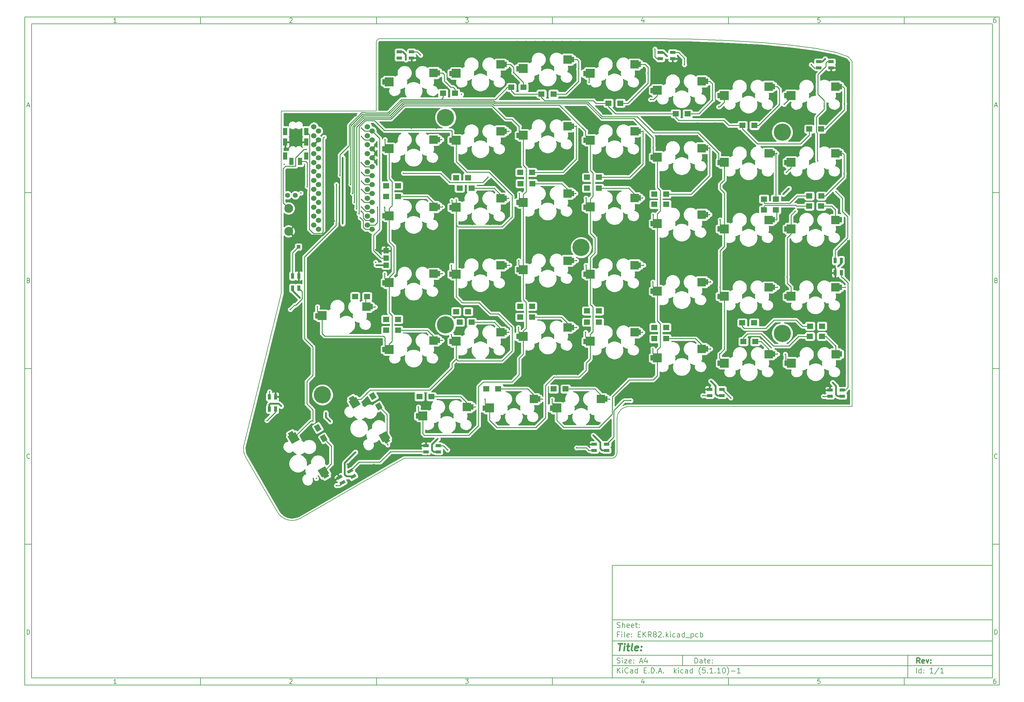
<source format=gbl>
G04 #@! TF.GenerationSoftware,KiCad,Pcbnew,(5.1.10)-1*
G04 #@! TF.CreationDate,2021-06-09T21:59:04+02:00*
G04 #@! TF.ProjectId,EKR82,454b5238-322e-46b6-9963-61645f706362,rev?*
G04 #@! TF.SameCoordinates,Original*
G04 #@! TF.FileFunction,Copper,L2,Bot*
G04 #@! TF.FilePolarity,Positive*
%FSLAX46Y46*%
G04 Gerber Fmt 4.6, Leading zero omitted, Abs format (unit mm)*
G04 Created by KiCad (PCBNEW (5.1.10)-1) date 2021-06-09 21:59:04*
%MOMM*%
%LPD*%
G01*
G04 APERTURE LIST*
%ADD10C,0.100000*%
%ADD11C,0.150000*%
%ADD12C,0.300000*%
%ADD13C,0.400000*%
G04 #@! TA.AperFunction,Profile*
%ADD14C,0.150000*%
G04 #@! TD*
G04 #@! TA.AperFunction,Profile*
%ADD15C,0.200000*%
G04 #@! TD*
G04 #@! TA.AperFunction,SMDPad,CuDef*
%ADD16R,2.400000X2.400000*%
G04 #@! TD*
G04 #@! TA.AperFunction,SMDPad,CuDef*
%ADD17R,2.500000X2.500000*%
G04 #@! TD*
G04 #@! TA.AperFunction,SMDPad,CuDef*
%ADD18R,0.700000X1.500000*%
G04 #@! TD*
G04 #@! TA.AperFunction,SMDPad,CuDef*
%ADD19R,1.600000X0.850000*%
G04 #@! TD*
G04 #@! TA.AperFunction,SMDPad,CuDef*
%ADD20R,0.850000X1.600000*%
G04 #@! TD*
G04 #@! TA.AperFunction,SMDPad,CuDef*
%ADD21C,0.100000*%
G04 #@! TD*
G04 #@! TA.AperFunction,ComponentPad*
%ADD22R,1.000000X1.000000*%
G04 #@! TD*
G04 #@! TA.AperFunction,ComponentPad*
%ADD23C,0.100000*%
G04 #@! TD*
G04 #@! TA.AperFunction,ComponentPad*
%ADD24C,4.900000*%
G04 #@! TD*
G04 #@! TA.AperFunction,ComponentPad*
%ADD25R,1.800000X1.500000*%
G04 #@! TD*
G04 #@! TA.AperFunction,ComponentPad*
%ADD26R,1.200000X2.100000*%
G04 #@! TD*
G04 #@! TA.AperFunction,ComponentPad*
%ADD27R,1.524000X1.524000*%
G04 #@! TD*
G04 #@! TA.AperFunction,ComponentPad*
%ADD28C,1.524000*%
G04 #@! TD*
G04 #@! TA.AperFunction,ComponentPad*
%ADD29C,1.397000*%
G04 #@! TD*
G04 #@! TA.AperFunction,ComponentPad*
%ADD30C,2.500000*%
G04 #@! TD*
G04 #@! TA.AperFunction,ViaPad*
%ADD31C,0.400000*%
G04 #@! TD*
G04 #@! TA.AperFunction,Conductor*
%ADD32C,0.250000*%
G04 #@! TD*
G04 #@! TA.AperFunction,Conductor*
%ADD33C,0.500000*%
G04 #@! TD*
G04 #@! TA.AperFunction,Conductor*
%ADD34C,0.254000*%
G04 #@! TD*
G04 #@! TA.AperFunction,Conductor*
%ADD35C,0.100000*%
G04 #@! TD*
G04 APERTURE END LIST*
D10*
D11*
X177002200Y-166007200D02*
X177002200Y-198007200D01*
X285002200Y-198007200D01*
X285002200Y-166007200D01*
X177002200Y-166007200D01*
D10*
D11*
X10000000Y-10000000D02*
X10000000Y-200007200D01*
X287002200Y-200007200D01*
X287002200Y-10000000D01*
X10000000Y-10000000D01*
D10*
D11*
X12000000Y-12000000D02*
X12000000Y-198007200D01*
X285002200Y-198007200D01*
X285002200Y-12000000D01*
X12000000Y-12000000D01*
D10*
D11*
X60000000Y-12000000D02*
X60000000Y-10000000D01*
D10*
D11*
X110000000Y-12000000D02*
X110000000Y-10000000D01*
D10*
D11*
X160000000Y-12000000D02*
X160000000Y-10000000D01*
D10*
D11*
X210000000Y-12000000D02*
X210000000Y-10000000D01*
D10*
D11*
X260000000Y-12000000D02*
X260000000Y-10000000D01*
D10*
D11*
X36065476Y-11588095D02*
X35322619Y-11588095D01*
X35694047Y-11588095D02*
X35694047Y-10288095D01*
X35570238Y-10473809D01*
X35446428Y-10597619D01*
X35322619Y-10659523D01*
D10*
D11*
X85322619Y-10411904D02*
X85384523Y-10350000D01*
X85508333Y-10288095D01*
X85817857Y-10288095D01*
X85941666Y-10350000D01*
X86003571Y-10411904D01*
X86065476Y-10535714D01*
X86065476Y-10659523D01*
X86003571Y-10845238D01*
X85260714Y-11588095D01*
X86065476Y-11588095D01*
D10*
D11*
X135260714Y-10288095D02*
X136065476Y-10288095D01*
X135632142Y-10783333D01*
X135817857Y-10783333D01*
X135941666Y-10845238D01*
X136003571Y-10907142D01*
X136065476Y-11030952D01*
X136065476Y-11340476D01*
X136003571Y-11464285D01*
X135941666Y-11526190D01*
X135817857Y-11588095D01*
X135446428Y-11588095D01*
X135322619Y-11526190D01*
X135260714Y-11464285D01*
D10*
D11*
X185941666Y-10721428D02*
X185941666Y-11588095D01*
X185632142Y-10226190D02*
X185322619Y-11154761D01*
X186127380Y-11154761D01*
D10*
D11*
X236003571Y-10288095D02*
X235384523Y-10288095D01*
X235322619Y-10907142D01*
X235384523Y-10845238D01*
X235508333Y-10783333D01*
X235817857Y-10783333D01*
X235941666Y-10845238D01*
X236003571Y-10907142D01*
X236065476Y-11030952D01*
X236065476Y-11340476D01*
X236003571Y-11464285D01*
X235941666Y-11526190D01*
X235817857Y-11588095D01*
X235508333Y-11588095D01*
X235384523Y-11526190D01*
X235322619Y-11464285D01*
D10*
D11*
X285941666Y-10288095D02*
X285694047Y-10288095D01*
X285570238Y-10350000D01*
X285508333Y-10411904D01*
X285384523Y-10597619D01*
X285322619Y-10845238D01*
X285322619Y-11340476D01*
X285384523Y-11464285D01*
X285446428Y-11526190D01*
X285570238Y-11588095D01*
X285817857Y-11588095D01*
X285941666Y-11526190D01*
X286003571Y-11464285D01*
X286065476Y-11340476D01*
X286065476Y-11030952D01*
X286003571Y-10907142D01*
X285941666Y-10845238D01*
X285817857Y-10783333D01*
X285570238Y-10783333D01*
X285446428Y-10845238D01*
X285384523Y-10907142D01*
X285322619Y-11030952D01*
D10*
D11*
X60000000Y-198007200D02*
X60000000Y-200007200D01*
D10*
D11*
X110000000Y-198007200D02*
X110000000Y-200007200D01*
D10*
D11*
X160000000Y-198007200D02*
X160000000Y-200007200D01*
D10*
D11*
X210000000Y-198007200D02*
X210000000Y-200007200D01*
D10*
D11*
X260000000Y-198007200D02*
X260000000Y-200007200D01*
D10*
D11*
X36065476Y-199595295D02*
X35322619Y-199595295D01*
X35694047Y-199595295D02*
X35694047Y-198295295D01*
X35570238Y-198481009D01*
X35446428Y-198604819D01*
X35322619Y-198666723D01*
D10*
D11*
X85322619Y-198419104D02*
X85384523Y-198357200D01*
X85508333Y-198295295D01*
X85817857Y-198295295D01*
X85941666Y-198357200D01*
X86003571Y-198419104D01*
X86065476Y-198542914D01*
X86065476Y-198666723D01*
X86003571Y-198852438D01*
X85260714Y-199595295D01*
X86065476Y-199595295D01*
D10*
D11*
X135260714Y-198295295D02*
X136065476Y-198295295D01*
X135632142Y-198790533D01*
X135817857Y-198790533D01*
X135941666Y-198852438D01*
X136003571Y-198914342D01*
X136065476Y-199038152D01*
X136065476Y-199347676D01*
X136003571Y-199471485D01*
X135941666Y-199533390D01*
X135817857Y-199595295D01*
X135446428Y-199595295D01*
X135322619Y-199533390D01*
X135260714Y-199471485D01*
D10*
D11*
X185941666Y-198728628D02*
X185941666Y-199595295D01*
X185632142Y-198233390D02*
X185322619Y-199161961D01*
X186127380Y-199161961D01*
D10*
D11*
X236003571Y-198295295D02*
X235384523Y-198295295D01*
X235322619Y-198914342D01*
X235384523Y-198852438D01*
X235508333Y-198790533D01*
X235817857Y-198790533D01*
X235941666Y-198852438D01*
X236003571Y-198914342D01*
X236065476Y-199038152D01*
X236065476Y-199347676D01*
X236003571Y-199471485D01*
X235941666Y-199533390D01*
X235817857Y-199595295D01*
X235508333Y-199595295D01*
X235384523Y-199533390D01*
X235322619Y-199471485D01*
D10*
D11*
X285941666Y-198295295D02*
X285694047Y-198295295D01*
X285570238Y-198357200D01*
X285508333Y-198419104D01*
X285384523Y-198604819D01*
X285322619Y-198852438D01*
X285322619Y-199347676D01*
X285384523Y-199471485D01*
X285446428Y-199533390D01*
X285570238Y-199595295D01*
X285817857Y-199595295D01*
X285941666Y-199533390D01*
X286003571Y-199471485D01*
X286065476Y-199347676D01*
X286065476Y-199038152D01*
X286003571Y-198914342D01*
X285941666Y-198852438D01*
X285817857Y-198790533D01*
X285570238Y-198790533D01*
X285446428Y-198852438D01*
X285384523Y-198914342D01*
X285322619Y-199038152D01*
D10*
D11*
X10000000Y-60000000D02*
X12000000Y-60000000D01*
D10*
D11*
X10000000Y-110000000D02*
X12000000Y-110000000D01*
D10*
D11*
X10000000Y-160000000D02*
X12000000Y-160000000D01*
D10*
D11*
X10690476Y-35216666D02*
X11309523Y-35216666D01*
X10566666Y-35588095D02*
X11000000Y-34288095D01*
X11433333Y-35588095D01*
D10*
D11*
X11092857Y-84907142D02*
X11278571Y-84969047D01*
X11340476Y-85030952D01*
X11402380Y-85154761D01*
X11402380Y-85340476D01*
X11340476Y-85464285D01*
X11278571Y-85526190D01*
X11154761Y-85588095D01*
X10659523Y-85588095D01*
X10659523Y-84288095D01*
X11092857Y-84288095D01*
X11216666Y-84350000D01*
X11278571Y-84411904D01*
X11340476Y-84535714D01*
X11340476Y-84659523D01*
X11278571Y-84783333D01*
X11216666Y-84845238D01*
X11092857Y-84907142D01*
X10659523Y-84907142D01*
D10*
D11*
X11402380Y-135464285D02*
X11340476Y-135526190D01*
X11154761Y-135588095D01*
X11030952Y-135588095D01*
X10845238Y-135526190D01*
X10721428Y-135402380D01*
X10659523Y-135278571D01*
X10597619Y-135030952D01*
X10597619Y-134845238D01*
X10659523Y-134597619D01*
X10721428Y-134473809D01*
X10845238Y-134350000D01*
X11030952Y-134288095D01*
X11154761Y-134288095D01*
X11340476Y-134350000D01*
X11402380Y-134411904D01*
D10*
D11*
X10659523Y-185588095D02*
X10659523Y-184288095D01*
X10969047Y-184288095D01*
X11154761Y-184350000D01*
X11278571Y-184473809D01*
X11340476Y-184597619D01*
X11402380Y-184845238D01*
X11402380Y-185030952D01*
X11340476Y-185278571D01*
X11278571Y-185402380D01*
X11154761Y-185526190D01*
X10969047Y-185588095D01*
X10659523Y-185588095D01*
D10*
D11*
X287002200Y-60000000D02*
X285002200Y-60000000D01*
D10*
D11*
X287002200Y-110000000D02*
X285002200Y-110000000D01*
D10*
D11*
X287002200Y-160000000D02*
X285002200Y-160000000D01*
D10*
D11*
X285692676Y-35216666D02*
X286311723Y-35216666D01*
X285568866Y-35588095D02*
X286002200Y-34288095D01*
X286435533Y-35588095D01*
D10*
D11*
X286095057Y-84907142D02*
X286280771Y-84969047D01*
X286342676Y-85030952D01*
X286404580Y-85154761D01*
X286404580Y-85340476D01*
X286342676Y-85464285D01*
X286280771Y-85526190D01*
X286156961Y-85588095D01*
X285661723Y-85588095D01*
X285661723Y-84288095D01*
X286095057Y-84288095D01*
X286218866Y-84350000D01*
X286280771Y-84411904D01*
X286342676Y-84535714D01*
X286342676Y-84659523D01*
X286280771Y-84783333D01*
X286218866Y-84845238D01*
X286095057Y-84907142D01*
X285661723Y-84907142D01*
D10*
D11*
X286404580Y-135464285D02*
X286342676Y-135526190D01*
X286156961Y-135588095D01*
X286033152Y-135588095D01*
X285847438Y-135526190D01*
X285723628Y-135402380D01*
X285661723Y-135278571D01*
X285599819Y-135030952D01*
X285599819Y-134845238D01*
X285661723Y-134597619D01*
X285723628Y-134473809D01*
X285847438Y-134350000D01*
X286033152Y-134288095D01*
X286156961Y-134288095D01*
X286342676Y-134350000D01*
X286404580Y-134411904D01*
D10*
D11*
X285661723Y-185588095D02*
X285661723Y-184288095D01*
X285971247Y-184288095D01*
X286156961Y-184350000D01*
X286280771Y-184473809D01*
X286342676Y-184597619D01*
X286404580Y-184845238D01*
X286404580Y-185030952D01*
X286342676Y-185278571D01*
X286280771Y-185402380D01*
X286156961Y-185526190D01*
X285971247Y-185588095D01*
X285661723Y-185588095D01*
D10*
D11*
X200434342Y-193785771D02*
X200434342Y-192285771D01*
X200791485Y-192285771D01*
X201005771Y-192357200D01*
X201148628Y-192500057D01*
X201220057Y-192642914D01*
X201291485Y-192928628D01*
X201291485Y-193142914D01*
X201220057Y-193428628D01*
X201148628Y-193571485D01*
X201005771Y-193714342D01*
X200791485Y-193785771D01*
X200434342Y-193785771D01*
X202577200Y-193785771D02*
X202577200Y-193000057D01*
X202505771Y-192857200D01*
X202362914Y-192785771D01*
X202077200Y-192785771D01*
X201934342Y-192857200D01*
X202577200Y-193714342D02*
X202434342Y-193785771D01*
X202077200Y-193785771D01*
X201934342Y-193714342D01*
X201862914Y-193571485D01*
X201862914Y-193428628D01*
X201934342Y-193285771D01*
X202077200Y-193214342D01*
X202434342Y-193214342D01*
X202577200Y-193142914D01*
X203077200Y-192785771D02*
X203648628Y-192785771D01*
X203291485Y-192285771D02*
X203291485Y-193571485D01*
X203362914Y-193714342D01*
X203505771Y-193785771D01*
X203648628Y-193785771D01*
X204720057Y-193714342D02*
X204577200Y-193785771D01*
X204291485Y-193785771D01*
X204148628Y-193714342D01*
X204077200Y-193571485D01*
X204077200Y-193000057D01*
X204148628Y-192857200D01*
X204291485Y-192785771D01*
X204577200Y-192785771D01*
X204720057Y-192857200D01*
X204791485Y-193000057D01*
X204791485Y-193142914D01*
X204077200Y-193285771D01*
X205434342Y-193642914D02*
X205505771Y-193714342D01*
X205434342Y-193785771D01*
X205362914Y-193714342D01*
X205434342Y-193642914D01*
X205434342Y-193785771D01*
X205434342Y-192857200D02*
X205505771Y-192928628D01*
X205434342Y-193000057D01*
X205362914Y-192928628D01*
X205434342Y-192857200D01*
X205434342Y-193000057D01*
D10*
D11*
X177002200Y-194507200D02*
X285002200Y-194507200D01*
D10*
D11*
X178434342Y-196585771D02*
X178434342Y-195085771D01*
X179291485Y-196585771D02*
X178648628Y-195728628D01*
X179291485Y-195085771D02*
X178434342Y-195942914D01*
X179934342Y-196585771D02*
X179934342Y-195585771D01*
X179934342Y-195085771D02*
X179862914Y-195157200D01*
X179934342Y-195228628D01*
X180005771Y-195157200D01*
X179934342Y-195085771D01*
X179934342Y-195228628D01*
X181505771Y-196442914D02*
X181434342Y-196514342D01*
X181220057Y-196585771D01*
X181077200Y-196585771D01*
X180862914Y-196514342D01*
X180720057Y-196371485D01*
X180648628Y-196228628D01*
X180577200Y-195942914D01*
X180577200Y-195728628D01*
X180648628Y-195442914D01*
X180720057Y-195300057D01*
X180862914Y-195157200D01*
X181077200Y-195085771D01*
X181220057Y-195085771D01*
X181434342Y-195157200D01*
X181505771Y-195228628D01*
X182791485Y-196585771D02*
X182791485Y-195800057D01*
X182720057Y-195657200D01*
X182577200Y-195585771D01*
X182291485Y-195585771D01*
X182148628Y-195657200D01*
X182791485Y-196514342D02*
X182648628Y-196585771D01*
X182291485Y-196585771D01*
X182148628Y-196514342D01*
X182077200Y-196371485D01*
X182077200Y-196228628D01*
X182148628Y-196085771D01*
X182291485Y-196014342D01*
X182648628Y-196014342D01*
X182791485Y-195942914D01*
X184148628Y-196585771D02*
X184148628Y-195085771D01*
X184148628Y-196514342D02*
X184005771Y-196585771D01*
X183720057Y-196585771D01*
X183577200Y-196514342D01*
X183505771Y-196442914D01*
X183434342Y-196300057D01*
X183434342Y-195871485D01*
X183505771Y-195728628D01*
X183577200Y-195657200D01*
X183720057Y-195585771D01*
X184005771Y-195585771D01*
X184148628Y-195657200D01*
X186005771Y-195800057D02*
X186505771Y-195800057D01*
X186720057Y-196585771D02*
X186005771Y-196585771D01*
X186005771Y-195085771D01*
X186720057Y-195085771D01*
X187362914Y-196442914D02*
X187434342Y-196514342D01*
X187362914Y-196585771D01*
X187291485Y-196514342D01*
X187362914Y-196442914D01*
X187362914Y-196585771D01*
X188077200Y-196585771D02*
X188077200Y-195085771D01*
X188434342Y-195085771D01*
X188648628Y-195157200D01*
X188791485Y-195300057D01*
X188862914Y-195442914D01*
X188934342Y-195728628D01*
X188934342Y-195942914D01*
X188862914Y-196228628D01*
X188791485Y-196371485D01*
X188648628Y-196514342D01*
X188434342Y-196585771D01*
X188077200Y-196585771D01*
X189577200Y-196442914D02*
X189648628Y-196514342D01*
X189577200Y-196585771D01*
X189505771Y-196514342D01*
X189577200Y-196442914D01*
X189577200Y-196585771D01*
X190220057Y-196157200D02*
X190934342Y-196157200D01*
X190077200Y-196585771D02*
X190577200Y-195085771D01*
X191077200Y-196585771D01*
X191577200Y-196442914D02*
X191648628Y-196514342D01*
X191577200Y-196585771D01*
X191505771Y-196514342D01*
X191577200Y-196442914D01*
X191577200Y-196585771D01*
X194577200Y-196585771D02*
X194577200Y-195085771D01*
X194720057Y-196014342D02*
X195148628Y-196585771D01*
X195148628Y-195585771D02*
X194577200Y-196157200D01*
X195791485Y-196585771D02*
X195791485Y-195585771D01*
X195791485Y-195085771D02*
X195720057Y-195157200D01*
X195791485Y-195228628D01*
X195862914Y-195157200D01*
X195791485Y-195085771D01*
X195791485Y-195228628D01*
X197148628Y-196514342D02*
X197005771Y-196585771D01*
X196720057Y-196585771D01*
X196577200Y-196514342D01*
X196505771Y-196442914D01*
X196434342Y-196300057D01*
X196434342Y-195871485D01*
X196505771Y-195728628D01*
X196577200Y-195657200D01*
X196720057Y-195585771D01*
X197005771Y-195585771D01*
X197148628Y-195657200D01*
X198434342Y-196585771D02*
X198434342Y-195800057D01*
X198362914Y-195657200D01*
X198220057Y-195585771D01*
X197934342Y-195585771D01*
X197791485Y-195657200D01*
X198434342Y-196514342D02*
X198291485Y-196585771D01*
X197934342Y-196585771D01*
X197791485Y-196514342D01*
X197720057Y-196371485D01*
X197720057Y-196228628D01*
X197791485Y-196085771D01*
X197934342Y-196014342D01*
X198291485Y-196014342D01*
X198434342Y-195942914D01*
X199791485Y-196585771D02*
X199791485Y-195085771D01*
X199791485Y-196514342D02*
X199648628Y-196585771D01*
X199362914Y-196585771D01*
X199220057Y-196514342D01*
X199148628Y-196442914D01*
X199077200Y-196300057D01*
X199077200Y-195871485D01*
X199148628Y-195728628D01*
X199220057Y-195657200D01*
X199362914Y-195585771D01*
X199648628Y-195585771D01*
X199791485Y-195657200D01*
X202077200Y-197157200D02*
X202005771Y-197085771D01*
X201862914Y-196871485D01*
X201791485Y-196728628D01*
X201720057Y-196514342D01*
X201648628Y-196157200D01*
X201648628Y-195871485D01*
X201720057Y-195514342D01*
X201791485Y-195300057D01*
X201862914Y-195157200D01*
X202005771Y-194942914D01*
X202077200Y-194871485D01*
X203362914Y-195085771D02*
X202648628Y-195085771D01*
X202577200Y-195800057D01*
X202648628Y-195728628D01*
X202791485Y-195657200D01*
X203148628Y-195657200D01*
X203291485Y-195728628D01*
X203362914Y-195800057D01*
X203434342Y-195942914D01*
X203434342Y-196300057D01*
X203362914Y-196442914D01*
X203291485Y-196514342D01*
X203148628Y-196585771D01*
X202791485Y-196585771D01*
X202648628Y-196514342D01*
X202577200Y-196442914D01*
X204077200Y-196442914D02*
X204148628Y-196514342D01*
X204077200Y-196585771D01*
X204005771Y-196514342D01*
X204077200Y-196442914D01*
X204077200Y-196585771D01*
X205577200Y-196585771D02*
X204720057Y-196585771D01*
X205148628Y-196585771D02*
X205148628Y-195085771D01*
X205005771Y-195300057D01*
X204862914Y-195442914D01*
X204720057Y-195514342D01*
X206220057Y-196442914D02*
X206291485Y-196514342D01*
X206220057Y-196585771D01*
X206148628Y-196514342D01*
X206220057Y-196442914D01*
X206220057Y-196585771D01*
X207720057Y-196585771D02*
X206862914Y-196585771D01*
X207291485Y-196585771D02*
X207291485Y-195085771D01*
X207148628Y-195300057D01*
X207005771Y-195442914D01*
X206862914Y-195514342D01*
X208648628Y-195085771D02*
X208791485Y-195085771D01*
X208934342Y-195157200D01*
X209005771Y-195228628D01*
X209077200Y-195371485D01*
X209148628Y-195657200D01*
X209148628Y-196014342D01*
X209077200Y-196300057D01*
X209005771Y-196442914D01*
X208934342Y-196514342D01*
X208791485Y-196585771D01*
X208648628Y-196585771D01*
X208505771Y-196514342D01*
X208434342Y-196442914D01*
X208362914Y-196300057D01*
X208291485Y-196014342D01*
X208291485Y-195657200D01*
X208362914Y-195371485D01*
X208434342Y-195228628D01*
X208505771Y-195157200D01*
X208648628Y-195085771D01*
X209648628Y-197157200D02*
X209720057Y-197085771D01*
X209862914Y-196871485D01*
X209934342Y-196728628D01*
X210005771Y-196514342D01*
X210077200Y-196157200D01*
X210077200Y-195871485D01*
X210005771Y-195514342D01*
X209934342Y-195300057D01*
X209862914Y-195157200D01*
X209720057Y-194942914D01*
X209648628Y-194871485D01*
X210791485Y-196014342D02*
X211934342Y-196014342D01*
X213434342Y-196585771D02*
X212577200Y-196585771D01*
X213005771Y-196585771D02*
X213005771Y-195085771D01*
X212862914Y-195300057D01*
X212720057Y-195442914D01*
X212577200Y-195514342D01*
D10*
D11*
X177002200Y-191507200D02*
X285002200Y-191507200D01*
D10*
D12*
X264411485Y-193785771D02*
X263911485Y-193071485D01*
X263554342Y-193785771D02*
X263554342Y-192285771D01*
X264125771Y-192285771D01*
X264268628Y-192357200D01*
X264340057Y-192428628D01*
X264411485Y-192571485D01*
X264411485Y-192785771D01*
X264340057Y-192928628D01*
X264268628Y-193000057D01*
X264125771Y-193071485D01*
X263554342Y-193071485D01*
X265625771Y-193714342D02*
X265482914Y-193785771D01*
X265197200Y-193785771D01*
X265054342Y-193714342D01*
X264982914Y-193571485D01*
X264982914Y-193000057D01*
X265054342Y-192857200D01*
X265197200Y-192785771D01*
X265482914Y-192785771D01*
X265625771Y-192857200D01*
X265697200Y-193000057D01*
X265697200Y-193142914D01*
X264982914Y-193285771D01*
X266197200Y-192785771D02*
X266554342Y-193785771D01*
X266911485Y-192785771D01*
X267482914Y-193642914D02*
X267554342Y-193714342D01*
X267482914Y-193785771D01*
X267411485Y-193714342D01*
X267482914Y-193642914D01*
X267482914Y-193785771D01*
X267482914Y-192857200D02*
X267554342Y-192928628D01*
X267482914Y-193000057D01*
X267411485Y-192928628D01*
X267482914Y-192857200D01*
X267482914Y-193000057D01*
D10*
D11*
X178362914Y-193714342D02*
X178577200Y-193785771D01*
X178934342Y-193785771D01*
X179077200Y-193714342D01*
X179148628Y-193642914D01*
X179220057Y-193500057D01*
X179220057Y-193357200D01*
X179148628Y-193214342D01*
X179077200Y-193142914D01*
X178934342Y-193071485D01*
X178648628Y-193000057D01*
X178505771Y-192928628D01*
X178434342Y-192857200D01*
X178362914Y-192714342D01*
X178362914Y-192571485D01*
X178434342Y-192428628D01*
X178505771Y-192357200D01*
X178648628Y-192285771D01*
X179005771Y-192285771D01*
X179220057Y-192357200D01*
X179862914Y-193785771D02*
X179862914Y-192785771D01*
X179862914Y-192285771D02*
X179791485Y-192357200D01*
X179862914Y-192428628D01*
X179934342Y-192357200D01*
X179862914Y-192285771D01*
X179862914Y-192428628D01*
X180434342Y-192785771D02*
X181220057Y-192785771D01*
X180434342Y-193785771D01*
X181220057Y-193785771D01*
X182362914Y-193714342D02*
X182220057Y-193785771D01*
X181934342Y-193785771D01*
X181791485Y-193714342D01*
X181720057Y-193571485D01*
X181720057Y-193000057D01*
X181791485Y-192857200D01*
X181934342Y-192785771D01*
X182220057Y-192785771D01*
X182362914Y-192857200D01*
X182434342Y-193000057D01*
X182434342Y-193142914D01*
X181720057Y-193285771D01*
X183077200Y-193642914D02*
X183148628Y-193714342D01*
X183077200Y-193785771D01*
X183005771Y-193714342D01*
X183077200Y-193642914D01*
X183077200Y-193785771D01*
X183077200Y-192857200D02*
X183148628Y-192928628D01*
X183077200Y-193000057D01*
X183005771Y-192928628D01*
X183077200Y-192857200D01*
X183077200Y-193000057D01*
X184862914Y-193357200D02*
X185577200Y-193357200D01*
X184720057Y-193785771D02*
X185220057Y-192285771D01*
X185720057Y-193785771D01*
X186862914Y-192785771D02*
X186862914Y-193785771D01*
X186505771Y-192214342D02*
X186148628Y-193285771D01*
X187077200Y-193285771D01*
D10*
D11*
X263434342Y-196585771D02*
X263434342Y-195085771D01*
X264791485Y-196585771D02*
X264791485Y-195085771D01*
X264791485Y-196514342D02*
X264648628Y-196585771D01*
X264362914Y-196585771D01*
X264220057Y-196514342D01*
X264148628Y-196442914D01*
X264077200Y-196300057D01*
X264077200Y-195871485D01*
X264148628Y-195728628D01*
X264220057Y-195657200D01*
X264362914Y-195585771D01*
X264648628Y-195585771D01*
X264791485Y-195657200D01*
X265505771Y-196442914D02*
X265577200Y-196514342D01*
X265505771Y-196585771D01*
X265434342Y-196514342D01*
X265505771Y-196442914D01*
X265505771Y-196585771D01*
X265505771Y-195657200D02*
X265577200Y-195728628D01*
X265505771Y-195800057D01*
X265434342Y-195728628D01*
X265505771Y-195657200D01*
X265505771Y-195800057D01*
X268148628Y-196585771D02*
X267291485Y-196585771D01*
X267720057Y-196585771D02*
X267720057Y-195085771D01*
X267577200Y-195300057D01*
X267434342Y-195442914D01*
X267291485Y-195514342D01*
X269862914Y-195014342D02*
X268577200Y-196942914D01*
X271148628Y-196585771D02*
X270291485Y-196585771D01*
X270720057Y-196585771D02*
X270720057Y-195085771D01*
X270577200Y-195300057D01*
X270434342Y-195442914D01*
X270291485Y-195514342D01*
D10*
D11*
X177002200Y-187507200D02*
X285002200Y-187507200D01*
D10*
D13*
X178714580Y-188211961D02*
X179857438Y-188211961D01*
X179036009Y-190211961D02*
X179286009Y-188211961D01*
X180274104Y-190211961D02*
X180440771Y-188878628D01*
X180524104Y-188211961D02*
X180416961Y-188307200D01*
X180500295Y-188402438D01*
X180607438Y-188307200D01*
X180524104Y-188211961D01*
X180500295Y-188402438D01*
X181107438Y-188878628D02*
X181869342Y-188878628D01*
X181476485Y-188211961D02*
X181262200Y-189926247D01*
X181333628Y-190116723D01*
X181512200Y-190211961D01*
X181702676Y-190211961D01*
X182655057Y-190211961D02*
X182476485Y-190116723D01*
X182405057Y-189926247D01*
X182619342Y-188211961D01*
X184190771Y-190116723D02*
X183988390Y-190211961D01*
X183607438Y-190211961D01*
X183428866Y-190116723D01*
X183357438Y-189926247D01*
X183452676Y-189164342D01*
X183571723Y-188973866D01*
X183774104Y-188878628D01*
X184155057Y-188878628D01*
X184333628Y-188973866D01*
X184405057Y-189164342D01*
X184381247Y-189354819D01*
X183405057Y-189545295D01*
X185155057Y-190021485D02*
X185238390Y-190116723D01*
X185131247Y-190211961D01*
X185047914Y-190116723D01*
X185155057Y-190021485D01*
X185131247Y-190211961D01*
X185286009Y-188973866D02*
X185369342Y-189069104D01*
X185262200Y-189164342D01*
X185178866Y-189069104D01*
X185286009Y-188973866D01*
X185262200Y-189164342D01*
D10*
D11*
X178934342Y-185600057D02*
X178434342Y-185600057D01*
X178434342Y-186385771D02*
X178434342Y-184885771D01*
X179148628Y-184885771D01*
X179720057Y-186385771D02*
X179720057Y-185385771D01*
X179720057Y-184885771D02*
X179648628Y-184957200D01*
X179720057Y-185028628D01*
X179791485Y-184957200D01*
X179720057Y-184885771D01*
X179720057Y-185028628D01*
X180648628Y-186385771D02*
X180505771Y-186314342D01*
X180434342Y-186171485D01*
X180434342Y-184885771D01*
X181791485Y-186314342D02*
X181648628Y-186385771D01*
X181362914Y-186385771D01*
X181220057Y-186314342D01*
X181148628Y-186171485D01*
X181148628Y-185600057D01*
X181220057Y-185457200D01*
X181362914Y-185385771D01*
X181648628Y-185385771D01*
X181791485Y-185457200D01*
X181862914Y-185600057D01*
X181862914Y-185742914D01*
X181148628Y-185885771D01*
X182505771Y-186242914D02*
X182577200Y-186314342D01*
X182505771Y-186385771D01*
X182434342Y-186314342D01*
X182505771Y-186242914D01*
X182505771Y-186385771D01*
X182505771Y-185457200D02*
X182577200Y-185528628D01*
X182505771Y-185600057D01*
X182434342Y-185528628D01*
X182505771Y-185457200D01*
X182505771Y-185600057D01*
X184362914Y-185600057D02*
X184862914Y-185600057D01*
X185077200Y-186385771D02*
X184362914Y-186385771D01*
X184362914Y-184885771D01*
X185077200Y-184885771D01*
X185720057Y-186385771D02*
X185720057Y-184885771D01*
X186577200Y-186385771D02*
X185934342Y-185528628D01*
X186577200Y-184885771D02*
X185720057Y-185742914D01*
X188077200Y-186385771D02*
X187577200Y-185671485D01*
X187220057Y-186385771D02*
X187220057Y-184885771D01*
X187791485Y-184885771D01*
X187934342Y-184957200D01*
X188005771Y-185028628D01*
X188077200Y-185171485D01*
X188077200Y-185385771D01*
X188005771Y-185528628D01*
X187934342Y-185600057D01*
X187791485Y-185671485D01*
X187220057Y-185671485D01*
X188934342Y-185528628D02*
X188791485Y-185457200D01*
X188720057Y-185385771D01*
X188648628Y-185242914D01*
X188648628Y-185171485D01*
X188720057Y-185028628D01*
X188791485Y-184957200D01*
X188934342Y-184885771D01*
X189220057Y-184885771D01*
X189362914Y-184957200D01*
X189434342Y-185028628D01*
X189505771Y-185171485D01*
X189505771Y-185242914D01*
X189434342Y-185385771D01*
X189362914Y-185457200D01*
X189220057Y-185528628D01*
X188934342Y-185528628D01*
X188791485Y-185600057D01*
X188720057Y-185671485D01*
X188648628Y-185814342D01*
X188648628Y-186100057D01*
X188720057Y-186242914D01*
X188791485Y-186314342D01*
X188934342Y-186385771D01*
X189220057Y-186385771D01*
X189362914Y-186314342D01*
X189434342Y-186242914D01*
X189505771Y-186100057D01*
X189505771Y-185814342D01*
X189434342Y-185671485D01*
X189362914Y-185600057D01*
X189220057Y-185528628D01*
X190077200Y-185028628D02*
X190148628Y-184957200D01*
X190291485Y-184885771D01*
X190648628Y-184885771D01*
X190791485Y-184957200D01*
X190862914Y-185028628D01*
X190934342Y-185171485D01*
X190934342Y-185314342D01*
X190862914Y-185528628D01*
X190005771Y-186385771D01*
X190934342Y-186385771D01*
X191577200Y-186242914D02*
X191648628Y-186314342D01*
X191577200Y-186385771D01*
X191505771Y-186314342D01*
X191577200Y-186242914D01*
X191577200Y-186385771D01*
X192291485Y-186385771D02*
X192291485Y-184885771D01*
X192434342Y-185814342D02*
X192862914Y-186385771D01*
X192862914Y-185385771D02*
X192291485Y-185957200D01*
X193505771Y-186385771D02*
X193505771Y-185385771D01*
X193505771Y-184885771D02*
X193434342Y-184957200D01*
X193505771Y-185028628D01*
X193577200Y-184957200D01*
X193505771Y-184885771D01*
X193505771Y-185028628D01*
X194862914Y-186314342D02*
X194720057Y-186385771D01*
X194434342Y-186385771D01*
X194291485Y-186314342D01*
X194220057Y-186242914D01*
X194148628Y-186100057D01*
X194148628Y-185671485D01*
X194220057Y-185528628D01*
X194291485Y-185457200D01*
X194434342Y-185385771D01*
X194720057Y-185385771D01*
X194862914Y-185457200D01*
X196148628Y-186385771D02*
X196148628Y-185600057D01*
X196077200Y-185457200D01*
X195934342Y-185385771D01*
X195648628Y-185385771D01*
X195505771Y-185457200D01*
X196148628Y-186314342D02*
X196005771Y-186385771D01*
X195648628Y-186385771D01*
X195505771Y-186314342D01*
X195434342Y-186171485D01*
X195434342Y-186028628D01*
X195505771Y-185885771D01*
X195648628Y-185814342D01*
X196005771Y-185814342D01*
X196148628Y-185742914D01*
X197505771Y-186385771D02*
X197505771Y-184885771D01*
X197505771Y-186314342D02*
X197362914Y-186385771D01*
X197077200Y-186385771D01*
X196934342Y-186314342D01*
X196862914Y-186242914D01*
X196791485Y-186100057D01*
X196791485Y-185671485D01*
X196862914Y-185528628D01*
X196934342Y-185457200D01*
X197077200Y-185385771D01*
X197362914Y-185385771D01*
X197505771Y-185457200D01*
X197862914Y-186528628D02*
X199005771Y-186528628D01*
X199362914Y-185385771D02*
X199362914Y-186885771D01*
X199362914Y-185457200D02*
X199505771Y-185385771D01*
X199791485Y-185385771D01*
X199934342Y-185457200D01*
X200005771Y-185528628D01*
X200077200Y-185671485D01*
X200077200Y-186100057D01*
X200005771Y-186242914D01*
X199934342Y-186314342D01*
X199791485Y-186385771D01*
X199505771Y-186385771D01*
X199362914Y-186314342D01*
X201362914Y-186314342D02*
X201220057Y-186385771D01*
X200934342Y-186385771D01*
X200791485Y-186314342D01*
X200720057Y-186242914D01*
X200648628Y-186100057D01*
X200648628Y-185671485D01*
X200720057Y-185528628D01*
X200791485Y-185457200D01*
X200934342Y-185385771D01*
X201220057Y-185385771D01*
X201362914Y-185457200D01*
X202005771Y-186385771D02*
X202005771Y-184885771D01*
X202005771Y-185457200D02*
X202148628Y-185385771D01*
X202434342Y-185385771D01*
X202577200Y-185457200D01*
X202648628Y-185528628D01*
X202720057Y-185671485D01*
X202720057Y-186100057D01*
X202648628Y-186242914D01*
X202577200Y-186314342D01*
X202434342Y-186385771D01*
X202148628Y-186385771D01*
X202005771Y-186314342D01*
D10*
D11*
X177002200Y-181507200D02*
X285002200Y-181507200D01*
D10*
D11*
X178362914Y-183614342D02*
X178577200Y-183685771D01*
X178934342Y-183685771D01*
X179077200Y-183614342D01*
X179148628Y-183542914D01*
X179220057Y-183400057D01*
X179220057Y-183257200D01*
X179148628Y-183114342D01*
X179077200Y-183042914D01*
X178934342Y-182971485D01*
X178648628Y-182900057D01*
X178505771Y-182828628D01*
X178434342Y-182757200D01*
X178362914Y-182614342D01*
X178362914Y-182471485D01*
X178434342Y-182328628D01*
X178505771Y-182257200D01*
X178648628Y-182185771D01*
X179005771Y-182185771D01*
X179220057Y-182257200D01*
X179862914Y-183685771D02*
X179862914Y-182185771D01*
X180505771Y-183685771D02*
X180505771Y-182900057D01*
X180434342Y-182757200D01*
X180291485Y-182685771D01*
X180077200Y-182685771D01*
X179934342Y-182757200D01*
X179862914Y-182828628D01*
X181791485Y-183614342D02*
X181648628Y-183685771D01*
X181362914Y-183685771D01*
X181220057Y-183614342D01*
X181148628Y-183471485D01*
X181148628Y-182900057D01*
X181220057Y-182757200D01*
X181362914Y-182685771D01*
X181648628Y-182685771D01*
X181791485Y-182757200D01*
X181862914Y-182900057D01*
X181862914Y-183042914D01*
X181148628Y-183185771D01*
X183077200Y-183614342D02*
X182934342Y-183685771D01*
X182648628Y-183685771D01*
X182505771Y-183614342D01*
X182434342Y-183471485D01*
X182434342Y-182900057D01*
X182505771Y-182757200D01*
X182648628Y-182685771D01*
X182934342Y-182685771D01*
X183077200Y-182757200D01*
X183148628Y-182900057D01*
X183148628Y-183042914D01*
X182434342Y-183185771D01*
X183577200Y-182685771D02*
X184148628Y-182685771D01*
X183791485Y-182185771D02*
X183791485Y-183471485D01*
X183862914Y-183614342D01*
X184005771Y-183685771D01*
X184148628Y-183685771D01*
X184648628Y-183542914D02*
X184720057Y-183614342D01*
X184648628Y-183685771D01*
X184577200Y-183614342D01*
X184648628Y-183542914D01*
X184648628Y-183685771D01*
X184648628Y-182757200D02*
X184720057Y-182828628D01*
X184648628Y-182900057D01*
X184577200Y-182828628D01*
X184648628Y-182757200D01*
X184648628Y-182900057D01*
D10*
D11*
X197002200Y-191507200D02*
X197002200Y-194507200D01*
D10*
D11*
X261002200Y-191507200D02*
X261002200Y-198007200D01*
D14*
X72674503Y-134960305D02*
G75*
G02*
X72175000Y-132325000I4376397J2194505D01*
G01*
X88345583Y-152620389D02*
G75*
G02*
X81699101Y-150634699I-2328483J4322489D01*
G01*
X72674503Y-134960305D02*
X81699101Y-150634699D01*
X104456758Y-143271756D02*
X88345583Y-152620389D01*
X245120000Y-120789735D02*
X245120000Y-22546755D01*
X223959999Y-120789735D02*
X245120000Y-120789735D01*
X109898210Y-36780000D02*
X109898210Y-17246762D01*
X82940000Y-36780000D02*
X109898210Y-36780000D01*
X82937528Y-38136762D02*
X82940000Y-36780000D01*
D15*
X240549319Y-20073847D02*
X235185697Y-18995159D01*
X235185697Y-18995159D02*
X228080758Y-18055561D01*
X116186619Y-136480784D02*
X117862313Y-135510645D01*
X114510925Y-137450923D02*
X116186619Y-136480784D01*
X82937528Y-50750629D02*
X82937528Y-44443695D01*
X82937528Y-57057562D02*
X82937528Y-50750629D01*
X142171711Y-16196762D02*
X131763877Y-16196762D01*
X218692418Y-120789735D02*
X223959999Y-120789735D01*
X213424836Y-120789735D02*
X218692418Y-120789735D01*
X208157255Y-120789735D02*
X213424836Y-120789735D01*
X202889673Y-120789735D02*
X208157255Y-120789735D01*
X197622092Y-120789735D02*
X202889673Y-120789735D01*
X192354511Y-120789735D02*
X197622092Y-120789735D01*
X187086929Y-120789735D02*
X192354511Y-120789735D01*
X181819348Y-120789735D02*
X187086929Y-120789735D01*
X181113524Y-120860778D02*
X181819348Y-120789735D01*
X180456326Y-121064561D02*
X181113524Y-120860778D01*
X179861773Y-121387065D02*
X180456326Y-121064561D01*
X179343884Y-121814271D02*
X179861773Y-121387065D01*
X178916678Y-122332160D02*
X179343884Y-121814271D01*
X178594174Y-122926713D02*
X178916678Y-122332160D01*
X178390391Y-123583911D02*
X178594174Y-122926713D01*
X178319348Y-124289735D02*
X178390391Y-123583911D01*
X219467654Y-17280488D02*
X209579538Y-16695374D01*
X228080758Y-18055561D02*
X219467654Y-17280488D01*
X198649563Y-16325654D02*
X186910881Y-16196762D01*
X209579538Y-16695374D02*
X198649563Y-16325654D01*
X177658308Y-135255660D02*
X177403500Y-135393876D01*
X177880261Y-135072571D02*
X177658308Y-135255660D01*
X178063349Y-134850619D02*
X177880261Y-135072571D01*
X178201565Y-134595810D02*
X178063349Y-134850619D01*
X178288901Y-134314154D02*
X178201565Y-134595810D01*
X178319348Y-134034052D02*
X178288901Y-134314154D01*
X82937528Y-69671429D02*
X82937528Y-63364495D01*
X82937528Y-75978362D02*
X82937528Y-69671429D01*
X82937528Y-82285296D02*
X82937528Y-75978362D01*
X82937528Y-88592229D02*
X82937528Y-82285296D01*
X131763877Y-16196762D02*
X121356044Y-16196762D01*
X152579545Y-16196762D02*
X142171711Y-16196762D01*
X162987379Y-16196762D02*
X152579545Y-16196762D01*
X173395213Y-16196762D02*
X162987379Y-16196762D01*
X186910881Y-16196762D02*
X173395213Y-16196762D01*
X110360937Y-16375961D02*
X110539303Y-16279210D01*
X110205570Y-16504123D02*
X110360937Y-16375961D01*
X110077409Y-16659489D02*
X110205570Y-16504123D01*
X109980657Y-16837855D02*
X110077409Y-16659489D01*
X109919523Y-17035015D02*
X109980657Y-16837855D01*
X109898210Y-17246762D02*
X109919523Y-17035015D01*
X110736462Y-16218075D02*
X110948210Y-16196762D01*
X110539303Y-16279210D02*
X110736462Y-16218075D01*
X121356044Y-16196762D02*
X110948210Y-16196762D01*
X82937528Y-63364495D02*
X82937528Y-57057562D01*
X82937528Y-44443695D02*
X82937528Y-38136762D01*
X82937777Y-88592317D02*
X72175000Y-132325000D01*
X112835230Y-138421062D02*
X114510925Y-137450923D01*
X111159536Y-139391201D02*
X112835230Y-138421062D01*
X109483841Y-140361340D02*
X111159536Y-139391201D01*
X107808147Y-141331479D02*
X109483841Y-140361340D01*
X106132452Y-142301617D02*
X107808147Y-141331479D01*
X104456758Y-143271756D02*
X106132452Y-142301617D01*
X169449826Y-135511658D02*
X176819348Y-135511658D01*
X162080304Y-135511658D02*
X169449826Y-135511658D01*
X154710782Y-135511658D02*
X162080304Y-135511658D01*
X147341260Y-135511658D02*
X154710782Y-135511658D01*
X139971738Y-135511658D02*
X147341260Y-135511658D01*
X132602217Y-135511658D02*
X139971738Y-135511658D01*
X125232695Y-135511658D02*
X132602217Y-135511658D01*
X117863173Y-135511658D02*
X125232695Y-135511658D01*
X178319348Y-132816013D02*
X178319348Y-134034052D01*
X178319348Y-131597973D02*
X178319348Y-132816013D01*
X178319348Y-130379933D02*
X178319348Y-131597973D01*
X178319348Y-129161894D02*
X178319348Y-130379933D01*
X178319348Y-127943854D02*
X178319348Y-129161894D01*
X178319348Y-126725814D02*
X178319348Y-127943854D01*
X178319348Y-125507775D02*
X178319348Y-126725814D01*
X178319348Y-124289735D02*
X178319348Y-125507775D01*
X177121844Y-135481211D02*
X176819348Y-135511658D01*
X177403500Y-135393876D02*
X177121844Y-135481211D01*
X243938471Y-21266190D02*
X240549319Y-20073847D01*
X245120000Y-22546755D02*
X243938471Y-21266190D01*
D16*
X240400000Y-86920000D03*
D17*
X227800000Y-89460000D03*
D18*
X241900000Y-86900000D03*
X226200000Y-89500000D03*
D19*
X116450000Y-21675000D03*
X116450000Y-19925000D03*
X119950000Y-21675000D03*
X119950000Y-19925000D03*
X190650000Y-21875000D03*
X190650000Y-20125000D03*
X194150000Y-21875000D03*
X194150000Y-20125000D03*
X235650000Y-24475000D03*
X235650000Y-22725000D03*
X239150000Y-24475000D03*
X239150000Y-22725000D03*
D20*
X240325000Y-79250000D03*
X242075000Y-79250000D03*
X240325000Y-82750000D03*
X242075000Y-82750000D03*
D19*
X242350000Y-116125000D03*
X242350000Y-117875000D03*
X238850000Y-116125000D03*
X238850000Y-117875000D03*
X208150000Y-115925000D03*
X208150000Y-117675000D03*
X204650000Y-115925000D03*
X204650000Y-117675000D03*
X175350000Y-131525000D03*
X175350000Y-133275000D03*
X171850000Y-131525000D03*
X171850000Y-133275000D03*
X127550000Y-131925000D03*
X127550000Y-133675000D03*
X124050000Y-131925000D03*
X124050000Y-133675000D03*
G04 #@! TA.AperFunction,SMDPad,CuDef*
D21*
G36*
X102958364Y-138399167D02*
G01*
X103383364Y-139135289D01*
X101997724Y-139935289D01*
X101572724Y-139199167D01*
X102958364Y-138399167D01*
G37*
G04 #@! TD.AperFunction*
G04 #@! TA.AperFunction,SMDPad,CuDef*
G36*
X103833364Y-139914711D02*
G01*
X104258364Y-140650833D01*
X102872724Y-141450833D01*
X102447724Y-140714711D01*
X103833364Y-139914711D01*
G37*
G04 #@! TD.AperFunction*
G04 #@! TA.AperFunction,SMDPad,CuDef*
G36*
X99927276Y-140149167D02*
G01*
X100352276Y-140885289D01*
X98966636Y-141685289D01*
X98541636Y-140949167D01*
X99927276Y-140149167D01*
G37*
G04 #@! TD.AperFunction*
G04 #@! TA.AperFunction,SMDPad,CuDef*
G36*
X100802276Y-141664711D02*
G01*
X101227276Y-142400833D01*
X99841636Y-143200833D01*
X99416636Y-142464711D01*
X100802276Y-141664711D01*
G37*
G04 #@! TD.AperFunction*
D20*
X81275000Y-121550000D03*
X79525000Y-121550000D03*
X81275000Y-118050000D03*
X79525000Y-118050000D03*
X87875000Y-87150000D03*
X86125000Y-87150000D03*
X87875000Y-83650000D03*
X86125000Y-83650000D03*
D22*
X87800000Y-75400000D03*
G04 #@! TA.AperFunction,SMDPad,CuDef*
D21*
G36*
X96568639Y-139835575D02*
G01*
X94490179Y-141035575D01*
X93290179Y-138957115D01*
X95368639Y-137757115D01*
X96568639Y-139835575D01*
G37*
G04 #@! TD.AperFunction*
G04 #@! TA.AperFunction,SMDPad,CuDef*
G36*
X88137237Y-130211957D02*
G01*
X85972173Y-131461957D01*
X84722173Y-129296893D01*
X86887237Y-128046893D01*
X88137237Y-130211957D01*
G37*
G04 #@! TD.AperFunction*
G04 #@! TA.AperFunction,SMDPad,CuDef*
G36*
X94872211Y-140757274D02*
G01*
X96171249Y-140007274D01*
X96521249Y-140613492D01*
X95222211Y-141363492D01*
X94872211Y-140757274D01*
G37*
G04 #@! TD.AperFunction*
G04 #@! TA.AperFunction,SMDPad,CuDef*
G36*
X84770545Y-128460675D02*
G01*
X86069583Y-127710675D01*
X86419583Y-128316893D01*
X85120545Y-129066893D01*
X84770545Y-128460675D01*
G37*
G04 #@! TD.AperFunction*
G04 #@! TA.AperFunction,ComponentPad*
D23*
G36*
X93883781Y-129414977D02*
G01*
X95182819Y-128664977D01*
X96082819Y-130223823D01*
X94783781Y-130973823D01*
X93883781Y-129414977D01*
G37*
G04 #@! TD.AperFunction*
G04 #@! TA.AperFunction,ComponentPad*
G36*
X92183781Y-126470491D02*
G01*
X93482819Y-125720491D01*
X94382819Y-127279337D01*
X93083781Y-128029337D01*
X92183781Y-126470491D01*
G37*
G04 #@! TD.AperFunction*
D24*
X168110000Y-75590000D03*
D25*
X236560000Y-100850000D03*
X233160000Y-100850000D03*
X236580000Y-97950000D03*
X233180000Y-97950000D03*
X236360000Y-63800000D03*
X232960000Y-63800000D03*
X236380000Y-60920000D03*
X232980000Y-60920000D03*
D16*
X240400000Y-29820000D03*
D17*
X227800000Y-32360000D03*
D18*
X241900000Y-29800000D03*
X226200000Y-32400000D03*
D16*
X240450000Y-105920000D03*
D17*
X227850000Y-108460000D03*
D18*
X241950000Y-105900000D03*
X226250000Y-108500000D03*
D16*
X240400000Y-67720000D03*
D17*
X227800000Y-70260000D03*
D18*
X241900000Y-67700000D03*
X226200000Y-70300000D03*
D16*
X240400000Y-48820000D03*
D17*
X227800000Y-51360000D03*
D18*
X241900000Y-48800000D03*
X226200000Y-51400000D03*
D25*
X236370000Y-41890000D03*
X232970000Y-41890000D03*
D16*
X221400000Y-48820000D03*
D17*
X208800000Y-51360000D03*
D18*
X222900000Y-48800000D03*
X207200000Y-51400000D03*
D16*
X221400000Y-29820000D03*
D17*
X208800000Y-32360000D03*
D18*
X222900000Y-29800000D03*
X207200000Y-32400000D03*
D16*
X202400000Y-28320000D03*
D17*
X189800000Y-30860000D03*
D18*
X203900000Y-28300000D03*
X188200000Y-30900000D03*
D16*
X183300000Y-23520000D03*
D17*
X170700000Y-26060000D03*
D18*
X184800000Y-23500000D03*
X169100000Y-26100000D03*
D16*
X164300000Y-22130000D03*
D17*
X151700000Y-24670000D03*
D18*
X165800000Y-22110000D03*
X150100000Y-24710000D03*
D16*
X145200000Y-23520000D03*
D17*
X132600000Y-26060000D03*
D18*
X146700000Y-23500000D03*
X131000000Y-26100000D03*
D16*
X126190000Y-25920000D03*
D17*
X113590000Y-28460000D03*
D18*
X127690000Y-25900000D03*
X111990000Y-28500000D03*
D25*
X217400000Y-40860000D03*
X214000000Y-40860000D03*
X198390000Y-37530000D03*
X194990000Y-37530000D03*
X179280000Y-34530000D03*
X175880000Y-34530000D03*
X160270000Y-31920000D03*
X156870000Y-31920000D03*
X151720000Y-30040000D03*
X148320000Y-30040000D03*
X132270000Y-31690000D03*
X128870000Y-31690000D03*
X163700000Y-115800000D03*
X160300000Y-115800000D03*
X144600000Y-115800000D03*
X141200000Y-115800000D03*
X125600000Y-118000000D03*
X122200000Y-118000000D03*
G04 #@! TA.AperFunction,ComponentPad*
D23*
G36*
X109550481Y-120367820D02*
G01*
X110849519Y-119617820D01*
X111749519Y-121176666D01*
X110450481Y-121926666D01*
X109550481Y-120367820D01*
G37*
G04 #@! TD.AperFunction*
G04 #@! TA.AperFunction,ComponentPad*
G36*
X107850481Y-117423334D02*
G01*
X109149519Y-116673334D01*
X110049519Y-118232180D01*
X108750481Y-118982180D01*
X107850481Y-117423334D01*
G37*
G04 #@! TD.AperFunction*
D25*
X107300000Y-89500000D03*
X103900000Y-89500000D03*
X173200000Y-55600000D03*
X169800000Y-55600000D03*
X154200000Y-54200000D03*
X150800000Y-54200000D03*
X136000000Y-55700000D03*
X132600000Y-55700000D03*
X116100000Y-58000000D03*
X112700000Y-58000000D03*
D16*
X202400000Y-66220000D03*
D17*
X189800000Y-68760000D03*
D18*
X203900000Y-66200000D03*
X188200000Y-68800000D03*
D16*
X154700000Y-118670000D03*
D17*
X142100000Y-121210000D03*
D18*
X156200000Y-118650000D03*
X140500000Y-121250000D03*
D16*
X202400000Y-85420000D03*
D17*
X189800000Y-87960000D03*
D18*
X203900000Y-85400000D03*
X188200000Y-88000000D03*
D16*
X202400000Y-47320000D03*
D17*
X189800000Y-49860000D03*
D18*
X203900000Y-47300000D03*
X188200000Y-49900000D03*
D16*
X183300000Y-42520000D03*
D17*
X170700000Y-45060000D03*
D18*
X184800000Y-42500000D03*
X169100000Y-45100000D03*
D16*
X145200000Y-42520000D03*
D17*
X132600000Y-45060000D03*
D18*
X146700000Y-42500000D03*
X131000000Y-45100000D03*
G04 #@! TA.AperFunction,SMDPad,CuDef*
D21*
G36*
X113888639Y-129835575D02*
G01*
X111810179Y-131035575D01*
X110610179Y-128957115D01*
X112688639Y-127757115D01*
X113888639Y-129835575D01*
G37*
G04 #@! TD.AperFunction*
G04 #@! TA.AperFunction,SMDPad,CuDef*
G36*
X105457237Y-120211957D02*
G01*
X103292173Y-121461957D01*
X102042173Y-119296893D01*
X104207237Y-118046893D01*
X105457237Y-120211957D01*
G37*
G04 #@! TD.AperFunction*
G04 #@! TA.AperFunction,SMDPad,CuDef*
G36*
X112192211Y-130757274D02*
G01*
X113491249Y-130007274D01*
X113841249Y-130613492D01*
X112542211Y-131363492D01*
X112192211Y-130757274D01*
G37*
G04 #@! TD.AperFunction*
G04 #@! TA.AperFunction,SMDPad,CuDef*
G36*
X102090545Y-118460675D02*
G01*
X103389583Y-117710675D01*
X103739583Y-118316893D01*
X102440545Y-119066893D01*
X102090545Y-118460675D01*
G37*
G04 #@! TD.AperFunction*
D16*
X173800000Y-118670000D03*
D17*
X161200000Y-121210000D03*
D18*
X175300000Y-118650000D03*
X159600000Y-121250000D03*
D16*
X135700000Y-120920000D03*
D17*
X123100000Y-123460000D03*
D18*
X137200000Y-120900000D03*
X121500000Y-123500000D03*
D16*
X107100000Y-92420000D03*
D17*
X94500000Y-94960000D03*
D18*
X108600000Y-92400000D03*
X92900000Y-95000000D03*
D16*
X221450000Y-105920000D03*
D17*
X208850000Y-108460000D03*
D18*
X222950000Y-105900000D03*
X207250000Y-108500000D03*
D16*
X202400000Y-104420000D03*
D17*
X189800000Y-106960000D03*
D18*
X203900000Y-104400000D03*
X188200000Y-107000000D03*
D16*
X183300000Y-99720000D03*
D17*
X170700000Y-102260000D03*
D18*
X184800000Y-99700000D03*
X169100000Y-102300000D03*
D16*
X164300000Y-98320000D03*
D17*
X151700000Y-100860000D03*
D18*
X165800000Y-98300000D03*
X150100000Y-100900000D03*
D16*
X145200000Y-99720000D03*
D17*
X132600000Y-102260000D03*
D18*
X146700000Y-99700000D03*
X131000000Y-102300000D03*
D16*
X126200000Y-102020000D03*
D17*
X113600000Y-104560000D03*
D18*
X127700000Y-102000000D03*
X112000000Y-104600000D03*
D16*
X221400000Y-86920000D03*
D17*
X208800000Y-89460000D03*
D18*
X222900000Y-86900000D03*
X207200000Y-89500000D03*
D16*
X183300000Y-80620000D03*
D17*
X170700000Y-83160000D03*
D18*
X184800000Y-80600000D03*
X169100000Y-83200000D03*
D16*
X164300000Y-79320000D03*
D17*
X151700000Y-81860000D03*
D18*
X165800000Y-79300000D03*
X150100000Y-81900000D03*
D16*
X145200000Y-80620000D03*
D17*
X132600000Y-83160000D03*
D18*
X146700000Y-80600000D03*
X131000000Y-83200000D03*
D16*
X126200000Y-83020000D03*
D17*
X113600000Y-85560000D03*
D18*
X127700000Y-83000000D03*
X112000000Y-85600000D03*
D16*
X221400000Y-67720000D03*
D17*
X208800000Y-70260000D03*
D18*
X222900000Y-67700000D03*
X207200000Y-70300000D03*
D16*
X183300000Y-61520000D03*
D17*
X170700000Y-64060000D03*
D18*
X184800000Y-61500000D03*
X169100000Y-64100000D03*
D16*
X164300000Y-60220000D03*
D17*
X151700000Y-62760000D03*
D18*
X165800000Y-60200000D03*
X150100000Y-62800000D03*
D16*
X145200000Y-61620000D03*
D17*
X132600000Y-64160000D03*
D18*
X146700000Y-61600000D03*
X131000000Y-64200000D03*
D16*
X126200000Y-64020000D03*
D17*
X113600000Y-66560000D03*
D18*
X127700000Y-64000000D03*
X112000000Y-66600000D03*
D16*
X164300000Y-41130000D03*
D17*
X151700000Y-43670000D03*
D18*
X165800000Y-41110000D03*
X150100000Y-43710000D03*
D16*
X126200000Y-44920000D03*
D17*
X113600000Y-47460000D03*
D18*
X127700000Y-44900000D03*
X112000000Y-47500000D03*
D26*
X84050000Y-49600000D03*
X88250000Y-51100000D03*
X84050000Y-42600000D03*
X84050000Y-45600000D03*
X90000000Y-42600000D03*
X90000000Y-45600000D03*
X90000000Y-49600000D03*
X85800000Y-51100000D03*
D27*
X112700000Y-76500000D03*
X112700000Y-78600000D03*
X112700000Y-80600000D03*
D28*
X107420000Y-41230000D03*
X107420000Y-43770000D03*
X107420000Y-46310000D03*
X107420000Y-48850000D03*
X107420000Y-51390000D03*
X107420000Y-53930000D03*
X107420000Y-56470000D03*
X107420000Y-59010000D03*
X107420000Y-61550000D03*
X107420000Y-64090000D03*
X107420000Y-66630000D03*
X107420000Y-69170000D03*
X92180000Y-69170000D03*
X92180000Y-66630000D03*
X92180000Y-64090000D03*
X92180000Y-61550000D03*
X92180000Y-59010000D03*
X92180000Y-56470000D03*
X92180000Y-53930000D03*
X92180000Y-51390000D03*
X92180000Y-48850000D03*
X92180000Y-46310000D03*
X92180000Y-43770000D03*
X92180000Y-41230000D03*
X108718815Y-52585745D03*
X108718815Y-57665745D03*
X93478815Y-42425745D03*
X108718815Y-44965745D03*
X108718815Y-67825745D03*
X93478815Y-70365745D03*
X108718815Y-60205745D03*
X108718815Y-62745745D03*
X93478815Y-60205745D03*
X93478815Y-65285745D03*
X93478815Y-52585745D03*
X93478815Y-50045745D03*
X93478815Y-44965745D03*
X93478815Y-55125745D03*
X108718815Y-70365745D03*
X93478815Y-62745745D03*
X108718815Y-42425745D03*
X108718815Y-47505745D03*
X93478815Y-67825745D03*
X108718815Y-50045745D03*
X108718815Y-55125745D03*
X93478815Y-57665745D03*
X108718815Y-65285745D03*
X93478815Y-47505745D03*
D24*
X129600000Y-38600000D03*
X225300000Y-42800000D03*
X129600000Y-97600000D03*
X225300000Y-100000000D03*
X94615000Y-117475000D03*
D29*
X84700000Y-60700000D03*
X86900000Y-60700000D03*
D30*
X85000000Y-70950000D03*
X85000000Y-64450000D03*
D25*
X192300000Y-60400000D03*
X188900000Y-60400000D03*
X220100000Y-61800000D03*
X223500000Y-61800000D03*
X116100000Y-61100000D03*
X112700000Y-61100000D03*
X137000000Y-58700000D03*
X133600000Y-58700000D03*
X154300000Y-57400000D03*
X150900000Y-57400000D03*
X169800000Y-58700000D03*
X173200000Y-58700000D03*
X192300000Y-63300000D03*
X188900000Y-63300000D03*
X223500000Y-64900000D03*
X220100000Y-64900000D03*
X112700000Y-96000000D03*
X116100000Y-96000000D03*
X136000000Y-93800000D03*
X132600000Y-93800000D03*
X154200000Y-92300000D03*
X150800000Y-92300000D03*
X169800000Y-93600000D03*
X173200000Y-93600000D03*
X188900000Y-98300000D03*
X192300000Y-98300000D03*
X217310000Y-96990000D03*
X213910000Y-96990000D03*
X116100000Y-99100000D03*
X112700000Y-99100000D03*
X133600000Y-96800000D03*
X137000000Y-96800000D03*
X154200000Y-95400000D03*
X150800000Y-95400000D03*
X169800000Y-96800000D03*
X173200000Y-96800000D03*
X192300000Y-101500000D03*
X188900000Y-101500000D03*
X214240000Y-102320000D03*
X217640000Y-102320000D03*
D31*
X109728000Y-79756000D03*
X134112000Y-32004000D03*
X88500000Y-60090000D03*
X83780000Y-51890000D03*
X128500000Y-44900000D03*
X105327833Y-67072169D03*
X147600000Y-42500000D03*
X166700000Y-41100000D03*
X105700000Y-59000000D03*
X185700000Y-42500000D03*
X105700000Y-61900000D03*
X204700000Y-47300000D03*
X105700000Y-64000000D03*
X223700000Y-48800000D03*
X105600000Y-65200000D03*
X128700000Y-64000000D03*
X147500000Y-61600000D03*
X166600000Y-60200000D03*
X185600000Y-61500000D03*
X204700000Y-66200000D03*
X223700000Y-67700000D03*
X128700000Y-83000002D03*
X147800000Y-80600000D03*
X166800000Y-79300000D03*
X185900000Y-80600000D03*
X204900000Y-85400000D03*
X223900000Y-86900000D03*
X128600000Y-102000000D03*
X147600000Y-99700000D03*
X166800000Y-98300000D03*
X185600000Y-99700000D03*
X204900000Y-104400000D03*
X223900000Y-105900000D03*
X109600000Y-92500010D03*
X113199996Y-131700000D03*
X138000000Y-120900000D03*
X157100000Y-118700000D03*
X100400008Y-68800000D03*
X100400000Y-50045745D03*
X109900000Y-80600000D03*
X95600000Y-122600000D03*
X96766499Y-125033501D03*
X82900000Y-120700000D03*
X225600000Y-60400000D03*
X227200000Y-58800000D03*
X88249999Y-89950001D03*
X104000000Y-133800000D03*
X127400000Y-130000000D03*
X171600000Y-129000000D03*
X205000000Y-113600000D03*
X239600000Y-114000000D03*
X192540000Y-21180000D03*
X237480000Y-21950000D03*
X241170000Y-80930000D03*
X118237500Y-22162500D03*
X84510000Y-136700000D03*
X84420000Y-134440000D03*
X82540000Y-131920000D03*
X86540000Y-139780000D03*
X177800000Y-101092000D03*
X177800000Y-98552000D03*
X114300000Y-55372000D03*
X112268000Y-56388000D03*
X112268000Y-53848000D03*
X133604000Y-49784000D03*
X136144000Y-53340000D03*
X139700000Y-53340000D03*
X144272000Y-49784000D03*
X142748000Y-48260000D03*
X139700000Y-50292000D03*
X136144000Y-48260000D03*
X144272000Y-54864000D03*
X145288000Y-55880000D03*
X146812000Y-55880000D03*
X148844000Y-53848000D03*
X150876000Y-52324000D03*
X146812000Y-52324000D03*
X141732000Y-52324000D03*
X152908000Y-50292000D03*
X165608000Y-50292000D03*
X158496000Y-50292000D03*
X155448000Y-50292000D03*
X162560000Y-50292000D03*
X152908000Y-51816000D03*
X163576000Y-51816000D03*
X162560000Y-53340000D03*
X155956000Y-53340000D03*
X158496000Y-51816000D03*
X177800000Y-62484000D03*
X177800000Y-59944000D03*
X171704000Y-51816000D03*
X171704000Y-53340000D03*
X174244000Y-53848000D03*
X175260000Y-54864000D03*
X181356000Y-54864000D03*
X181864000Y-53848000D03*
X179832000Y-51816000D03*
X175768000Y-51816000D03*
X191516000Y-58928000D03*
X197104000Y-58928000D03*
X217932000Y-62484000D03*
X208788000Y-58928000D03*
X210820000Y-60960000D03*
X215900000Y-66548000D03*
X215900000Y-69088000D03*
X196596000Y-67564000D03*
X196596000Y-65024000D03*
X120396000Y-46736000D03*
X120396000Y-43688000D03*
X113284000Y-40640000D03*
X118364000Y-36068000D03*
X126492000Y-36068000D03*
X127000000Y-41656000D03*
X125984000Y-39116000D03*
X119888000Y-41656000D03*
X133096000Y-36068000D03*
X132588000Y-40132000D03*
X135636000Y-36068000D03*
X149860000Y-39116000D03*
X149860000Y-36068000D03*
X194056000Y-45212000D03*
X199136000Y-45212000D03*
X169672000Y-33020000D03*
X123952000Y-31496000D03*
X127000000Y-32512000D03*
X96700000Y-67800000D03*
X96900000Y-48800000D03*
X96900000Y-44965745D03*
X109800000Y-76200000D03*
X116840000Y-134620000D03*
X119380000Y-134620000D03*
X121920000Y-134620000D03*
X124460000Y-134620000D03*
X129540000Y-134620000D03*
X132080000Y-134620000D03*
X134620000Y-134620000D03*
X137160000Y-134620000D03*
X139700000Y-134620000D03*
X139700000Y-134620000D03*
X142240000Y-134620000D03*
X142240000Y-134620000D03*
X144780000Y-134620000D03*
X147320000Y-134620000D03*
X147320000Y-134620000D03*
X149860000Y-134620000D03*
X152400000Y-134620000D03*
X154940000Y-134620000D03*
X157480000Y-134620000D03*
X160020000Y-134620000D03*
X160020000Y-134620000D03*
X162560000Y-134620000D03*
X165100000Y-134620000D03*
X167640000Y-134620000D03*
X170180000Y-134620000D03*
X175260000Y-134620000D03*
X172720000Y-134620000D03*
X177800000Y-119380000D03*
X185420000Y-119380000D03*
X187960000Y-119380000D03*
X190500000Y-119380000D03*
X193040000Y-119380000D03*
X195580000Y-119380000D03*
X198120000Y-119380000D03*
X200660000Y-119380000D03*
X203200000Y-119380000D03*
X205740000Y-119380000D03*
X208280000Y-119380000D03*
X210820000Y-119380000D03*
X213360000Y-119380000D03*
X215900000Y-119380000D03*
X218440000Y-119380000D03*
X220980000Y-119380000D03*
X223520000Y-119380000D03*
X228600000Y-119380000D03*
X226060000Y-119380000D03*
X231140000Y-119380000D03*
X233680000Y-119380000D03*
X236220000Y-119380000D03*
X236220000Y-119380000D03*
X241300000Y-119380000D03*
X243840000Y-78740000D03*
X243840000Y-76200000D03*
X243840000Y-73660000D03*
X243770000Y-64990000D03*
X243840000Y-63500000D03*
X243840000Y-60960000D03*
X243840000Y-60960000D03*
X243840000Y-58420000D03*
X243840000Y-55880000D03*
X243840000Y-48260000D03*
X243840000Y-45720000D03*
X243840000Y-43180000D03*
X243840000Y-40640000D03*
X243840000Y-27940000D03*
X243840000Y-25400000D03*
X243840000Y-22860000D03*
X106680000Y-139700000D03*
X109220000Y-137160000D03*
X111760000Y-137160000D03*
X101600000Y-137160000D03*
X95800000Y-127000000D03*
X83820000Y-73660000D03*
X83820000Y-76200000D03*
X83820000Y-78740000D03*
X83820000Y-81280000D03*
X83820000Y-83820000D03*
X83820000Y-86360000D03*
X83820000Y-88900000D03*
X83820000Y-91440000D03*
X83820000Y-40640000D03*
X83820000Y-38100000D03*
X86360000Y-38100000D03*
X88900000Y-38100000D03*
X91440000Y-38100000D03*
X96520000Y-38100000D03*
X93980000Y-38100000D03*
X99060000Y-38100000D03*
X101600000Y-38100000D03*
X104140000Y-38100000D03*
X96520000Y-40640000D03*
X99060000Y-40640000D03*
X111760000Y-17780000D03*
X111760000Y-20320000D03*
X111760000Y-22860000D03*
X111760000Y-25400000D03*
X111760000Y-30480000D03*
X111760000Y-33020000D03*
X111760000Y-35560000D03*
X114300000Y-17780000D03*
X116840000Y-17780000D03*
X119380000Y-17780000D03*
X121920000Y-17780000D03*
X124460000Y-17780000D03*
X127000000Y-17780000D03*
X129540000Y-17780000D03*
X132080000Y-17780000D03*
X134620000Y-17780000D03*
X139700000Y-17780000D03*
X137160000Y-17780000D03*
X142240000Y-17780000D03*
X144780000Y-17780000D03*
X147320000Y-17780000D03*
X149970000Y-16960000D03*
X152510000Y-16960000D03*
X155050000Y-16960000D03*
X157590000Y-16960000D03*
X160130000Y-16960000D03*
X162670000Y-16960000D03*
X165210000Y-16960000D03*
X167750000Y-16960000D03*
X170180000Y-17780000D03*
X172720000Y-17780000D03*
X175260000Y-17780000D03*
X177800000Y-17780000D03*
X180340000Y-17780000D03*
X182880000Y-17780000D03*
X187960000Y-17780000D03*
X185420000Y-17780000D03*
X190500000Y-17780000D03*
X195580000Y-17780000D03*
X193040000Y-17780000D03*
X198120000Y-17780000D03*
X200660000Y-17780000D03*
X205740000Y-17780000D03*
X203200000Y-17780000D03*
X208280000Y-17780000D03*
X210820000Y-17780000D03*
X213360000Y-17780000D03*
X216408000Y-18288000D03*
X220472000Y-18288000D03*
X224536000Y-18796000D03*
X229108000Y-19304000D03*
X232664000Y-19812000D03*
X236220000Y-20320000D03*
X239776000Y-20828000D03*
X241808000Y-21844000D03*
X97536000Y-129540000D03*
X93980000Y-123444000D03*
X89408000Y-114300000D03*
X87884000Y-110744000D03*
X86360000Y-106680000D03*
X84836000Y-100076000D03*
X84328000Y-96520000D03*
X84328000Y-93980000D03*
X128016000Y-114300000D03*
X137668000Y-114300000D03*
X132588000Y-108712000D03*
X150368000Y-103632000D03*
X149352000Y-111252000D03*
X148336000Y-112776000D03*
X145288000Y-108712000D03*
X142748000Y-106680000D03*
X136144000Y-106680000D03*
X133096000Y-114300000D03*
X138684000Y-108712000D03*
X141224000Y-112776000D03*
X150876000Y-113284000D03*
X157480000Y-113284000D03*
X154432000Y-113284000D03*
X151384000Y-107696000D03*
X152908000Y-105664000D03*
X155448000Y-104648000D03*
X158496000Y-106680000D03*
X161544000Y-104140000D03*
X164084000Y-105156000D03*
X166116000Y-103124000D03*
X167640000Y-103124000D03*
X169672000Y-104648000D03*
X169672000Y-106680000D03*
X168656000Y-110236000D03*
X167132000Y-111760000D03*
X161036000Y-111760000D03*
X156464000Y-116332000D03*
X161036000Y-113284000D03*
X166116000Y-114808000D03*
X174244000Y-116332000D03*
X176784000Y-116840000D03*
X181356000Y-112268000D03*
X187960000Y-112268000D03*
X188976000Y-109220000D03*
X186944000Y-104648000D03*
X182880000Y-107188000D03*
X177800000Y-108204000D03*
X180848000Y-105664000D03*
X174244000Y-106172000D03*
X171704000Y-107696000D03*
X170180000Y-111252000D03*
X182372000Y-114808000D03*
X180340000Y-116840000D03*
X188976000Y-114808000D03*
X191516000Y-111760000D03*
X193548000Y-110236000D03*
X196596000Y-112776000D03*
X199644000Y-110744000D03*
X202184000Y-111760000D03*
X205232000Y-109728000D03*
X210312000Y-113284000D03*
X207772000Y-111252000D03*
X212344000Y-112268000D03*
X215392000Y-114300000D03*
X218948000Y-112268000D03*
X221488000Y-113284000D03*
X223520000Y-111252000D03*
X226568000Y-111252000D03*
X229616000Y-113284000D03*
X231648000Y-112268000D03*
X234696000Y-114300000D03*
X237744000Y-112268000D03*
X239870000Y-112930000D03*
X173736000Y-128016000D03*
X162560000Y-128016000D03*
X168148000Y-128016000D03*
X159512000Y-124460000D03*
X155956000Y-128016000D03*
X143764000Y-128016000D03*
X145796000Y-125476000D03*
X152400000Y-125476000D03*
X156464000Y-123952000D03*
X140716000Y-123952000D03*
X137160000Y-130048000D03*
X149860000Y-128016000D03*
X123444000Y-130556000D03*
X121920000Y-125984000D03*
X130556000Y-130556000D03*
X119888000Y-123444000D03*
X120904000Y-119888000D03*
X112776000Y-119888000D03*
X114300000Y-122936000D03*
X114300000Y-128016000D03*
X114808000Y-131572000D03*
X108712000Y-134112000D03*
X105156000Y-130556000D03*
X102616000Y-124968000D03*
X100076000Y-122428000D03*
X101092000Y-120396000D03*
X101600000Y-116840000D03*
X103632000Y-111760000D03*
X108712000Y-114300000D03*
X112776000Y-114300000D03*
X112776000Y-107696000D03*
X117348000Y-107696000D03*
X123952000Y-114300000D03*
X131064000Y-105156000D03*
X130048000Y-109220000D03*
X123444000Y-108712000D03*
X128524000Y-107188000D03*
X120904000Y-110236000D03*
X117856000Y-114300000D03*
X112776000Y-110744000D03*
X109220000Y-102616000D03*
X109220000Y-108712000D03*
X95504000Y-102616000D03*
X93472000Y-102108000D03*
X92964000Y-100076000D03*
X92964000Y-97536000D03*
X91440000Y-94996000D03*
X91440000Y-91440000D03*
X95504000Y-89916000D03*
X101092000Y-89916000D03*
X101600000Y-93980000D03*
X102616000Y-87376000D03*
X109220000Y-86868000D03*
X109220000Y-82296000D03*
X98044000Y-68072000D03*
X86360000Y-73152000D03*
X90932000Y-73152000D03*
X89408000Y-71120000D03*
X89408000Y-69596000D03*
X89408000Y-67564000D03*
X89408000Y-64008000D03*
X87376000Y-62992000D03*
X84328000Y-67056000D03*
X84328000Y-68580000D03*
X87376000Y-71120000D03*
X117348000Y-88392000D03*
X114808000Y-90424000D03*
X115316000Y-94488000D03*
X112776000Y-88392000D03*
X112776000Y-93980000D03*
X119888000Y-94996000D03*
X117856000Y-94996000D03*
X123952000Y-92456000D03*
X125984000Y-89916000D03*
X123444000Y-88392000D03*
X120396000Y-90932000D03*
X126492000Y-92964000D03*
X130556000Y-92964000D03*
X133096000Y-91948000D03*
X131572000Y-89408000D03*
X131572000Y-85344000D03*
X128524000Y-87884000D03*
X120396000Y-84836000D03*
X120396000Y-81788000D03*
X103632000Y-68580000D03*
X101600000Y-68072000D03*
X109728000Y-78232000D03*
X100760000Y-70470000D03*
X108432600Y-72161400D03*
X106172000Y-71120000D03*
X116332000Y-80772000D03*
X116332000Y-75184000D03*
X114808000Y-73660000D03*
X114808000Y-71120000D03*
X117348000Y-69596000D03*
X123952000Y-69596000D03*
X128016000Y-69088000D03*
X122936000Y-80772000D03*
X129540000Y-81788000D03*
X126492000Y-80772000D03*
X131572000Y-78740000D03*
X131572000Y-66548000D03*
X131572000Y-72136000D03*
X120396000Y-72136000D03*
X120396000Y-65532000D03*
X120396000Y-62484000D03*
X121412000Y-59944000D03*
X123444000Y-57404000D03*
X131064000Y-57912000D03*
X131064000Y-60960000D03*
X126492000Y-61976000D03*
X136144000Y-85852000D03*
X133604000Y-87884000D03*
X134620000Y-90424000D03*
X139192000Y-90424000D03*
X142748000Y-91440000D03*
X145288000Y-88900000D03*
X145288000Y-87376000D03*
X142748000Y-85852000D03*
X139192000Y-88392000D03*
X143256000Y-93472000D03*
X146812000Y-93472000D03*
X147320000Y-89408000D03*
X147320000Y-85344000D03*
X149352000Y-83820000D03*
X150876000Y-84328000D03*
X150876000Y-89916000D03*
X148844000Y-91948000D03*
X152400000Y-86360000D03*
X152400000Y-89916000D03*
X154432000Y-90424000D03*
X156464000Y-91440000D03*
X162560000Y-91440000D03*
X164592000Y-89408000D03*
X164592000Y-86360000D03*
X161544000Y-84328000D03*
X158496000Y-87376000D03*
X155448000Y-84836000D03*
X159512000Y-91440000D03*
X164592000Y-92456000D03*
X169164000Y-91440000D03*
X169672000Y-85344000D03*
X166624000Y-84328000D03*
X166624000Y-89408000D03*
X167640000Y-92456000D03*
X174244000Y-85852000D03*
X171704000Y-87376000D03*
X171704000Y-91440000D03*
X174244000Y-91948000D03*
X175768000Y-92456000D03*
X180848000Y-92456000D03*
X183388000Y-89916000D03*
X183388000Y-87376000D03*
X180848000Y-85852000D03*
X177800000Y-88392000D03*
X158496000Y-99568000D03*
X158496000Y-96520000D03*
X164084000Y-95504000D03*
X167640000Y-95504000D03*
X168148000Y-98552000D03*
X182880000Y-93472000D03*
X188468000Y-96012000D03*
X188468000Y-90424000D03*
X185420000Y-90424000D03*
X185420000Y-85344000D03*
X187452000Y-85344000D03*
X186436000Y-93980000D03*
X191008000Y-92456000D03*
X191008000Y-96012000D03*
X193548000Y-96012000D03*
X195072000Y-94488000D03*
X199644000Y-93980000D03*
X201168000Y-92456000D03*
X199644000Y-90424000D03*
X197104000Y-93472000D03*
X193548000Y-90932000D03*
X194564000Y-98552000D03*
X196088000Y-96520000D03*
X202184000Y-96012000D03*
X204724000Y-90424000D03*
X207772000Y-91948000D03*
X207772000Y-96012000D03*
X203200000Y-93472000D03*
X199136000Y-98044000D03*
X198120000Y-99568000D03*
X207772000Y-99568000D03*
X207772000Y-98044000D03*
X203200000Y-98044000D03*
X203200000Y-99568000D03*
X202184000Y-101600000D03*
X207772000Y-101600000D03*
X207772000Y-104140000D03*
X206248000Y-105156000D03*
X196596000Y-102616000D03*
X196596000Y-105664000D03*
X209804000Y-93980000D03*
X209804000Y-96012000D03*
X211836000Y-96012000D03*
X212344000Y-91948000D03*
X215392000Y-94996000D03*
X218948000Y-92456000D03*
X221488000Y-93980000D03*
X219964000Y-95504000D03*
X223520000Y-91440000D03*
X226060000Y-91440000D03*
X226060000Y-94996000D03*
X223520000Y-94996000D03*
X225044000Y-92964000D03*
X209804000Y-98044000D03*
X209804000Y-99568000D03*
X211836000Y-98044000D03*
X213868000Y-99568000D03*
X212344000Y-101092000D03*
X220980000Y-99568000D03*
X228092000Y-93472000D03*
X228092000Y-95504000D03*
X231648000Y-96520000D03*
X238252000Y-96012000D03*
X240284000Y-93980000D03*
X237744000Y-92456000D03*
X234696000Y-94996000D03*
X231648000Y-92456000D03*
X238252000Y-99568000D03*
X242316000Y-95504000D03*
X242316000Y-103124000D03*
X240284000Y-101600000D03*
X240284000Y-97536000D03*
X230632000Y-101600000D03*
X230124000Y-103124000D03*
X238252000Y-103124000D03*
X234696000Y-107188000D03*
X234696000Y-104648000D03*
X215900000Y-104648000D03*
X215900000Y-107696000D03*
X139700000Y-101092000D03*
X139700000Y-98044000D03*
X120904000Y-103632000D03*
X120904000Y-100584000D03*
X108204000Y-125476000D03*
X110744000Y-123952000D03*
X125984000Y-128016000D03*
X133604000Y-128016000D03*
X130048000Y-122428000D03*
X130048000Y-119888000D03*
X137668000Y-125984000D03*
X133096000Y-125984000D03*
X127000000Y-126492000D03*
X145796000Y-123952000D03*
X152400000Y-123952000D03*
X148844000Y-117348000D03*
X148844000Y-120396000D03*
X163870000Y-125690000D03*
X171704000Y-125476000D03*
X167390000Y-116810000D03*
X234696000Y-88900000D03*
X234696000Y-85852000D03*
X229616000Y-84836000D03*
X240284000Y-84836000D03*
X232156000Y-84328000D03*
X237236000Y-84328000D03*
X228092000Y-82804000D03*
X228092000Y-74676000D03*
X228092000Y-78740000D03*
X231648000Y-73152000D03*
X234696000Y-75692000D03*
X237744000Y-73152000D03*
X240284000Y-74676000D03*
X242316000Y-73152000D03*
X215900000Y-88900000D03*
X215900000Y-85852000D03*
X218440000Y-84328000D03*
X213360000Y-84328000D03*
X222504000Y-84836000D03*
X225044000Y-87376000D03*
X225552000Y-82804000D03*
X225552000Y-78740000D03*
X225552000Y-74676000D03*
X224028000Y-73152000D03*
X218948000Y-73152000D03*
X215900000Y-75692000D03*
X220980000Y-74676000D03*
X210312000Y-74676000D03*
X212344000Y-73152000D03*
X208788000Y-76708000D03*
X208788000Y-78740000D03*
X208788000Y-82804000D03*
X209804000Y-84328000D03*
X206248000Y-86360000D03*
X196596000Y-86868000D03*
X196596000Y-84328000D03*
X191008000Y-82804000D03*
X194056000Y-82804000D03*
X199136000Y-82804000D03*
X203200000Y-82804000D03*
X206248000Y-82804000D03*
X206248000Y-78740000D03*
X207264000Y-74676000D03*
X205232000Y-71628000D03*
X199644000Y-71628000D03*
X196596000Y-74168000D03*
X202184000Y-73152000D03*
X191516000Y-73152000D03*
X193548000Y-71628000D03*
X191008000Y-77724000D03*
X188468000Y-82804000D03*
X188468000Y-77724000D03*
X188468000Y-73152000D03*
X188468000Y-71120000D03*
X177800000Y-82296000D03*
X177800000Y-79756000D03*
X172212000Y-78232000D03*
X179832000Y-78232000D03*
X174752000Y-78232000D03*
X173228000Y-73152000D03*
X171704000Y-71120000D03*
X172212000Y-68580000D03*
X174752000Y-66548000D03*
X177800000Y-69596000D03*
X180848000Y-66548000D03*
X182880000Y-68580000D03*
X185420000Y-66040000D03*
X187960000Y-65024000D03*
X186944000Y-69088000D03*
X184404000Y-78232000D03*
X186944000Y-79756000D03*
X158496000Y-80772000D03*
X158496000Y-78232000D03*
X155956000Y-76708000D03*
X161036000Y-76708000D03*
X152908000Y-76708000D03*
X152908000Y-71628000D03*
X152908000Y-67564000D03*
X155448000Y-65532000D03*
X158496000Y-68072000D03*
X161544000Y-65532000D03*
X164084000Y-67056000D03*
X166116000Y-65024000D03*
X167640000Y-65024000D03*
X169672000Y-66548000D03*
X169672000Y-68580000D03*
X169672000Y-72136000D03*
X171196000Y-73660000D03*
X164592000Y-76708000D03*
X165608000Y-72644000D03*
X168148000Y-79248000D03*
X150876000Y-65024000D03*
X150876000Y-71628000D03*
X150876000Y-76708000D03*
X148844000Y-79756000D03*
X146812000Y-78232000D03*
X141732000Y-78232000D03*
X137668000Y-78232000D03*
X133604000Y-78232000D03*
X133604000Y-70612000D03*
X133604000Y-74676000D03*
X145796000Y-70612000D03*
X139700000Y-70612000D03*
X148844000Y-68072000D03*
X139700000Y-82296000D03*
X139700000Y-79248000D03*
X115316000Y-56388000D03*
X117856000Y-56896000D03*
X120396000Y-56896000D03*
X121920000Y-55372000D03*
X118364000Y-55372000D03*
X112268000Y-50292000D03*
X114808000Y-51816000D03*
X114808000Y-53340000D03*
X117348000Y-50292000D03*
X117348000Y-53340000D03*
X124968000Y-53340000D03*
X126492000Y-51816000D03*
X123444000Y-50292000D03*
X120396000Y-53340000D03*
X131572000Y-47244000D03*
X130556000Y-47244000D03*
X128524000Y-49784000D03*
X128524000Y-53340000D03*
X130556000Y-54864000D03*
X134112000Y-53848000D03*
X131572000Y-51816000D03*
X145288000Y-58928000D03*
X148844000Y-58928000D03*
X147320000Y-47244000D03*
X147320000Y-49784000D03*
X150876000Y-49784000D03*
X150876000Y-46228000D03*
X149352000Y-45720000D03*
X139700000Y-62992000D03*
X139700000Y-59944000D03*
X158496000Y-61468000D03*
X158496000Y-58420000D03*
X165100000Y-57404000D03*
X168148000Y-60960000D03*
X152908000Y-48260000D03*
X165608000Y-47244000D03*
X161544000Y-46228000D03*
X155448000Y-46228000D03*
X158496000Y-49276000D03*
X163068000Y-47752000D03*
X164084000Y-54864000D03*
X167640000Y-54864000D03*
X169672000Y-53848000D03*
X169672000Y-47244000D03*
X167640000Y-46228000D03*
X167640000Y-49784000D03*
X169672000Y-49784000D03*
X166624000Y-51816000D03*
X169672000Y-51816000D03*
X165100000Y-53340000D03*
X174244000Y-47752000D03*
X171704000Y-49784000D03*
X175260000Y-49784000D03*
X180340000Y-49784000D03*
X180848000Y-47752000D03*
X184912000Y-47752000D03*
X184912000Y-51308000D03*
X183388000Y-52832000D03*
X187452000Y-45212000D03*
X186944000Y-47752000D03*
X184912000Y-54356000D03*
X188976000Y-52324000D03*
X188976000Y-56896000D03*
X187452000Y-56896000D03*
X186436000Y-52324000D03*
X193548000Y-52324000D03*
X190500000Y-54356000D03*
X190500000Y-56896000D03*
X201676000Y-56896000D03*
X203708000Y-54356000D03*
X202184000Y-54356000D03*
X199644000Y-52832000D03*
X196596000Y-55372000D03*
X196596000Y-56896000D03*
X198120000Y-61468000D03*
X207264000Y-59944000D03*
X201676000Y-59944000D03*
X204216000Y-64008000D03*
X207772000Y-64008000D03*
X205740000Y-51816000D03*
X204216000Y-56896000D03*
X206756000Y-56896000D03*
X207772000Y-53848000D03*
X209804000Y-62484000D03*
X209804000Y-64008000D03*
X217932000Y-64008000D03*
X217932000Y-60960000D03*
X222504000Y-59944000D03*
X222504000Y-58928000D03*
X216408000Y-58928000D03*
X212344000Y-53848000D03*
X210312000Y-55880000D03*
X209804000Y-56896000D03*
X215900000Y-56896000D03*
X218948000Y-53848000D03*
X220980000Y-55880000D03*
X222504000Y-56896000D03*
X206248000Y-66548000D03*
X225044000Y-68580000D03*
X225044000Y-66548000D03*
X225552000Y-64516000D03*
X228092000Y-64516000D03*
X226568000Y-61976000D03*
X224536000Y-59944000D03*
X224536000Y-55880000D03*
X225044000Y-52832000D03*
X227584000Y-54864000D03*
X225552000Y-57404000D03*
X228092000Y-60452000D03*
X229108000Y-55880000D03*
X231648000Y-54356000D03*
X234696000Y-56896000D03*
X237744000Y-54356000D03*
X240792000Y-55880000D03*
X237744000Y-59436000D03*
X234696000Y-59436000D03*
X238252000Y-62484000D03*
X241808000Y-58420000D03*
X241070000Y-63630000D03*
X230632000Y-65024000D03*
X234696000Y-69088000D03*
X234696000Y-66548000D03*
X230632000Y-62484000D03*
X111252000Y-43180000D03*
X135636000Y-40132000D03*
X139700000Y-43688000D03*
X139700000Y-41148000D03*
X142748000Y-36068000D03*
X148844000Y-43180000D03*
X148844000Y-40640000D03*
X145288000Y-39116000D03*
X144780000Y-40132000D03*
X142240000Y-40132000D03*
X137160000Y-40132000D03*
X145288000Y-36068000D03*
X146812000Y-38100000D03*
X151384000Y-36068000D03*
X151384000Y-39116000D03*
X155956000Y-38608000D03*
X161036000Y-38608000D03*
X159004000Y-42672000D03*
X159004000Y-40640000D03*
X161544000Y-36068000D03*
X164084000Y-39116000D03*
X156464000Y-36068000D03*
X153416000Y-39116000D03*
X168148000Y-42672000D03*
X164592000Y-35560000D03*
X169164000Y-35560000D03*
X169672000Y-40640000D03*
X166624000Y-38100000D03*
X171196000Y-37592000D03*
X172212000Y-40132000D03*
X175260000Y-40132000D03*
X177800000Y-44196000D03*
X177800000Y-41148000D03*
X182880000Y-40132000D03*
X179832000Y-40132000D03*
X172720000Y-35560000D03*
X174244000Y-35560000D03*
X176784000Y-37592000D03*
X174244000Y-37592000D03*
X177800000Y-36068000D03*
X186944000Y-36576000D03*
X179324000Y-36576000D03*
X181356000Y-35560000D03*
X185420000Y-38608000D03*
X186944000Y-39624000D03*
X186944000Y-30480000D03*
X182880000Y-34544000D03*
X186944000Y-33528000D03*
X188976000Y-34544000D03*
X188976000Y-36576000D03*
X193040000Y-36576000D03*
X193548000Y-33528000D03*
X191008000Y-35560000D03*
X196596000Y-36068000D03*
X200152000Y-34036000D03*
X200152000Y-36576000D03*
X202184000Y-35560000D03*
X204216000Y-33528000D03*
X188976000Y-38608000D03*
X188976000Y-42164000D03*
X193040000Y-38608000D03*
X201168000Y-42164000D03*
X196088000Y-40132000D03*
X206248000Y-40132000D03*
X206248000Y-46228000D03*
X203708000Y-44196000D03*
X201168000Y-40132000D03*
X195580000Y-42164000D03*
X200660000Y-38608000D03*
X206248000Y-38608000D03*
X206248000Y-34544000D03*
X204216000Y-36576000D03*
X190500000Y-43688000D03*
X201168000Y-43688000D03*
X196596000Y-49276000D03*
X196596000Y-45720000D03*
X202184000Y-45212000D03*
X191516000Y-45212000D03*
X208280000Y-40640000D03*
X208280000Y-46228000D03*
X216916000Y-46228000D03*
X212852000Y-42672000D03*
X209804000Y-42164000D03*
X215392000Y-50292000D03*
X215392000Y-47244000D03*
X225044000Y-48768000D03*
X227076000Y-47244000D03*
X224028000Y-47244000D03*
X216916000Y-42672000D03*
X218948000Y-45212000D03*
X221996000Y-45212000D03*
X219456000Y-41656000D03*
X225044000Y-36068000D03*
X221996000Y-38608000D03*
X228092000Y-39116000D03*
X228092000Y-44704000D03*
X220980000Y-37084000D03*
X218948000Y-39116000D03*
X218948000Y-35052000D03*
X215900000Y-37592000D03*
X212344000Y-35052000D03*
X210312000Y-36576000D03*
X208280000Y-36068000D03*
X208280000Y-38608000D03*
X210820000Y-40132000D03*
X213360000Y-39116000D03*
X227076000Y-35560000D03*
X230124000Y-38608000D03*
X230124000Y-44704000D03*
X230124000Y-41656000D03*
X232664000Y-40132000D03*
X237236000Y-40132000D03*
X241808000Y-36576000D03*
X238252000Y-35052000D03*
X234696000Y-37592000D03*
X239776000Y-36576000D03*
X239776000Y-38100000D03*
X242824000Y-38100000D03*
X238760000Y-42164000D03*
X241300000Y-40132000D03*
X237744000Y-43688000D03*
X234050000Y-43730000D03*
X231648000Y-46228000D03*
X234180000Y-46720000D03*
X237236000Y-46228000D03*
X240284000Y-46736000D03*
X242316000Y-46228000D03*
X185420000Y-28448000D03*
X180848000Y-33528000D03*
X182880000Y-30988000D03*
X180848000Y-28956000D03*
X177800000Y-31496000D03*
X177800000Y-33020000D03*
X174752000Y-28956000D03*
X172212000Y-30480000D03*
X171704000Y-33020000D03*
X173228000Y-33528000D03*
X175260000Y-33020000D03*
X168656000Y-27940000D03*
X162560000Y-33020000D03*
X169672000Y-29464000D03*
X165608000Y-32004000D03*
X166116000Y-27432000D03*
X163576000Y-30988000D03*
X161544000Y-27432000D03*
X158496000Y-29972000D03*
X155448000Y-27432000D03*
X153416000Y-30988000D03*
X153416000Y-28956000D03*
X154940000Y-33020000D03*
X151384000Y-33020000D03*
X149352000Y-33020000D03*
X145288000Y-33020000D03*
X147320000Y-31496000D03*
X148844000Y-27940000D03*
X145288000Y-30480000D03*
X142748000Y-28956000D03*
X143256000Y-32512000D03*
X136144000Y-32512000D03*
X136144000Y-28448000D03*
X139700000Y-31496000D03*
X139700000Y-32512000D03*
X117348000Y-30988000D03*
X117348000Y-32512000D03*
X113284000Y-35560000D03*
X113284000Y-30988000D03*
X113284000Y-33020000D03*
X113792000Y-23876000D03*
X116332000Y-23876000D03*
X117856000Y-23368000D03*
X120904000Y-27432000D03*
X120904000Y-24384000D03*
X122936000Y-22860000D03*
X127000000Y-23368000D03*
X129540000Y-24892000D03*
X131064000Y-22860000D03*
X133604000Y-21336000D03*
X139700000Y-24892000D03*
X139700000Y-22352000D03*
X137160000Y-21336000D03*
X142240000Y-21336000D03*
X144780000Y-21336000D03*
X148844000Y-22860000D03*
X149860000Y-21336000D03*
X152400000Y-19812000D03*
X158496000Y-23368000D03*
X158496000Y-20828000D03*
X155956000Y-19812000D03*
X161036000Y-19812000D03*
X164592000Y-19812000D03*
X168656000Y-23876000D03*
X167132000Y-20828000D03*
X171704000Y-21336000D03*
X174752000Y-21336000D03*
X180340000Y-20828000D03*
X177800000Y-24892000D03*
X177800000Y-21336000D03*
X184912000Y-21336000D03*
X187960000Y-23876000D03*
X188468000Y-25908000D03*
X191008000Y-25908000D03*
X196596000Y-29972000D03*
X196596000Y-26416000D03*
X193548000Y-25908000D03*
X199136000Y-25908000D03*
X202692000Y-25908000D03*
X206756000Y-30480000D03*
X209804000Y-27432000D03*
X205232000Y-27432000D03*
X213360000Y-26924000D03*
X217932000Y-26924000D03*
X215900000Y-30988000D03*
X215900000Y-27940000D03*
X221488000Y-27432000D03*
X225552000Y-29464000D03*
X228600000Y-27432000D03*
X223520000Y-27940000D03*
X234696000Y-30988000D03*
X234696000Y-28448000D03*
X232156000Y-27432000D03*
X237236000Y-27432000D03*
X240792000Y-27432000D03*
X142748000Y-67056000D03*
X136144000Y-67056000D03*
X133604000Y-68580000D03*
X137160000Y-69088000D03*
X142240000Y-69088000D03*
X144780000Y-69088000D03*
X147320000Y-66548000D03*
X183388000Y-58928000D03*
X184912000Y-96012000D03*
X186436000Y-98044000D03*
X223012000Y-35052000D03*
X130048000Y-29972000D03*
X109829600Y-89166700D03*
X109905800Y-90779600D03*
X85610700Y-44094400D03*
X88417400Y-44107100D03*
X88392000Y-46139100D03*
X85686900Y-46240700D03*
X88785700Y-53187600D03*
X84683600Y-55168800D03*
X84709000Y-56946800D03*
X86677500Y-55422800D03*
X87718900Y-151485600D03*
X85813900Y-151688800D03*
X83820000Y-151130000D03*
X81915000Y-149225000D03*
X80645000Y-146685000D03*
X79375000Y-144145000D03*
X78105000Y-142240000D03*
X76835000Y-139700000D03*
X74930000Y-136525000D03*
X73660000Y-133985000D03*
X73660000Y-131445000D03*
X89535000Y-121285000D03*
X89535000Y-149860000D03*
X93980000Y-147320000D03*
X91440000Y-148590000D03*
X97790000Y-144780000D03*
X97200000Y-143200000D03*
X89140000Y-139670000D03*
X86360000Y-134620000D03*
X84455000Y-130175000D03*
X101600000Y-128905000D03*
X100330000Y-126365000D03*
X97790000Y-125095000D03*
X101600000Y-132080000D03*
X116840000Y-121285000D03*
X120015000Y-127635000D03*
X93345000Y-107315000D03*
X90805000Y-100965000D03*
X90805000Y-104140000D03*
X88900000Y-102235000D03*
X90805000Y-81915000D03*
X88265000Y-81280000D03*
X99060000Y-133350000D03*
X97790000Y-131445000D03*
X98425000Y-135255000D03*
X99060000Y-137795000D03*
X95885000Y-132715000D03*
X91150000Y-135210000D03*
X92110000Y-134410000D03*
X93980000Y-133350000D03*
X114300000Y-135890000D03*
X100330000Y-111760000D03*
X98425000Y-109855000D03*
X104775000Y-108585000D03*
X91440000Y-120015000D03*
X91440000Y-114300000D03*
X97790000Y-114300000D03*
X97790000Y-120650000D03*
X93345000Y-111125000D03*
X90170000Y-111125000D03*
X82100000Y-98850000D03*
X81675000Y-102000000D03*
X80375000Y-106925000D03*
X80025000Y-110850000D03*
X78350000Y-115900000D03*
X76875000Y-120275000D03*
X75325000Y-128075000D03*
X76225000Y-123050000D03*
X79275000Y-113100000D03*
X83775000Y-117450000D03*
X81475000Y-124875000D03*
X84400000Y-121350000D03*
X164670000Y-130000000D03*
X160430000Y-130130000D03*
X234400000Y-117150000D03*
X227260000Y-117270000D03*
X241230000Y-113120000D03*
X239920000Y-61280000D03*
X243020000Y-67830000D03*
X90820000Y-78730000D03*
X89960000Y-76200000D03*
X92940000Y-73370000D03*
X102675000Y-57665745D03*
X207200000Y-48800000D03*
X207600000Y-67700000D03*
X207600012Y-86900000D03*
X207500000Y-105900000D03*
X207200000Y-35560000D03*
X98556955Y-57665745D03*
X91930999Y-124921931D03*
X103175000Y-60205745D03*
X188600000Y-47300000D03*
X188600000Y-66200000D03*
X188500000Y-85400000D03*
X188500000Y-104400000D03*
X159900000Y-118700000D03*
X187840000Y-33500000D03*
X103700000Y-62745745D03*
X169400000Y-42500000D03*
X169500000Y-61500000D03*
X169500000Y-80600000D03*
X169400000Y-99700000D03*
X140800000Y-118700000D03*
X170400000Y-28640000D03*
X104300000Y-64575000D03*
X150500000Y-41100000D03*
X150600000Y-60200000D03*
X150400000Y-79300000D03*
X121900000Y-120900000D03*
X150300000Y-98300000D03*
X150090000Y-24660000D03*
X105000000Y-66000000D03*
X131400000Y-42500000D03*
X131300000Y-80600000D03*
X131300000Y-100400000D03*
X107200000Y-117100000D03*
X131400000Y-62200000D03*
X131180000Y-26060000D03*
X110300000Y-64100000D03*
X112399986Y-44900000D03*
X112300000Y-64100000D03*
X112300000Y-83000000D03*
X112400000Y-101999990D03*
X93200000Y-92400000D03*
X112399986Y-28490014D03*
X105600000Y-51400000D03*
X105700006Y-41600000D03*
X105700018Y-54200000D03*
X90000000Y-47700000D03*
X176200000Y-118700000D03*
X105699992Y-56700000D03*
X105700000Y-44000000D03*
X95100000Y-44200000D03*
X90900000Y-60540000D03*
X90274990Y-58284864D03*
X242890000Y-54570000D03*
X129700000Y-28630000D03*
X99614255Y-55125745D03*
X148970000Y-25870000D03*
X167400000Y-24720000D03*
X187110000Y-26000000D03*
X205440000Y-33660000D03*
X224500000Y-34820000D03*
X242970000Y-34760000D03*
X240380000Y-64870000D03*
X243200000Y-86900000D03*
X240450000Y-103670000D03*
X117610000Y-54430000D03*
X141680000Y-55570000D03*
X226410000Y-54200000D03*
X225830000Y-34850000D03*
X229000000Y-65250000D03*
X226680000Y-83920000D03*
X226150000Y-105920000D03*
X92870000Y-141240000D03*
X85480000Y-93190000D03*
X79590000Y-116600000D03*
X78830000Y-124790000D03*
X98570000Y-143280000D03*
X130170000Y-133130000D03*
X166850000Y-132540000D03*
X182230000Y-119100000D03*
X202700000Y-117700000D03*
X210650000Y-118360000D03*
X236950000Y-117930000D03*
X240535000Y-59755000D03*
X235440000Y-50991002D03*
X197490000Y-23580000D03*
X233520000Y-23580000D03*
X122480000Y-20890000D03*
X189092979Y-19152979D03*
D32*
X127680000Y-44920000D02*
X127700000Y-44900000D01*
X126100000Y-44920000D02*
X127680000Y-44920000D01*
X127700000Y-44900000D02*
X128500000Y-44900000D01*
X106200000Y-67944336D02*
X105527832Y-67272168D01*
X108770000Y-70370000D02*
X106770000Y-70370000D01*
X105527832Y-67272168D02*
X105327833Y-67072169D01*
X106770000Y-70370000D02*
X106200000Y-69800000D01*
X106200000Y-69800000D02*
X106200000Y-67944336D01*
X146700000Y-42500000D02*
X147600000Y-42500000D01*
X146680000Y-42520000D02*
X146700000Y-42500000D01*
X145100000Y-42520000D02*
X146680000Y-42520000D01*
X165780000Y-41130000D02*
X165800000Y-41110000D01*
X164200000Y-41130000D02*
X165780000Y-41130000D01*
X166690000Y-41110000D02*
X166700000Y-41100000D01*
X165800000Y-41110000D02*
X166690000Y-41110000D01*
X155350000Y-54200000D02*
X155360000Y-54190000D01*
X154200000Y-54200000D02*
X155350000Y-54200000D01*
X155360000Y-54190000D02*
X162980000Y-54190000D01*
X166700000Y-50470000D02*
X166700000Y-41100000D01*
X162980000Y-54190000D02*
X166700000Y-50470000D01*
X108770000Y-60210000D02*
X106910000Y-60210000D01*
X105899999Y-59199999D02*
X105700000Y-59000000D01*
X106910000Y-60210000D02*
X105899999Y-59199999D01*
X220100000Y-62800000D02*
X220350000Y-63050000D01*
X220100000Y-61800000D02*
X220100000Y-62800000D01*
X220350000Y-63050000D02*
X227450000Y-63050000D01*
X229580000Y-60920000D02*
X232980000Y-60920000D01*
X227450000Y-63050000D02*
X229580000Y-60920000D01*
X184780000Y-42520000D02*
X184800000Y-42500000D01*
X183200000Y-42520000D02*
X184780000Y-42520000D01*
X184800000Y-42500000D02*
X185700000Y-42500000D01*
X173200000Y-55600000D02*
X181970000Y-55600000D01*
X185700000Y-51870000D02*
X185700000Y-42500000D01*
X181970000Y-55600000D02*
X185700000Y-51870000D01*
X106550000Y-62750000D02*
X105899999Y-62099999D01*
X108770000Y-62750000D02*
X106550000Y-62750000D01*
X105899999Y-62099999D02*
X105700000Y-61900000D01*
X220100000Y-63900000D02*
X220499990Y-63500010D01*
X220100000Y-64900000D02*
X220100000Y-63900000D01*
X220499990Y-63500010D02*
X229019990Y-63500010D01*
X229319980Y-63800000D02*
X232960000Y-63800000D01*
X229019990Y-63500010D02*
X229319980Y-63800000D01*
X203880000Y-47320000D02*
X203900000Y-47300000D01*
X202300000Y-47320000D02*
X203880000Y-47320000D01*
X203900000Y-47300000D02*
X204700000Y-47300000D01*
X192300000Y-60400000D02*
X199450000Y-60400000D01*
X204700000Y-55150000D02*
X204700000Y-47300000D01*
X199450000Y-60400000D02*
X204700000Y-55150000D01*
X105899999Y-64199999D02*
X105700000Y-64000000D01*
X108718815Y-65285745D02*
X106985745Y-65285745D01*
X106985745Y-65285745D02*
X105899999Y-64199999D01*
X213910000Y-97990000D02*
X214490000Y-98570000D01*
X213910000Y-96990000D02*
X213910000Y-97990000D01*
X214490000Y-98570000D02*
X220590000Y-98570000D01*
X220590000Y-98570000D02*
X222950000Y-96210000D01*
X222950000Y-96210000D02*
X229230000Y-96210000D01*
X230970000Y-97950000D02*
X233180000Y-97950000D01*
X229230000Y-96210000D02*
X230970000Y-97950000D01*
X222880000Y-48820000D02*
X222900000Y-48800000D01*
X221300000Y-48820000D02*
X222880000Y-48820000D01*
X222900000Y-48800000D02*
X223700000Y-48800000D01*
X223500001Y-48999999D02*
X223700000Y-48800000D01*
X223500000Y-61800000D02*
X223500001Y-48999999D01*
X108770000Y-67830000D02*
X106887507Y-67830000D01*
X105799999Y-65399999D02*
X105600000Y-65200000D01*
X106200000Y-65800000D02*
X105799999Y-65399999D01*
X106887507Y-67830000D02*
X106200000Y-67142493D01*
X106200000Y-67142493D02*
X106200000Y-65800000D01*
X214240000Y-101320000D02*
X215460000Y-100100000D01*
X214240000Y-102320000D02*
X214240000Y-101320000D01*
X215460000Y-100100000D02*
X219290000Y-100100000D01*
X219290000Y-100100000D02*
X222780000Y-103590000D01*
X222780000Y-103590000D02*
X227200000Y-103590000D01*
X229940000Y-100850000D02*
X233160000Y-100850000D01*
X227200000Y-103590000D02*
X229940000Y-100850000D01*
X124430000Y-61100000D02*
X117250000Y-61100000D01*
X126100000Y-62770000D02*
X124430000Y-61100000D01*
X117250000Y-61100000D02*
X116100000Y-61100000D01*
X126100000Y-64020000D02*
X126100000Y-62770000D01*
X127680000Y-64020000D02*
X127700000Y-64000000D01*
X126100000Y-64020000D02*
X127680000Y-64020000D01*
X127700000Y-64000000D02*
X128700000Y-64000000D01*
X145100000Y-61520000D02*
X145200000Y-61620000D01*
X145100000Y-60370000D02*
X145100000Y-61520000D01*
X143430000Y-58700000D02*
X145100000Y-60370000D01*
X137000000Y-58700000D02*
X143430000Y-58700000D01*
X146680000Y-61620000D02*
X146700000Y-61600000D01*
X145200000Y-61620000D02*
X146680000Y-61620000D01*
X146700000Y-61600000D02*
X147500000Y-61600000D01*
X162630000Y-57400000D02*
X155450000Y-57400000D01*
X164200000Y-58970000D02*
X162630000Y-57400000D01*
X155450000Y-57400000D02*
X154300000Y-57400000D01*
X164200000Y-60220000D02*
X164200000Y-58970000D01*
X165780000Y-60220000D02*
X165800000Y-60200000D01*
X164200000Y-60220000D02*
X165780000Y-60220000D01*
X165800000Y-60200000D02*
X166600000Y-60200000D01*
X174350000Y-58700000D02*
X173200000Y-58700000D01*
X181630000Y-58700000D02*
X174350000Y-58700000D01*
X183200000Y-60270000D02*
X181630000Y-58700000D01*
X183200000Y-61520000D02*
X183200000Y-60270000D01*
X184780000Y-61520000D02*
X184800000Y-61500000D01*
X183200000Y-61520000D02*
X184780000Y-61520000D01*
X184800000Y-61500000D02*
X185600000Y-61500000D01*
X203880000Y-66220000D02*
X203900000Y-66200000D01*
X202300000Y-66220000D02*
X203880000Y-66220000D01*
X203900000Y-66200000D02*
X204700000Y-66200000D01*
X222880000Y-67720000D02*
X222900000Y-67700000D01*
X221300000Y-67720000D02*
X222880000Y-67720000D01*
X222900000Y-67700000D02*
X223500000Y-67700000D01*
X223500000Y-67700000D02*
X223700000Y-67700000D01*
X223700000Y-65100000D02*
X223500000Y-64900000D01*
X223700000Y-67700000D02*
X223700000Y-65100000D01*
X128417158Y-83000002D02*
X128700000Y-83000002D01*
X126100000Y-83020000D02*
X126119998Y-83000002D01*
X126119998Y-83000002D02*
X128417158Y-83000002D01*
X146680000Y-80620000D02*
X146700000Y-80600000D01*
X145100000Y-80620000D02*
X146680000Y-80620000D01*
X146700000Y-80600000D02*
X147800000Y-80600000D01*
X165780000Y-79320000D02*
X165800000Y-79300000D01*
X164200000Y-79320000D02*
X165780000Y-79320000D01*
X165800000Y-79300000D02*
X166800000Y-79300000D01*
X184780000Y-80620000D02*
X184800000Y-80600000D01*
X183200000Y-80620000D02*
X184780000Y-80620000D01*
X184800000Y-80600000D02*
X185900000Y-80600000D01*
X203880000Y-85420000D02*
X203900000Y-85400000D01*
X202300000Y-85420000D02*
X203880000Y-85420000D01*
X203900000Y-85400000D02*
X204900000Y-85400000D01*
X222880000Y-86920000D02*
X222900000Y-86900000D01*
X221300000Y-86920000D02*
X222880000Y-86920000D01*
X222900000Y-86900000D02*
X223900000Y-86900000D01*
X117250000Y-99100000D02*
X116100000Y-99100000D01*
X126100000Y-100770000D02*
X124430000Y-99100000D01*
X124430000Y-99100000D02*
X117250000Y-99100000D01*
X127680000Y-102020000D02*
X127700000Y-102000000D01*
X126100000Y-102020000D02*
X127680000Y-102020000D01*
X127700000Y-102000000D02*
X128600000Y-102000000D01*
X126100000Y-102020000D02*
X126100000Y-100770000D01*
X138150000Y-96800000D02*
X137000000Y-96800000D01*
X143430000Y-96800000D02*
X138150000Y-96800000D01*
X145100000Y-98470000D02*
X143430000Y-96800000D01*
X146680000Y-99720000D02*
X146700000Y-99700000D01*
X145100000Y-99720000D02*
X146680000Y-99720000D01*
X146700000Y-99700000D02*
X147600000Y-99700000D01*
X145100000Y-99720000D02*
X145100000Y-98470000D01*
X165780000Y-98320000D02*
X165800000Y-98300000D01*
X164300000Y-98320000D02*
X165780000Y-98320000D01*
X165800000Y-98300000D02*
X166800000Y-98300000D01*
X164200000Y-98220000D02*
X164300000Y-98320000D01*
X164200000Y-97070000D02*
X164200000Y-98220000D01*
X162530000Y-95400000D02*
X164200000Y-97070000D01*
X154200000Y-95400000D02*
X162530000Y-95400000D01*
X184780000Y-99720000D02*
X184800000Y-99700000D01*
X183200000Y-99720000D02*
X184780000Y-99720000D01*
X184800000Y-99700000D02*
X185600000Y-99700000D01*
X203900000Y-104400000D02*
X204900000Y-104400000D01*
X202300000Y-104320000D02*
X202400000Y-104420000D01*
X202300000Y-103170000D02*
X202300000Y-104320000D01*
X200630000Y-101500000D02*
X202300000Y-103170000D01*
X192300000Y-101500000D02*
X200630000Y-101500000D01*
X203880000Y-104420000D02*
X203900000Y-104400000D01*
X202400000Y-104420000D02*
X203880000Y-104420000D01*
X222930000Y-105920000D02*
X222950000Y-105900000D01*
X221350000Y-105920000D02*
X222930000Y-105920000D01*
X222950000Y-105900000D02*
X223900000Y-105900000D01*
X218790000Y-102320000D02*
X217640000Y-102320000D01*
X219300000Y-102320000D02*
X218790000Y-102320000D01*
X221450000Y-104470000D02*
X219300000Y-102320000D01*
X221450000Y-105920000D02*
X221450000Y-104470000D01*
X106900000Y-92200000D02*
X107200010Y-92500010D01*
X106900000Y-89900000D02*
X106900000Y-92200000D01*
X107200010Y-92500010D02*
X109600000Y-92500010D01*
X107300000Y-89500000D02*
X106900000Y-89900000D01*
X113002169Y-128506982D02*
X112199409Y-129309742D01*
X113002169Y-123124412D02*
X113002169Y-128506982D01*
X110650000Y-120772243D02*
X113002169Y-123124412D01*
X112199409Y-129868062D02*
X113016730Y-130685383D01*
X112199409Y-129309742D02*
X112199409Y-129868062D01*
X113016730Y-131516734D02*
X113199996Y-131700000D01*
X113016730Y-130685383D02*
X113016730Y-131516734D01*
X135600000Y-119670000D02*
X133930000Y-118000000D01*
X126750000Y-118000000D02*
X125600000Y-118000000D01*
X133930000Y-118000000D02*
X126750000Y-118000000D01*
X135600000Y-120920000D02*
X135600000Y-119670000D01*
X135620000Y-120900000D02*
X135600000Y-120920000D01*
X137200000Y-120900000D02*
X135620000Y-120900000D01*
X137200000Y-120900000D02*
X138000000Y-120900000D01*
X152980000Y-115800000D02*
X145750000Y-115800000D01*
X145750000Y-115800000D02*
X144600000Y-115800000D01*
X154600000Y-117420000D02*
X152980000Y-115800000D01*
X154600000Y-118670000D02*
X154600000Y-117420000D01*
X156180000Y-118670000D02*
X156200000Y-118650000D01*
X154600000Y-118670000D02*
X156180000Y-118670000D01*
X157050000Y-118650000D02*
X157100000Y-118700000D01*
X156200000Y-118650000D02*
X157050000Y-118650000D01*
D33*
X100399628Y-68799620D02*
X100400008Y-68800000D01*
X100400008Y-68800000D02*
X100400008Y-50045753D01*
X100400008Y-50045753D02*
X100400000Y-50045745D01*
X112700000Y-80600000D02*
X109900000Y-80600000D01*
X95600000Y-123867002D02*
X96766499Y-125033501D01*
X95600000Y-122600000D02*
X95600000Y-123867002D01*
X96766499Y-125033501D02*
X96800000Y-125067002D01*
X82900000Y-120700000D02*
X82200000Y-120000000D01*
X79525000Y-120250000D02*
X79525000Y-121550000D01*
X79775000Y-120000000D02*
X79525000Y-120250000D01*
X82200000Y-120000000D02*
X79775000Y-120000000D01*
X225600000Y-60400000D02*
X227200000Y-58800000D01*
X227200000Y-58800000D02*
X227200000Y-58800000D01*
X86125000Y-87825002D02*
X88249999Y-89950001D01*
X86125000Y-87150000D02*
X86125000Y-87825002D01*
X103353044Y-140682772D02*
X101482772Y-140682772D01*
X100949999Y-136847999D02*
X102197998Y-135600000D01*
X100949999Y-140149999D02*
X100949999Y-136847999D01*
X101482772Y-140682772D02*
X100949999Y-140149999D01*
X102197998Y-135600000D02*
X102200000Y-135600000D01*
X102200000Y-135600000D02*
X104000000Y-133800000D01*
X104000000Y-133800000D02*
X104000000Y-133800000D01*
X126250000Y-133675000D02*
X125800000Y-133225000D01*
X127550000Y-133675000D02*
X126250000Y-133675000D01*
X125800000Y-133225000D02*
X125800000Y-131600000D01*
X125800000Y-131600000D02*
X127400000Y-130000000D01*
X127400000Y-130000000D02*
X127400000Y-130000000D01*
X175350000Y-133275000D02*
X174075000Y-133275000D01*
X174075000Y-133275000D02*
X173600000Y-132800000D01*
X173600000Y-132800000D02*
X173600000Y-131000000D01*
X173600000Y-131000000D02*
X171600000Y-129000000D01*
X171600000Y-129000000D02*
X171600000Y-129000000D01*
X208150000Y-117675000D02*
X206875000Y-117675000D01*
X206875000Y-117675000D02*
X206400000Y-117200000D01*
X206400000Y-117200000D02*
X206400000Y-115000000D01*
X206400000Y-115000000D02*
X205000000Y-113600000D01*
X205000000Y-113600000D02*
X205000000Y-113600000D01*
X241050000Y-117875000D02*
X240600000Y-117425000D01*
X242350000Y-117875000D02*
X241050000Y-117875000D01*
X240600000Y-117425000D02*
X240600000Y-115000000D01*
X240600000Y-115000000D02*
X239600000Y-114000000D01*
X239600000Y-114000000D02*
X239600000Y-114000000D01*
X191485000Y-20125000D02*
X192540000Y-21180000D01*
X190650000Y-20125000D02*
X191485000Y-20125000D01*
X235650000Y-22725000D02*
X236705000Y-22725000D01*
X236705000Y-22725000D02*
X237480000Y-21950000D01*
X237480000Y-21950000D02*
X237480000Y-21950000D01*
X242075000Y-80025000D02*
X242075000Y-79250000D01*
X241170000Y-80930000D02*
X242075000Y-80025000D01*
X116450000Y-19925000D02*
X117465000Y-19925000D01*
X117465000Y-19925000D02*
X118320000Y-20780000D01*
X118320000Y-20780000D02*
X118320000Y-22190000D01*
X96900000Y-51552002D02*
X96900000Y-48800000D01*
X96700000Y-67800000D02*
X96900000Y-67600000D01*
X96900000Y-67600000D02*
X96900000Y-51552002D01*
X96900000Y-48800000D02*
X96900000Y-44965745D01*
X112700000Y-76500000D02*
X110100000Y-76500000D01*
X109999999Y-76399999D02*
X109800000Y-76200000D01*
X110100000Y-76500000D02*
X109999999Y-76399999D01*
X96700000Y-68799620D02*
X96700000Y-67800000D01*
X96670000Y-68829620D02*
X96700000Y-68799620D01*
X96670000Y-70143186D02*
X96670000Y-68829620D01*
X94613187Y-72199999D02*
X96670000Y-70143186D01*
X85000000Y-70950000D02*
X86249999Y-72199999D01*
X86249999Y-72199999D02*
X94613187Y-72199999D01*
D32*
X208800000Y-70260000D02*
X208799999Y-68000005D01*
X208800000Y-56400000D02*
X207600000Y-57600000D01*
X208800000Y-51360000D02*
X208800000Y-56400000D01*
X208800000Y-75300000D02*
X207600000Y-76500000D01*
X208800000Y-70260000D02*
X208800000Y-75300000D01*
X208800000Y-89460000D02*
X208800000Y-94500000D01*
X207600000Y-58850000D02*
X208799999Y-60049999D01*
X208799999Y-60049999D02*
X208799999Y-68000005D01*
X207600000Y-57600000D02*
X207600000Y-58850000D01*
X207600000Y-76500000D02*
X207600000Y-85900000D01*
X208760000Y-51400000D02*
X208800000Y-51360000D01*
X207200000Y-51400000D02*
X208760000Y-51400000D01*
X207200000Y-51400000D02*
X207200000Y-48800000D01*
X207600000Y-69060000D02*
X208800000Y-70260000D01*
X207600000Y-67700000D02*
X207600000Y-69060000D01*
X208760000Y-70300000D02*
X208800000Y-70260000D01*
X207200000Y-70300000D02*
X208760000Y-70300000D01*
X207600012Y-85900012D02*
X207600000Y-85900000D01*
X207600012Y-86900000D02*
X207600012Y-85900012D01*
X208760000Y-89500000D02*
X208800000Y-89460000D01*
X207200000Y-89500000D02*
X208760000Y-89500000D01*
X207600012Y-88260012D02*
X208800000Y-89460000D01*
X207600012Y-86900000D02*
X207600012Y-88260012D01*
X207500000Y-107110000D02*
X208850000Y-108460000D01*
X207500000Y-105900000D02*
X207500000Y-107110000D01*
X208810000Y-108500000D02*
X208850000Y-108460000D01*
X207250000Y-108500000D02*
X208810000Y-108500000D01*
X208850000Y-104550000D02*
X207500000Y-105900000D01*
X208800000Y-94500000D02*
X208850000Y-94550000D01*
X208850000Y-94550000D02*
X208850000Y-104550000D01*
X184084000Y-38354000D02*
X188710000Y-42980000D01*
X174146718Y-38354000D02*
X184084000Y-38354000D01*
X170022685Y-34229967D02*
X174146718Y-38354000D01*
X143709970Y-34229967D02*
X170022685Y-34229967D01*
X207000001Y-48600001D02*
X207200000Y-48800000D01*
X143359970Y-33879967D02*
X143709970Y-34229967D01*
X201380000Y-42980000D02*
X207000001Y-48600001D01*
X117273579Y-33879967D02*
X143359970Y-33879967D01*
X113520041Y-37633505D02*
X117273579Y-33879967D01*
X188710000Y-42980000D02*
X201380000Y-42980000D01*
X102675000Y-57665745D02*
X102675000Y-40988590D01*
X102675000Y-40988590D02*
X105976795Y-37686795D01*
X105976795Y-37686795D02*
X106076795Y-37686795D01*
X106076795Y-37686795D02*
X106089958Y-37699958D01*
X106089958Y-37699958D02*
X113520041Y-37699958D01*
X113520041Y-37699958D02*
X113520041Y-37633505D01*
X208800000Y-33860000D02*
X208800000Y-32360000D01*
X208800000Y-34242842D02*
X208800000Y-33860000D01*
X207482842Y-35560000D02*
X208800000Y-34242842D01*
X207200000Y-35560000D02*
X207482842Y-35560000D01*
X208760000Y-32400000D02*
X208800000Y-32360000D01*
X207200000Y-32400000D02*
X208760000Y-32400000D01*
X91930999Y-124921931D02*
X91930999Y-124921931D01*
X91262199Y-124921931D02*
X86429705Y-129754425D01*
X91930999Y-124921931D02*
X91262199Y-124921931D01*
X86429705Y-129223425D02*
X85595064Y-128388784D01*
X86429705Y-129754425D02*
X86429705Y-129223425D01*
X98590100Y-68302902D02*
X98590100Y-57683400D01*
X98513900Y-68379102D02*
X98590100Y-68302902D01*
X91930999Y-103830899D02*
X89522300Y-101422200D01*
X89522300Y-78267700D02*
X98513900Y-69276100D01*
X91930999Y-111904001D02*
X91930999Y-103830899D01*
X98513900Y-69276100D02*
X98513900Y-68379102D01*
X90170000Y-113665000D02*
X91930999Y-111904001D01*
X90170000Y-120015000D02*
X90170000Y-113665000D01*
X91930999Y-121775999D02*
X90170000Y-120015000D01*
X89522300Y-101422200D02*
X89522300Y-78267700D01*
X91930999Y-124921931D02*
X91930999Y-121775999D01*
X189800000Y-49860000D02*
X189800000Y-54900000D01*
X189800000Y-68760000D02*
X189800000Y-73800000D01*
X189800000Y-87960000D02*
X189800000Y-93000000D01*
X189800000Y-73800000D02*
X189800000Y-85800000D01*
X190600000Y-97300000D02*
X190600000Y-103900000D01*
X189800000Y-96500000D02*
X190600000Y-97300000D01*
X189800000Y-93000000D02*
X189800000Y-96500000D01*
X103200000Y-60180745D02*
X103175000Y-60205745D01*
X103200000Y-41163590D02*
X103200000Y-60180745D01*
X188600000Y-48660000D02*
X189800000Y-49860000D01*
X188600000Y-47300000D02*
X188600000Y-48660000D01*
X189760000Y-49900000D02*
X189800000Y-49860000D01*
X188200000Y-49900000D02*
X189760000Y-49900000D01*
X190600000Y-59350000D02*
X189800000Y-58550000D01*
X190600000Y-65200002D02*
X190600000Y-59350000D01*
X189800000Y-58550000D02*
X189800000Y-54900000D01*
X189800001Y-66000001D02*
X190600000Y-65200002D01*
X189800000Y-68760000D02*
X189800001Y-66000001D01*
X188600000Y-67560000D02*
X189800000Y-68760000D01*
X188600000Y-66200000D02*
X188600000Y-67560000D01*
X189760000Y-68800000D02*
X189800000Y-68760000D01*
X188200000Y-68800000D02*
X189760000Y-68800000D01*
X188500000Y-86660000D02*
X189800000Y-87960000D01*
X188500000Y-85400000D02*
X188500000Y-86660000D01*
X189760000Y-88000000D02*
X189800000Y-87960000D01*
X188200000Y-88000000D02*
X189760000Y-88000000D01*
X189800000Y-85800000D02*
X189800000Y-87960000D01*
X188500000Y-105660000D02*
X189800000Y-106960000D01*
X188500000Y-104400000D02*
X188500000Y-105660000D01*
X189760000Y-107000000D02*
X189800000Y-106960000D01*
X188200000Y-107000000D02*
X189760000Y-107000000D01*
X189800000Y-104700000D02*
X189800000Y-106960000D01*
X190600000Y-103900000D02*
X189800000Y-104700000D01*
X159900000Y-119910000D02*
X161200000Y-121210000D01*
X159900000Y-118700000D02*
X159900000Y-119910000D01*
X161160000Y-121250000D02*
X161200000Y-121210000D01*
X159600000Y-121250000D02*
X161160000Y-121250000D01*
X189800000Y-112000000D02*
X189800000Y-106960000D01*
X188600000Y-113200000D02*
X189800000Y-112000000D01*
X181800000Y-113200000D02*
X188600000Y-113200000D01*
X161200000Y-124760000D02*
X163140000Y-126700000D01*
X161200000Y-121160000D02*
X161200000Y-124760000D01*
X163140000Y-126700000D02*
X173280000Y-126700000D01*
X173280000Y-126700000D02*
X176980000Y-123000000D01*
X176980000Y-123000000D02*
X176980000Y-118020000D01*
X176980000Y-118020000D02*
X181800000Y-113200000D01*
X173962000Y-38862000D02*
X183162000Y-38862000D01*
X188600000Y-44300000D02*
X188600000Y-47017158D01*
X143173570Y-34329978D02*
X143523570Y-34679978D01*
X169779978Y-34679978D02*
X173962000Y-38862000D01*
X183162000Y-38862000D02*
X188600000Y-44300000D01*
X143523570Y-34679978D02*
X169779978Y-34679978D01*
X188600000Y-47017158D02*
X188600000Y-47300000D01*
X117459978Y-34329978D02*
X117459978Y-34396431D01*
X117459978Y-34329978D02*
X143173570Y-34329978D01*
X106213622Y-38149968D02*
X106036795Y-38326795D01*
X113706441Y-38149968D02*
X106213622Y-38149968D01*
X117459978Y-34396431D02*
X113706441Y-38149968D01*
X106213623Y-38149967D02*
X106036795Y-38326795D01*
X106036795Y-38326795D02*
X103200000Y-41163590D01*
X188122842Y-33500000D02*
X187840000Y-33500000D01*
X188660000Y-33500000D02*
X188122842Y-33500000D01*
X189800000Y-32360000D02*
X188660000Y-33500000D01*
X189800000Y-30860000D02*
X189800000Y-32360000D01*
X188240000Y-30860000D02*
X188200000Y-30900000D01*
X189800000Y-30860000D02*
X188240000Y-30860000D01*
X170700000Y-45060000D02*
X170700000Y-50100000D01*
X170700000Y-83160000D02*
X170700000Y-88200000D01*
X170700000Y-102260000D02*
X170700000Y-107300000D01*
X170700000Y-53600000D02*
X171500000Y-54400000D01*
X171500000Y-54400000D02*
X171500000Y-61000000D01*
X170700000Y-50100000D02*
X170700000Y-53600000D01*
X171500000Y-92500000D02*
X171500000Y-99500000D01*
X170700000Y-91700000D02*
X171500000Y-92500000D01*
X170700000Y-88200000D02*
X170700000Y-91700000D01*
X169400000Y-43760000D02*
X170700000Y-45060000D01*
X169400000Y-42500000D02*
X169400000Y-43760000D01*
X170660000Y-45100000D02*
X170700000Y-45060000D01*
X169100000Y-45100000D02*
X170660000Y-45100000D01*
X169500000Y-62860000D02*
X170700000Y-64060000D01*
X169500000Y-61500000D02*
X169500000Y-62860000D01*
X170660000Y-64100000D02*
X170700000Y-64060000D01*
X169100000Y-64100000D02*
X170660000Y-64100000D01*
X170700000Y-61800000D02*
X170700000Y-64060000D01*
X171500000Y-61000000D02*
X170700000Y-61800000D01*
X169500000Y-81960000D02*
X170700000Y-83160000D01*
X169500000Y-80600000D02*
X169500000Y-81960000D01*
X170660000Y-83200000D02*
X170700000Y-83160000D01*
X169100000Y-83200000D02*
X170660000Y-83200000D01*
X169400000Y-100960000D02*
X170700000Y-102260000D01*
X169400000Y-99700000D02*
X169400000Y-100960000D01*
X170660000Y-102300000D02*
X170700000Y-102260000D01*
X169100000Y-102300000D02*
X170660000Y-102300000D01*
X170700000Y-100300000D02*
X170700000Y-102260000D01*
X171500000Y-99500000D02*
X170700000Y-100300000D01*
X140800000Y-119910000D02*
X142100000Y-121210000D01*
X140800000Y-118700000D02*
X140800000Y-119910000D01*
X142060000Y-121250000D02*
X142100000Y-121210000D01*
X140500000Y-121250000D02*
X142060000Y-121250000D01*
X169500000Y-108500000D02*
X170700000Y-107300000D01*
X169500000Y-110500000D02*
X169500000Y-108500000D01*
X167600000Y-112400000D02*
X169500000Y-110500000D01*
X160400000Y-112400000D02*
X167600000Y-112400000D01*
X142100000Y-124690000D02*
X144210000Y-126800000D01*
X142100000Y-121260000D02*
X142100000Y-124690000D01*
X155200000Y-126800000D02*
X158000000Y-124000000D01*
X144210000Y-126800000D02*
X155200000Y-126800000D01*
X158000000Y-124000000D02*
X158000000Y-114800000D01*
X158000000Y-114800000D02*
X160400000Y-112400000D01*
X169200001Y-42300001D02*
X169400000Y-42500000D01*
X162029989Y-35129989D02*
X169200001Y-42300001D01*
X113892841Y-38599978D02*
X117712830Y-34779989D01*
X106400022Y-38599978D02*
X113892841Y-38599978D01*
X142987170Y-34779989D02*
X143337170Y-35129989D01*
X117712830Y-34779989D02*
X142987170Y-34779989D01*
X143337170Y-35129989D02*
X162029989Y-35129989D01*
X103700000Y-62745745D02*
X103700000Y-41300000D01*
X103700000Y-41300000D02*
X106400022Y-38599978D01*
X170400000Y-26360000D02*
X170700000Y-26060000D01*
X170400000Y-28640000D02*
X170400000Y-26360000D01*
X170660000Y-26100000D02*
X170700000Y-26060000D01*
X169100000Y-26100000D02*
X170660000Y-26100000D01*
X170700000Y-80200000D02*
X170700000Y-83160000D01*
X170700000Y-78480000D02*
X170700000Y-80200000D01*
X172100000Y-77080000D02*
X170700000Y-78480000D01*
X172100000Y-72860000D02*
X172100000Y-77080000D01*
X170700000Y-71460000D02*
X172100000Y-72860000D01*
X170700000Y-64060000D02*
X170700000Y-71460000D01*
X151700000Y-60500000D02*
X151700000Y-62760000D01*
X151700000Y-79700000D02*
X151700000Y-81860000D01*
X151700000Y-43660000D02*
X151700000Y-48700000D01*
X151700000Y-62760000D02*
X151700000Y-67800000D01*
X151700000Y-81860000D02*
X151700000Y-86900000D01*
X151700000Y-100860000D02*
X151700000Y-105900000D01*
X152500000Y-53000000D02*
X152500000Y-59700000D01*
X151700000Y-52200000D02*
X152500000Y-53000000D01*
X151700000Y-48700000D02*
X151700000Y-52200000D01*
X151700000Y-67800000D02*
X151700000Y-79700000D01*
X151700000Y-90400000D02*
X152500000Y-91200000D01*
X151700000Y-86900000D02*
X151700000Y-90400000D01*
X150500000Y-42470000D02*
X151700000Y-43670000D01*
X150500000Y-41100000D02*
X150500000Y-42470000D01*
X151660000Y-43710000D02*
X151700000Y-43670000D01*
X150100000Y-43710000D02*
X151660000Y-43710000D01*
X150600000Y-61660000D02*
X151700000Y-62760000D01*
X150600000Y-60200000D02*
X150600000Y-61660000D01*
X151660000Y-62800000D02*
X151700000Y-62760000D01*
X150100000Y-62800000D02*
X151660000Y-62800000D01*
X151700000Y-60500000D02*
X152500000Y-59700000D01*
X150400000Y-80560000D02*
X151700000Y-81860000D01*
X150400000Y-79300000D02*
X150400000Y-80560000D01*
X151660000Y-81900000D02*
X151700000Y-81860000D01*
X150100000Y-81900000D02*
X151660000Y-81900000D01*
X121900000Y-122260000D02*
X123100000Y-123460000D01*
X121900000Y-120900000D02*
X121900000Y-122260000D01*
X123060000Y-123500000D02*
X123100000Y-123460000D01*
X121500000Y-123500000D02*
X123060000Y-123500000D01*
X150300000Y-99460000D02*
X151700000Y-100860000D01*
X150300000Y-98300000D02*
X150300000Y-99460000D01*
X151660000Y-100900000D02*
X151700000Y-100860000D01*
X150100000Y-100900000D02*
X151660000Y-100900000D01*
X151700000Y-99360000D02*
X151700000Y-100860000D01*
X152500000Y-98560000D02*
X151700000Y-99360000D01*
X152500000Y-91200000D02*
X152500000Y-98560000D01*
X150500000Y-107100000D02*
X151700000Y-105900000D01*
X148500000Y-113800000D02*
X150500000Y-111800000D01*
X123100000Y-128500000D02*
X123600000Y-129000000D01*
X123100000Y-123460000D02*
X123100000Y-128500000D01*
X140300000Y-113800000D02*
X148500000Y-113800000D01*
X123600000Y-129000000D02*
X136200000Y-129000000D01*
X136200000Y-129000000D02*
X139000000Y-126200000D01*
X150500000Y-111800000D02*
X150500000Y-107100000D01*
X139000000Y-126200000D02*
X139000000Y-115100000D01*
X139000000Y-115100000D02*
X140300000Y-113800000D01*
X148449989Y-39049989D02*
X150500000Y-41100000D01*
X146620759Y-39049989D02*
X148449989Y-39049989D01*
X142800770Y-35230000D02*
X146620759Y-39049989D01*
X117899230Y-35230000D02*
X142800770Y-35230000D01*
X114120011Y-39026355D02*
X116960000Y-36186366D01*
X116960000Y-36186366D02*
X116960000Y-36169230D01*
X104300000Y-41338588D02*
X106588599Y-39049989D01*
X116960000Y-36169230D02*
X117899230Y-35230000D01*
X104300000Y-64575000D02*
X104300000Y-41338588D01*
X106588599Y-39049989D02*
X114120011Y-39049989D01*
X114120011Y-39049989D02*
X114120011Y-39026355D01*
X150100000Y-24670000D02*
X150090000Y-24660000D01*
X151700000Y-24670000D02*
X150100000Y-24670000D01*
X132600000Y-61900000D02*
X132600000Y-64160000D01*
X132600000Y-81100000D02*
X132600000Y-83160000D01*
X132600000Y-102260000D02*
X132600000Y-107300000D01*
X132600000Y-107300000D02*
X131400000Y-108500000D01*
X132600000Y-64160000D02*
X132600000Y-69000000D01*
X132600000Y-69000000D02*
X132600000Y-81100000D01*
X131400000Y-43860000D02*
X132600000Y-45060000D01*
X131400000Y-42500000D02*
X131400000Y-43860000D01*
X132560000Y-45100000D02*
X132600000Y-45060000D01*
X131000000Y-45100000D02*
X132560000Y-45100000D01*
X132560000Y-83200000D02*
X132600000Y-83160000D01*
X131000000Y-83200000D02*
X132560000Y-83200000D01*
X131300000Y-81860000D02*
X132600000Y-83160000D01*
X131300000Y-80600000D02*
X131300000Y-81860000D01*
X131300000Y-100960000D02*
X132600000Y-102260000D01*
X131300000Y-100400000D02*
X131300000Y-100960000D01*
X132560000Y-102300000D02*
X132600000Y-102260000D01*
X131000000Y-102300000D02*
X132560000Y-102300000D01*
X102915064Y-118919784D02*
X103749705Y-119754425D01*
X102915064Y-118388784D02*
X102915064Y-118919784D01*
X131400000Y-109750000D02*
X125050000Y-116100000D01*
X107399999Y-116900001D02*
X107200000Y-117100000D01*
X103749705Y-119754425D02*
X104735478Y-118768652D01*
X131400000Y-108500000D02*
X131400000Y-109750000D01*
X108200000Y-116100000D02*
X107399999Y-116900001D01*
X125050000Y-116100000D02*
X108200000Y-116100000D01*
X105531348Y-118768652D02*
X107200000Y-117100000D01*
X104735478Y-118768652D02*
X105531348Y-118768652D01*
X131400000Y-62960000D02*
X132600000Y-64160000D01*
X131400000Y-62200000D02*
X131400000Y-62960000D01*
X132560000Y-64200000D02*
X132600000Y-64160000D01*
X131000000Y-64200000D02*
X132560000Y-64200000D01*
X132600000Y-89530000D02*
X132600000Y-83160000D01*
X134330000Y-91260000D02*
X132600000Y-89530000D01*
X139150000Y-91260000D02*
X134330000Y-91260000D01*
X142310000Y-94420000D02*
X139150000Y-91260000D01*
X133100000Y-107800000D02*
X145700000Y-107800000D01*
X132600000Y-107300000D02*
X133100000Y-107800000D01*
X145700000Y-107800000D02*
X148500000Y-105000000D01*
X148500000Y-105000000D02*
X148500000Y-98270000D01*
X148500000Y-98270000D02*
X144650000Y-94420000D01*
X144650000Y-94420000D02*
X142310000Y-94420000D01*
X135710000Y-54170000D02*
X132600000Y-51060000D01*
X141920000Y-54170000D02*
X135710000Y-54170000D01*
X132600000Y-69200000D02*
X133100000Y-69700000D01*
X132600000Y-69000000D02*
X132600000Y-69200000D01*
X132600000Y-51060000D02*
X132600000Y-45060000D01*
X133100000Y-69700000D02*
X145700000Y-69700000D01*
X148500000Y-66900000D02*
X148500000Y-60750000D01*
X145700000Y-69700000D02*
X148500000Y-66900000D01*
X148500000Y-60750000D02*
X141920000Y-54170000D01*
X105000000Y-65717158D02*
X105000000Y-66000000D01*
X131400000Y-42500000D02*
X131200001Y-42300000D01*
X112240000Y-42300000D02*
X109439999Y-39499999D01*
X109439999Y-39499999D02*
X106825003Y-39499999D01*
X131200001Y-42300000D02*
X112240000Y-42300000D01*
X106825003Y-39499999D02*
X105000000Y-41325002D01*
X105000000Y-41325002D02*
X105000000Y-65717158D01*
X131040000Y-26060000D02*
X131000000Y-26100000D01*
X132600000Y-26060000D02*
X131040000Y-26060000D01*
X113600000Y-47460000D02*
X113600000Y-52500000D01*
X113600000Y-66560000D02*
X113600000Y-71600000D01*
X113600000Y-85560000D02*
X113600000Y-90600000D01*
X113600000Y-64500000D02*
X113600000Y-66560000D01*
X114400000Y-56800000D02*
X114400000Y-63700000D01*
X113600000Y-56000000D02*
X114400000Y-56800000D01*
X113600000Y-52500000D02*
X113600000Y-56000000D01*
X113600000Y-94100000D02*
X114400000Y-94900000D01*
X113600000Y-90600000D02*
X113600000Y-94100000D01*
X113600000Y-71600000D02*
X113600000Y-73900000D01*
X113600000Y-73900000D02*
X114900000Y-75200000D01*
X110300000Y-68400000D02*
X110300000Y-64382842D01*
X110300000Y-64382842D02*
X110300000Y-64100000D01*
X109530000Y-69170000D02*
X110300000Y-68400000D01*
X107420000Y-69170000D02*
X109530000Y-69170000D01*
X112399986Y-46259986D02*
X113600000Y-47460000D01*
X112399986Y-44900000D02*
X112399986Y-46259986D01*
X113560000Y-47500000D02*
X113600000Y-47460000D01*
X112000000Y-47500000D02*
X113560000Y-47500000D01*
X113560000Y-66600000D02*
X113600000Y-66560000D01*
X112000000Y-66600000D02*
X113560000Y-66600000D01*
X112300000Y-65260000D02*
X113600000Y-66560000D01*
X112300000Y-64100000D02*
X112300000Y-65260000D01*
X113600000Y-64500000D02*
X114400000Y-63700000D01*
X113560000Y-85600000D02*
X113600000Y-85560000D01*
X112000000Y-85600000D02*
X113560000Y-85600000D01*
X112300000Y-84260000D02*
X113600000Y-85560000D01*
X112300000Y-83000000D02*
X112300000Y-84260000D01*
X112400000Y-103360000D02*
X113600000Y-104560000D01*
X112400000Y-101999990D02*
X112400000Y-103360000D01*
X113560000Y-104600000D02*
X113600000Y-104560000D01*
X112000000Y-104600000D02*
X113560000Y-104600000D01*
X113600000Y-103060000D02*
X113600000Y-104560000D01*
X114400000Y-102260000D02*
X113600000Y-103060000D01*
X114400000Y-94900000D02*
X114400000Y-102260000D01*
X94460000Y-95000000D02*
X94500000Y-94960000D01*
X92900000Y-95000000D02*
X94460000Y-95000000D01*
X93200000Y-93660000D02*
X94500000Y-94960000D01*
X93200000Y-92400000D02*
X93200000Y-93660000D01*
X113600000Y-84060000D02*
X113600000Y-85560000D01*
X114900000Y-82760000D02*
X113600000Y-84060000D01*
X114900000Y-75200000D02*
X114900000Y-82760000D01*
X112400000Y-101200000D02*
X112400000Y-101999990D01*
X111940000Y-100740000D02*
X112400000Y-101200000D01*
X95240000Y-100740000D02*
X111940000Y-100740000D01*
X94500000Y-94960000D02*
X94500000Y-100000000D01*
X94500000Y-100000000D02*
X95240000Y-100740000D01*
X113550000Y-28500000D02*
X113590000Y-28460000D01*
X111990000Y-28500000D02*
X113550000Y-28500000D01*
X106785745Y-52585745D02*
X108718815Y-52585745D01*
X105600000Y-51400000D02*
X106785745Y-52585745D01*
X106525751Y-42425745D02*
X105900005Y-41799999D01*
X108718815Y-42425745D02*
X106525751Y-42425745D01*
X105900005Y-41799999D02*
X105700006Y-41600000D01*
X110825001Y-44531931D02*
X109480814Y-43187744D01*
X109200000Y-72000000D02*
X110825001Y-70374999D01*
X110825001Y-70374999D02*
X110825001Y-44531931D01*
X109200000Y-76500000D02*
X109200000Y-72000000D01*
X111300000Y-78600000D02*
X109200000Y-76500000D01*
X109480814Y-43187744D02*
X108718815Y-42425745D01*
X112700000Y-78600000D02*
X111300000Y-78600000D01*
X106625763Y-55125745D02*
X105900017Y-54399999D01*
X105900017Y-54399999D02*
X105700018Y-54200000D01*
X108718815Y-55125745D02*
X106625763Y-55125745D01*
X83400000Y-53200000D02*
X83400000Y-62850000D01*
X87000000Y-52475771D02*
X84124229Y-52475771D01*
X83400000Y-62850000D02*
X85000000Y-64450000D01*
X87000000Y-50069002D02*
X87000000Y-52475771D01*
X84124229Y-52475771D02*
X83400000Y-53200000D01*
X89369002Y-47700000D02*
X87000000Y-50069002D01*
X90000000Y-47700000D02*
X89369002Y-47700000D01*
X164850000Y-115800000D02*
X163700000Y-115800000D01*
X172080000Y-115800000D02*
X164850000Y-115800000D01*
X173700000Y-117420000D02*
X172080000Y-115800000D01*
X173700000Y-118670000D02*
X173700000Y-117420000D01*
X173720000Y-118650000D02*
X173700000Y-118670000D01*
X175300000Y-118650000D02*
X173720000Y-118650000D01*
X176150000Y-118650000D02*
X176200000Y-118700000D01*
X175300000Y-118650000D02*
X176150000Y-118650000D01*
X106665737Y-57665745D02*
X105899991Y-56899999D01*
X108718815Y-57665745D02*
X106665737Y-57665745D01*
X105899991Y-56899999D02*
X105699992Y-56700000D01*
X108718815Y-44965745D02*
X106665745Y-44965745D01*
X105899999Y-44199999D02*
X105700000Y-44000000D01*
X106665745Y-44965745D02*
X105899999Y-44199999D01*
X90925001Y-43525001D02*
X90000000Y-42600000D01*
X90925001Y-59664999D02*
X90925001Y-43525001D01*
X90900000Y-70400000D02*
X90900000Y-60540000D01*
X92100000Y-71600000D02*
X90900000Y-70400000D01*
X94400000Y-71600000D02*
X92100000Y-71600000D01*
X90900000Y-59690000D02*
X90925001Y-59664999D01*
X94800000Y-71200000D02*
X94400000Y-71600000D01*
X94800000Y-44500000D02*
X94800000Y-71200000D01*
X95100000Y-44200000D02*
X94800000Y-44500000D01*
X90900000Y-60540000D02*
X90900000Y-59690000D01*
X90274990Y-51474990D02*
X90274990Y-57860600D01*
X89900000Y-51100000D02*
X90274990Y-51474990D01*
X88350000Y-51100000D02*
X89900000Y-51100000D01*
X90274990Y-57860600D02*
X90274990Y-58284864D01*
X241850000Y-48820000D02*
X240400000Y-48820000D01*
X242520000Y-48820000D02*
X241850000Y-48820000D01*
X242890000Y-49190000D02*
X242520000Y-48820000D01*
X242890000Y-55560000D02*
X242890000Y-54570000D01*
X237530000Y-60920000D02*
X242890000Y-55560000D01*
X236380000Y-60920000D02*
X237530000Y-60920000D01*
X242890000Y-54570000D02*
X242890000Y-49190000D01*
X126190000Y-25920000D02*
X128830000Y-25920000D01*
X128830000Y-25920000D02*
X129250000Y-26340000D01*
X129250000Y-26340000D02*
X129250000Y-28180000D01*
X129250000Y-28180000D02*
X129700000Y-28630000D01*
X131110000Y-30040000D02*
X131790000Y-30040000D01*
X132270000Y-30520000D02*
X132270000Y-31690000D01*
X131790000Y-30040000D02*
X132270000Y-30520000D01*
X129700000Y-28630000D02*
X131110000Y-30040000D01*
X99614255Y-55125745D02*
X99614255Y-49225745D01*
X99614255Y-49225745D02*
X102224990Y-46615010D01*
X106846786Y-37236786D02*
X106859948Y-37249948D01*
X105790394Y-37236786D02*
X106846786Y-37236786D01*
X102224990Y-46615010D02*
X102224991Y-40802189D01*
X102224991Y-40802189D02*
X105790394Y-37236786D01*
X113267188Y-37249948D02*
X117087179Y-33429957D01*
X106859948Y-37249948D02*
X113267188Y-37249948D01*
X128870000Y-32970000D02*
X128870000Y-31690000D01*
X128410043Y-33429957D02*
X128870000Y-32970000D01*
X147170000Y-30040000D02*
X148320000Y-30040000D01*
X143780043Y-33429957D02*
X147170000Y-30040000D01*
X128230043Y-33429957D02*
X143780043Y-33429957D01*
X128230043Y-33429957D02*
X128410043Y-33429957D01*
X117087179Y-33429957D02*
X128230043Y-33429957D01*
X155720000Y-31920000D02*
X156870000Y-31920000D01*
X149200000Y-31920000D02*
X155720000Y-31920000D01*
X148320000Y-31040000D02*
X149200000Y-31920000D01*
X148320000Y-30040000D02*
X148320000Y-31040000D01*
X156870000Y-32920000D02*
X157729957Y-33779957D01*
X156870000Y-31920000D02*
X156870000Y-32920000D01*
X157729957Y-33779957D02*
X171599957Y-33779957D01*
X172350000Y-34530000D02*
X175880000Y-34530000D01*
X171599957Y-33779957D02*
X172350000Y-34530000D01*
X193840000Y-37530000D02*
X194990000Y-37530000D01*
X177880000Y-37530000D02*
X193840000Y-37530000D01*
X175880000Y-35530000D02*
X177880000Y-37530000D01*
X175880000Y-34530000D02*
X175880000Y-35530000D01*
X194990000Y-38530000D02*
X195820000Y-39360000D01*
X194990000Y-37530000D02*
X194990000Y-38530000D01*
X195820000Y-39360000D02*
X208610000Y-39360000D01*
X210110000Y-40860000D02*
X214000000Y-40860000D01*
X208610000Y-39360000D02*
X210110000Y-40860000D01*
X214000000Y-41860000D02*
X218250000Y-46110000D01*
X214000000Y-40860000D02*
X214000000Y-41860000D01*
X218250000Y-46110000D02*
X230510000Y-46110000D01*
X232970000Y-43650000D02*
X232970000Y-41890000D01*
X230510000Y-46110000D02*
X232970000Y-43650000D01*
X145200000Y-23520000D02*
X148040000Y-23520000D01*
X148040000Y-23520000D02*
X148970000Y-24450000D01*
X148970000Y-24450000D02*
X148970000Y-25870000D01*
X151720000Y-28620000D02*
X151720000Y-30040000D01*
X148970000Y-25870000D02*
X151720000Y-28620000D01*
X148970000Y-25870000D02*
X148970000Y-25870000D01*
X160270000Y-31920000D02*
X163810000Y-31920000D01*
X163810000Y-31920000D02*
X167400000Y-28330000D01*
X167400000Y-28330000D02*
X167400000Y-24720000D01*
X166920000Y-22110000D02*
X165800000Y-22110000D01*
X167400000Y-22590000D02*
X166920000Y-22110000D01*
X165780000Y-22130000D02*
X165800000Y-22110000D01*
X164300000Y-22130000D02*
X165780000Y-22130000D01*
X167400000Y-24720000D02*
X167400000Y-22590000D01*
X179280000Y-34530000D02*
X181390000Y-34530000D01*
X181390000Y-34530000D02*
X187110000Y-28810000D01*
X187110000Y-28810000D02*
X187110000Y-26000000D01*
X186300000Y-23520000D02*
X183300000Y-23520000D01*
X187110000Y-24330000D02*
X186300000Y-23520000D01*
X187110000Y-26000000D02*
X187110000Y-24330000D01*
X198390000Y-37530000D02*
X201590000Y-37530000D01*
X201590000Y-37530000D02*
X205440000Y-33680000D01*
X205440000Y-33680000D02*
X205440000Y-33660000D01*
X204730000Y-28320000D02*
X202400000Y-28320000D01*
X205440000Y-29030000D02*
X204730000Y-28320000D01*
X205440000Y-33660000D02*
X205440000Y-29030000D01*
X218550000Y-40860000D02*
X224500000Y-34910000D01*
X217400000Y-40860000D02*
X218550000Y-40860000D01*
X224500000Y-34910000D02*
X224500000Y-34820000D01*
X223790000Y-29820000D02*
X221400000Y-29820000D01*
X224500000Y-30530000D02*
X223790000Y-29820000D01*
X224500000Y-34820000D02*
X224500000Y-30530000D01*
X241850000Y-29820000D02*
X240400000Y-29820000D01*
X242520000Y-29820000D02*
X241850000Y-29820000D01*
X242970000Y-30270000D02*
X242520000Y-29820000D01*
X242970000Y-36440000D02*
X242970000Y-34760000D01*
X237520000Y-41890000D02*
X242970000Y-36440000D01*
X236370000Y-41890000D02*
X237520000Y-41890000D01*
X242970000Y-34760000D02*
X242970000Y-30270000D01*
X236360000Y-63800000D02*
X239310000Y-63800000D01*
X240400000Y-64890000D02*
X240400000Y-67720000D01*
X239310000Y-63800000D02*
X240380000Y-64870000D01*
X241880000Y-67720000D02*
X241900000Y-67700000D01*
X240400000Y-67720000D02*
X241880000Y-67720000D01*
X240380000Y-64870000D02*
X240400000Y-64890000D01*
X241880000Y-86920000D02*
X241900000Y-86900000D01*
X240400000Y-86920000D02*
X241880000Y-86920000D01*
X243180000Y-86920000D02*
X243200000Y-86900000D01*
X240400000Y-86920000D02*
X243180000Y-86920000D01*
X240450000Y-104470000D02*
X240450000Y-105920000D01*
X240450000Y-103590000D02*
X240450000Y-103670000D01*
X237710000Y-100850000D02*
X240450000Y-103590000D01*
X236560000Y-100850000D02*
X237710000Y-100850000D01*
X241930000Y-105920000D02*
X241950000Y-105900000D01*
X240450000Y-105920000D02*
X241930000Y-105920000D01*
X240450000Y-103670000D02*
X240450000Y-104470000D01*
X117610000Y-54430000D02*
X128110000Y-54430000D01*
X128110000Y-54430000D02*
X130810000Y-57130000D01*
X130810000Y-57130000D02*
X140120000Y-57130000D01*
X140120000Y-57130000D02*
X141680000Y-55570000D01*
X141680000Y-55570000D02*
X141680000Y-55570000D01*
X226410000Y-54200000D02*
X227230000Y-53380000D01*
X227230000Y-53380000D02*
X227360000Y-53380000D01*
X227800000Y-52940000D02*
X227800000Y-51360000D01*
X227360000Y-53380000D02*
X227800000Y-52940000D01*
X227800000Y-32880000D02*
X227800000Y-32360000D01*
X225830000Y-34850000D02*
X227800000Y-32880000D01*
X227760000Y-32400000D02*
X227800000Y-32360000D01*
X226200000Y-32400000D02*
X227760000Y-32400000D01*
X226240000Y-51360000D02*
X226200000Y-51400000D01*
X227800000Y-51360000D02*
X226240000Y-51360000D01*
X227800000Y-66450000D02*
X229000000Y-65250000D01*
X227800000Y-70260000D02*
X227800000Y-66450000D01*
X227760000Y-70300000D02*
X227800000Y-70260000D01*
X226200000Y-70300000D02*
X227760000Y-70300000D01*
X227800000Y-71760000D02*
X226680000Y-72880000D01*
X227800000Y-70260000D02*
X227800000Y-71760000D01*
X226680000Y-72880000D02*
X226680000Y-83920000D01*
X227800000Y-86840000D02*
X227800000Y-89460000D01*
X226680000Y-85720000D02*
X227800000Y-86840000D01*
X226680000Y-83920000D02*
X226680000Y-85720000D01*
X226240000Y-89460000D02*
X226200000Y-89500000D01*
X227800000Y-89460000D02*
X226240000Y-89460000D01*
X226290000Y-108460000D02*
X226250000Y-108500000D01*
X227850000Y-108460000D02*
X226290000Y-108460000D01*
X226250000Y-106020000D02*
X226150000Y-105920000D01*
X226250000Y-108500000D02*
X226250000Y-106020000D01*
X95712855Y-130548955D02*
X94983300Y-129819400D01*
X94983300Y-129819400D02*
X97180000Y-132016100D01*
X97180000Y-137145754D02*
X94929409Y-139396345D01*
X97180000Y-132016100D02*
X97180000Y-137145754D01*
X94929409Y-139918062D02*
X95696730Y-140685383D01*
X94929409Y-139396345D02*
X94929409Y-139918062D01*
X86125000Y-77075000D02*
X86125000Y-83650000D01*
X87800000Y-75400000D02*
X86125000Y-77075000D01*
X88825007Y-90188179D02*
X87063186Y-91950000D01*
X88825007Y-88100007D02*
X88825007Y-90188179D01*
X87875000Y-87150000D02*
X88825007Y-88100007D01*
X87063186Y-91950000D02*
X87063186Y-91950000D01*
X87063186Y-91950000D02*
X86720000Y-91950000D01*
X86720000Y-91950000D02*
X85480000Y-93190000D01*
X85480000Y-93190000D02*
X85480000Y-93190000D01*
X79525000Y-116665000D02*
X79590000Y-116600000D01*
X79525000Y-118050000D02*
X79525000Y-116665000D01*
X81275000Y-121550000D02*
X81275000Y-122345000D01*
X81275000Y-122345000D02*
X78830000Y-124790000D01*
X78830000Y-124790000D02*
X78830000Y-124790000D01*
X100321956Y-142432772D02*
X99494728Y-143260000D01*
X98590000Y-143260000D02*
X98570000Y-143280000D01*
X99494728Y-143260000D02*
X98590000Y-143260000D01*
X105010273Y-136634999D02*
X110965001Y-136634999D01*
X102478044Y-139167228D02*
X105010273Y-136634999D01*
X123975000Y-133600000D02*
X124050000Y-133675000D01*
X110965001Y-136634999D02*
X114000000Y-133600000D01*
X120400000Y-133600000D02*
X120600000Y-133600000D01*
X114000000Y-133600000D02*
X120400000Y-133600000D01*
X120400000Y-133600000D02*
X123975000Y-133600000D01*
X127550000Y-131925000D02*
X128965000Y-131925000D01*
X128965000Y-131925000D02*
X130170000Y-133130000D01*
X130170000Y-133130000D02*
X130220000Y-133180000D01*
X166850000Y-132540000D02*
X169580000Y-132540000D01*
X170315000Y-133275000D02*
X171850000Y-133275000D01*
X169580000Y-132540000D02*
X170315000Y-133275000D01*
X177430010Y-129444990D02*
X177430010Y-121969990D01*
X175350000Y-131525000D02*
X177430010Y-129444990D01*
X177430010Y-121969990D02*
X180300000Y-119100000D01*
X180300000Y-119100000D02*
X182230000Y-119100000D01*
X182230000Y-119100000D02*
X182230000Y-119100000D01*
X204625000Y-117700000D02*
X204650000Y-117675000D01*
X202700000Y-117700000D02*
X204625000Y-117700000D01*
X208150000Y-115925000D02*
X208215000Y-115925000D01*
X208215000Y-115925000D02*
X210650000Y-118360000D01*
X210650000Y-118360000D02*
X210650000Y-118360000D01*
X236950000Y-117930000D02*
X237570000Y-117930000D01*
X237625000Y-117875000D02*
X238850000Y-117875000D01*
X237570000Y-117930000D02*
X237625000Y-117875000D01*
X242350000Y-116125000D02*
X243245000Y-116125000D01*
X243245000Y-116125000D02*
X243990000Y-115380000D01*
X243990000Y-115380000D02*
X243990000Y-85650000D01*
X243990000Y-85650000D02*
X242430000Y-84090000D01*
X242430000Y-84090000D02*
X242250000Y-84090000D01*
X242075000Y-83915000D02*
X242075000Y-82750000D01*
X242250000Y-84090000D02*
X242075000Y-83915000D01*
X240325000Y-79250000D02*
X240325000Y-77685000D01*
X240325000Y-76397998D02*
X243880000Y-72842998D01*
X240325000Y-77685000D02*
X240325000Y-76397998D01*
X242333001Y-65310003D02*
X242333001Y-61553001D01*
X243880000Y-66857002D02*
X242333001Y-65310003D01*
X243880000Y-72842998D02*
X243880000Y-66857002D01*
X242333001Y-61553001D02*
X240535000Y-59755000D01*
X240535000Y-59755000D02*
X240430000Y-59650000D01*
X237700000Y-23020000D02*
X237995000Y-22725000D01*
X237700000Y-24114998D02*
X237700000Y-23020000D01*
X235414999Y-31966001D02*
X235414999Y-26399999D01*
X237170000Y-33721002D02*
X235414999Y-31966001D01*
X237995000Y-22725000D02*
X239150000Y-22725000D01*
X237170000Y-36290000D02*
X237170000Y-33721002D01*
X235020000Y-38440000D02*
X237170000Y-36290000D01*
X235414999Y-26399999D02*
X237700000Y-24114998D01*
X235020000Y-42745000D02*
X235020000Y-38440000D01*
X235240001Y-42965001D02*
X235020000Y-42745000D01*
X235240001Y-50791003D02*
X235240001Y-42965001D01*
X235440000Y-50991002D02*
X235240001Y-50791003D01*
X194150000Y-20125000D02*
X195835000Y-20125000D01*
X195835000Y-20125000D02*
X197490000Y-21780000D01*
X197490000Y-21780000D02*
X197490000Y-23580000D01*
X197490000Y-23580000D02*
X197490000Y-23610000D01*
X233520000Y-23580000D02*
X234410000Y-24470000D01*
X235645000Y-24470000D02*
X235650000Y-24475000D01*
X234410000Y-24470000D02*
X235645000Y-24470000D01*
X119950000Y-19925000D02*
X121515000Y-19925000D01*
X121515000Y-19925000D02*
X122480000Y-20890000D01*
X122480000Y-20890000D02*
X122480000Y-20890000D01*
X189092979Y-19152979D02*
X189092979Y-21292979D01*
X189675000Y-21875000D02*
X190650000Y-21875000D01*
X189092979Y-21292979D02*
X189675000Y-21875000D01*
D34*
X101713989Y-40238390D02*
X101684991Y-40262188D01*
X101661193Y-40291186D01*
X101661192Y-40291187D01*
X101590017Y-40377913D01*
X101519445Y-40509943D01*
X101501909Y-40567754D01*
X101475989Y-40653203D01*
X101472362Y-40690028D01*
X101461315Y-40802189D01*
X101464992Y-40839521D01*
X101464990Y-46300208D01*
X99103253Y-48661946D01*
X99074255Y-48685744D01*
X99050457Y-48714742D01*
X99050456Y-48714743D01*
X98979281Y-48801469D01*
X98908709Y-48933499D01*
X98880064Y-49027932D01*
X98868974Y-49064494D01*
X98865253Y-49076760D01*
X98850579Y-49225745D01*
X98854256Y-49263077D01*
X98854255Y-54778588D01*
X98811344Y-54882185D01*
X98779255Y-55043505D01*
X98779255Y-55207985D01*
X98811344Y-55369305D01*
X98874288Y-55521266D01*
X98965668Y-55658026D01*
X99081974Y-55774332D01*
X99218734Y-55865712D01*
X99370695Y-55928656D01*
X99515009Y-55957362D01*
X99515008Y-68752292D01*
X99510347Y-68799620D01*
X99527433Y-68973110D01*
X99578040Y-69139933D01*
X99660218Y-69293679D01*
X99743096Y-69394666D01*
X99743475Y-69395045D01*
X99771191Y-69428817D01*
X99905949Y-69539411D01*
X100059695Y-69621589D01*
X100226518Y-69672195D01*
X100400008Y-69689282D01*
X100573497Y-69672195D01*
X100740320Y-69621589D01*
X100894066Y-69539411D01*
X101028825Y-69428817D01*
X101139419Y-69294059D01*
X101221597Y-69140313D01*
X101272203Y-68973490D01*
X101285008Y-68843477D01*
X101285008Y-68843465D01*
X101289289Y-68799999D01*
X101285008Y-68756533D01*
X101285008Y-50089218D01*
X101289289Y-50045752D01*
X101285008Y-50002286D01*
X101285008Y-50002276D01*
X101272203Y-49872263D01*
X101221597Y-49705440D01*
X101139419Y-49551694D01*
X101028825Y-49416936D01*
X100995052Y-49389219D01*
X100995046Y-49389213D01*
X100894059Y-49306335D01*
X100740313Y-49224157D01*
X100702205Y-49212597D01*
X101915001Y-47999801D01*
X101915000Y-57318588D01*
X101872089Y-57422185D01*
X101840000Y-57583505D01*
X101840000Y-57747985D01*
X101872089Y-57909305D01*
X101935033Y-58061266D01*
X102026413Y-58198026D01*
X102142719Y-58314332D01*
X102279479Y-58405712D01*
X102431440Y-58468656D01*
X102440001Y-58470359D01*
X102440001Y-59802789D01*
X102435033Y-59810224D01*
X102372089Y-59962185D01*
X102340000Y-60123505D01*
X102340000Y-60287985D01*
X102372089Y-60449305D01*
X102435033Y-60601266D01*
X102526413Y-60738026D01*
X102642719Y-60854332D01*
X102779479Y-60945712D01*
X102931440Y-61008656D01*
X102940000Y-61010359D01*
X102940000Y-62398588D01*
X102897089Y-62502185D01*
X102865000Y-62663505D01*
X102865000Y-62827985D01*
X102897089Y-62989305D01*
X102960033Y-63141266D01*
X103051413Y-63278026D01*
X103167719Y-63394332D01*
X103304479Y-63485712D01*
X103456440Y-63548656D01*
X103540000Y-63565277D01*
X103540000Y-64227843D01*
X103497089Y-64331440D01*
X103465000Y-64492760D01*
X103465000Y-64657240D01*
X103497089Y-64818560D01*
X103560033Y-64970521D01*
X103651413Y-65107281D01*
X103767719Y-65223587D01*
X103904479Y-65314967D01*
X104056440Y-65377911D01*
X104217760Y-65410000D01*
X104240001Y-65410000D01*
X104240001Y-65652841D01*
X104197089Y-65756440D01*
X104165000Y-65917760D01*
X104165000Y-66082240D01*
X104197089Y-66243560D01*
X104260033Y-66395521D01*
X104351413Y-66532281D01*
X104467719Y-66648587D01*
X104570925Y-66717547D01*
X104524922Y-66828609D01*
X104492833Y-66989929D01*
X104492833Y-67154409D01*
X104524922Y-67315729D01*
X104587866Y-67467690D01*
X104679246Y-67604450D01*
X104795552Y-67720756D01*
X104932312Y-67812136D01*
X105035911Y-67855048D01*
X105440001Y-68259138D01*
X105440000Y-69762677D01*
X105436324Y-69800000D01*
X105440000Y-69837322D01*
X105440000Y-69837332D01*
X105450997Y-69948985D01*
X105482203Y-70051859D01*
X105494454Y-70092246D01*
X105565026Y-70224276D01*
X105594344Y-70260000D01*
X105659999Y-70340001D01*
X105689002Y-70363803D01*
X106206200Y-70881002D01*
X106229999Y-70910001D01*
X106345724Y-71004974D01*
X106477753Y-71075546D01*
X106621014Y-71119003D01*
X106732667Y-71130000D01*
X106732675Y-71130000D01*
X106770000Y-71133676D01*
X106807325Y-71130000D01*
X107549317Y-71130000D01*
X107633695Y-71256280D01*
X107828280Y-71450865D01*
X108057088Y-71603750D01*
X108311325Y-71709059D01*
X108483660Y-71743339D01*
X108450998Y-71851015D01*
X108436324Y-72000000D01*
X108440001Y-72037332D01*
X108440000Y-76462677D01*
X108436324Y-76500000D01*
X108440000Y-76537322D01*
X108440000Y-76537332D01*
X108450997Y-76648985D01*
X108493091Y-76787754D01*
X108494454Y-76792246D01*
X108565026Y-76924276D01*
X108595819Y-76961797D01*
X108659999Y-77040001D01*
X108689002Y-77063804D01*
X110736205Y-79111008D01*
X110759999Y-79140001D01*
X110788992Y-79163795D01*
X110788996Y-79163799D01*
X110841056Y-79206523D01*
X110875724Y-79234974D01*
X111007753Y-79305546D01*
X111151014Y-79349003D01*
X111262667Y-79360000D01*
X111262676Y-79360000D01*
X111299999Y-79363676D01*
X111300092Y-79363667D01*
X111312188Y-79486482D01*
X111346623Y-79600000D01*
X111312188Y-79713518D01*
X111312042Y-79715000D01*
X110563000Y-79715000D01*
X110563000Y-79673760D01*
X110530911Y-79512440D01*
X110467967Y-79360479D01*
X110376587Y-79223719D01*
X110260281Y-79107413D01*
X110123521Y-79016033D01*
X109971560Y-78953089D01*
X109810240Y-78921000D01*
X109645760Y-78921000D01*
X109484440Y-78953089D01*
X109332479Y-79016033D01*
X109195719Y-79107413D01*
X109079413Y-79223719D01*
X108988033Y-79360479D01*
X108925089Y-79512440D01*
X108893000Y-79673760D01*
X108893000Y-79838240D01*
X108925089Y-79999560D01*
X108988033Y-80151521D01*
X109072758Y-80278321D01*
X109027805Y-80426510D01*
X109010718Y-80600000D01*
X109027805Y-80773490D01*
X109078411Y-80940313D01*
X109160589Y-81094059D01*
X109271183Y-81228817D01*
X109405941Y-81339411D01*
X109559687Y-81421589D01*
X109726510Y-81472195D01*
X109856523Y-81485000D01*
X111312042Y-81485000D01*
X111312188Y-81486482D01*
X111348498Y-81606180D01*
X111407463Y-81716494D01*
X111486815Y-81813185D01*
X111583506Y-81892537D01*
X111693820Y-81951502D01*
X111813518Y-81987812D01*
X111938000Y-82000072D01*
X113462000Y-82000072D01*
X113586482Y-81987812D01*
X113706180Y-81951502D01*
X113816494Y-81892537D01*
X113913185Y-81813185D01*
X113992537Y-81716494D01*
X114051502Y-81606180D01*
X114087812Y-81486482D01*
X114100072Y-81362000D01*
X114100072Y-79838000D01*
X114087812Y-79713518D01*
X114053377Y-79600000D01*
X114087812Y-79486482D01*
X114100072Y-79362000D01*
X114100072Y-77838000D01*
X114087812Y-77713518D01*
X114051502Y-77593820D01*
X114028079Y-77550000D01*
X114051502Y-77506180D01*
X114087812Y-77386482D01*
X114100072Y-77262000D01*
X114097000Y-76785750D01*
X113938250Y-76627000D01*
X112827000Y-76627000D01*
X112827000Y-76647000D01*
X112573000Y-76647000D01*
X112573000Y-76627000D01*
X111461750Y-76627000D01*
X111303000Y-76785750D01*
X111299928Y-77262000D01*
X111312188Y-77386482D01*
X111348498Y-77506180D01*
X111371921Y-77550000D01*
X111355508Y-77580705D01*
X109960000Y-76185199D01*
X109960000Y-75738000D01*
X111299928Y-75738000D01*
X111303000Y-76214250D01*
X111461750Y-76373000D01*
X112573000Y-76373000D01*
X112573000Y-75261750D01*
X112414250Y-75103000D01*
X111938000Y-75099928D01*
X111813518Y-75112188D01*
X111693820Y-75148498D01*
X111583506Y-75207463D01*
X111486815Y-75286815D01*
X111407463Y-75383506D01*
X111348498Y-75493820D01*
X111312188Y-75613518D01*
X111299928Y-75738000D01*
X109960000Y-75738000D01*
X109960000Y-72314801D01*
X111336010Y-70938793D01*
X111365002Y-70915000D01*
X111388796Y-70886007D01*
X111388800Y-70886003D01*
X111459974Y-70799276D01*
X111459975Y-70799275D01*
X111530547Y-70667246D01*
X111574004Y-70523985D01*
X111585001Y-70412332D01*
X111585001Y-70412323D01*
X111588677Y-70375000D01*
X111585001Y-70337677D01*
X111585001Y-67981670D01*
X111650000Y-67988072D01*
X111740444Y-67988072D01*
X111760498Y-68054180D01*
X111819463Y-68164494D01*
X111898815Y-68261185D01*
X111995506Y-68340537D01*
X112105820Y-68399502D01*
X112225518Y-68435812D01*
X112350000Y-68448072D01*
X112840000Y-68448072D01*
X112840001Y-71562658D01*
X112840000Y-71562668D01*
X112840001Y-73862668D01*
X112836324Y-73900000D01*
X112850998Y-74048985D01*
X112894454Y-74192246D01*
X112965026Y-74324276D01*
X113036201Y-74411002D01*
X113060000Y-74440001D01*
X113088998Y-74463799D01*
X113906651Y-75281453D01*
X113816494Y-75207463D01*
X113706180Y-75148498D01*
X113586482Y-75112188D01*
X113462000Y-75099928D01*
X112985750Y-75103000D01*
X112827000Y-75261750D01*
X112827000Y-76373000D01*
X113938250Y-76373000D01*
X114097000Y-76214250D01*
X114100072Y-75738000D01*
X114087812Y-75613518D01*
X114051502Y-75493820D01*
X113992537Y-75383506D01*
X113918547Y-75293349D01*
X114140000Y-75514802D01*
X114140001Y-82445197D01*
X113089003Y-83496196D01*
X113060000Y-83519998D01*
X113060000Y-83347157D01*
X113102911Y-83243560D01*
X113135000Y-83082240D01*
X113135000Y-82917760D01*
X113102911Y-82756440D01*
X113039967Y-82604479D01*
X112948587Y-82467719D01*
X112832281Y-82351413D01*
X112695521Y-82260033D01*
X112543560Y-82197089D01*
X112382240Y-82165000D01*
X112217760Y-82165000D01*
X112056440Y-82197089D01*
X111904479Y-82260033D01*
X111767719Y-82351413D01*
X111651413Y-82467719D01*
X111560033Y-82604479D01*
X111497089Y-82756440D01*
X111465000Y-82917760D01*
X111465000Y-83082240D01*
X111497089Y-83243560D01*
X111540000Y-83347158D01*
X111540001Y-84222668D01*
X111539992Y-84222763D01*
X111525518Y-84224188D01*
X111405820Y-84260498D01*
X111295506Y-84319463D01*
X111198815Y-84398815D01*
X111119463Y-84495506D01*
X111060498Y-84605820D01*
X111024188Y-84725518D01*
X111011928Y-84850000D01*
X111011928Y-86350000D01*
X111024188Y-86474482D01*
X111060498Y-86594180D01*
X111119463Y-86704494D01*
X111198815Y-86801185D01*
X111295506Y-86880537D01*
X111405820Y-86939502D01*
X111525518Y-86975812D01*
X111650000Y-86988072D01*
X111740444Y-86988072D01*
X111760498Y-87054180D01*
X111819463Y-87164494D01*
X111898815Y-87261185D01*
X111995506Y-87340537D01*
X112105820Y-87399502D01*
X112225518Y-87435812D01*
X112350000Y-87448072D01*
X112840000Y-87448072D01*
X112840001Y-90562658D01*
X112840000Y-90562668D01*
X112840001Y-94062668D01*
X112836324Y-94100000D01*
X112840001Y-94137333D01*
X112850998Y-94248986D01*
X112853658Y-94257754D01*
X112894454Y-94392246D01*
X112965026Y-94524276D01*
X113036201Y-94611002D01*
X113036961Y-94611928D01*
X111800000Y-94611928D01*
X111675518Y-94624188D01*
X111555820Y-94660498D01*
X111445506Y-94719463D01*
X111348815Y-94798815D01*
X111269463Y-94895506D01*
X111210498Y-95005820D01*
X111174188Y-95125518D01*
X111161928Y-95250000D01*
X111161928Y-96750000D01*
X111174188Y-96874482D01*
X111210498Y-96994180D01*
X111269463Y-97104494D01*
X111348815Y-97201185D01*
X111445506Y-97280537D01*
X111555820Y-97339502D01*
X111675518Y-97375812D01*
X111800000Y-97388072D01*
X113600000Y-97388072D01*
X113640000Y-97384132D01*
X113640000Y-97715868D01*
X113600000Y-97711928D01*
X111800000Y-97711928D01*
X111675518Y-97724188D01*
X111555820Y-97760498D01*
X111445506Y-97819463D01*
X111348815Y-97898815D01*
X111269463Y-97995506D01*
X111210498Y-98105820D01*
X111174188Y-98225518D01*
X111161928Y-98350000D01*
X111161928Y-99850000D01*
X111174188Y-99974482D01*
X111175862Y-99980000D01*
X102298338Y-99980000D01*
X102648141Y-99835107D01*
X103079715Y-99546738D01*
X103446738Y-99179715D01*
X103735107Y-98748141D01*
X103933739Y-98268601D01*
X104035000Y-97759525D01*
X104035000Y-97240475D01*
X103933739Y-96731399D01*
X103901422Y-96653379D01*
X104198698Y-96852012D01*
X104587244Y-97012953D01*
X104999721Y-97095000D01*
X105046467Y-97095000D01*
X104995000Y-97353740D01*
X104995000Y-97646260D01*
X105052068Y-97933158D01*
X105164010Y-98203411D01*
X105326525Y-98446632D01*
X105533368Y-98653475D01*
X105776589Y-98815990D01*
X106046842Y-98927932D01*
X106333740Y-98985000D01*
X106343303Y-98985000D01*
X106437673Y-99024089D01*
X106743891Y-99085000D01*
X107056109Y-99085000D01*
X107362327Y-99024089D01*
X107650779Y-98904609D01*
X107910379Y-98731150D01*
X108131150Y-98510379D01*
X108304609Y-98250779D01*
X108424089Y-97962327D01*
X108485000Y-97656109D01*
X108485000Y-97343891D01*
X108424089Y-97037673D01*
X108304609Y-96749221D01*
X108131150Y-96489621D01*
X107910379Y-96268850D01*
X107650779Y-96095391D01*
X107362327Y-95975911D01*
X107120064Y-95927721D01*
X107262953Y-95582756D01*
X107345000Y-95170279D01*
X107345000Y-94749721D01*
X107262953Y-94337244D01*
X107230159Y-94258072D01*
X108300000Y-94258072D01*
X108424482Y-94245812D01*
X108544180Y-94209502D01*
X108654494Y-94150537D01*
X108751185Y-94071185D01*
X108830537Y-93974494D01*
X108889502Y-93864180D01*
X108912589Y-93788072D01*
X108950000Y-93788072D01*
X109074482Y-93775812D01*
X109194180Y-93739502D01*
X109304494Y-93680537D01*
X109401185Y-93601185D01*
X109480537Y-93504494D01*
X109539502Y-93394180D01*
X109557451Y-93335010D01*
X109682240Y-93335010D01*
X109843560Y-93302921D01*
X109995521Y-93239977D01*
X110132281Y-93148597D01*
X110248587Y-93032291D01*
X110339967Y-92895531D01*
X110402911Y-92743570D01*
X110435000Y-92582250D01*
X110435000Y-92417770D01*
X110402911Y-92256450D01*
X110339967Y-92104489D01*
X110248587Y-91967729D01*
X110132281Y-91851423D01*
X109995521Y-91760043D01*
X109843560Y-91697099D01*
X109682240Y-91665010D01*
X109588072Y-91665010D01*
X109588072Y-91650000D01*
X109575812Y-91525518D01*
X109539502Y-91405820D01*
X109480537Y-91295506D01*
X109401185Y-91198815D01*
X109304494Y-91119463D01*
X109194180Y-91060498D01*
X109074482Y-91024188D01*
X108950000Y-91011928D01*
X108900455Y-91011928D01*
X108889502Y-90975820D01*
X108830537Y-90865506D01*
X108751185Y-90768815D01*
X108658265Y-90692558D01*
X108730537Y-90604494D01*
X108789502Y-90494180D01*
X108825812Y-90374482D01*
X108838072Y-90250000D01*
X108838072Y-88750000D01*
X108825812Y-88625518D01*
X108789502Y-88505820D01*
X108730537Y-88395506D01*
X108651185Y-88298815D01*
X108554494Y-88219463D01*
X108444180Y-88160498D01*
X108324482Y-88124188D01*
X108200000Y-88111928D01*
X106400000Y-88111928D01*
X106275518Y-88124188D01*
X106155820Y-88160498D01*
X106045506Y-88219463D01*
X105948815Y-88298815D01*
X105869463Y-88395506D01*
X105810498Y-88505820D01*
X105774188Y-88625518D01*
X105761928Y-88750000D01*
X105761928Y-90250000D01*
X105774188Y-90374482D01*
X105810498Y-90494180D01*
X105859531Y-90585914D01*
X105775518Y-90594188D01*
X105655820Y-90630498D01*
X105545506Y-90689463D01*
X105448815Y-90768815D01*
X105385415Y-90846069D01*
X105300983Y-90761637D01*
X105232931Y-90716166D01*
X105251185Y-90701185D01*
X105330537Y-90604494D01*
X105389502Y-90494180D01*
X105425812Y-90374482D01*
X105438072Y-90250000D01*
X105438072Y-88750000D01*
X105425812Y-88625518D01*
X105389502Y-88505820D01*
X105330537Y-88395506D01*
X105251185Y-88298815D01*
X105154494Y-88219463D01*
X105044180Y-88160498D01*
X104924482Y-88124188D01*
X104800000Y-88111928D01*
X103000000Y-88111928D01*
X102875518Y-88124188D01*
X102755820Y-88160498D01*
X102645506Y-88219463D01*
X102548815Y-88298815D01*
X102469463Y-88395506D01*
X102410498Y-88505820D01*
X102374188Y-88625518D01*
X102361928Y-88750000D01*
X102361928Y-90250000D01*
X102374188Y-90374482D01*
X102410498Y-90494180D01*
X102469463Y-90604494D01*
X102548815Y-90701185D01*
X102602972Y-90745631D01*
X102579017Y-90761637D01*
X102281637Y-91059017D01*
X102047988Y-91408698D01*
X101887047Y-91797244D01*
X101805000Y-92209721D01*
X101805000Y-92630279D01*
X101887047Y-93042756D01*
X102047988Y-93431302D01*
X102281637Y-93780983D01*
X102579017Y-94078363D01*
X102928698Y-94312012D01*
X103144302Y-94401318D01*
X103075000Y-94749721D01*
X103075000Y-95170279D01*
X103144095Y-95517642D01*
X103079715Y-95453262D01*
X102648141Y-95164893D01*
X102168601Y-94966261D01*
X101659525Y-94865000D01*
X101140475Y-94865000D01*
X100631399Y-94966261D01*
X100151859Y-95164893D01*
X99720285Y-95453262D01*
X99655905Y-95517642D01*
X99725000Y-95170278D01*
X99725000Y-94749720D01*
X99655698Y-94401318D01*
X99871302Y-94312012D01*
X100220983Y-94078363D01*
X100518363Y-93780983D01*
X100752012Y-93431302D01*
X100912953Y-93042756D01*
X100995000Y-92630279D01*
X100995000Y-92209721D01*
X100912953Y-91797244D01*
X100752012Y-91408698D01*
X100518363Y-91059017D01*
X100220983Y-90761637D01*
X99871302Y-90527988D01*
X99482756Y-90367047D01*
X99070279Y-90285000D01*
X98649721Y-90285000D01*
X98237244Y-90367047D01*
X97848698Y-90527988D01*
X97499017Y-90761637D01*
X97201637Y-91059017D01*
X96967988Y-91408698D01*
X96807047Y-91797244D01*
X96725000Y-92209721D01*
X96725000Y-92630279D01*
X96794302Y-92978681D01*
X96578698Y-93067987D01*
X96233738Y-93298481D01*
X96201185Y-93258815D01*
X96104494Y-93179463D01*
X95994180Y-93120498D01*
X95874482Y-93084188D01*
X95750000Y-93071928D01*
X93960000Y-93071928D01*
X93960000Y-92747157D01*
X94002911Y-92643560D01*
X94035000Y-92482240D01*
X94035000Y-92317760D01*
X94002911Y-92156440D01*
X93939967Y-92004479D01*
X93848587Y-91867719D01*
X93732281Y-91751413D01*
X93595521Y-91660033D01*
X93443560Y-91597089D01*
X93282240Y-91565000D01*
X93117760Y-91565000D01*
X92956440Y-91597089D01*
X92804479Y-91660033D01*
X92667719Y-91751413D01*
X92551413Y-91867719D01*
X92460033Y-92004479D01*
X92397089Y-92156440D01*
X92365000Y-92317760D01*
X92365000Y-92482240D01*
X92397089Y-92643560D01*
X92440000Y-92747158D01*
X92440001Y-93622668D01*
X92439992Y-93622763D01*
X92425518Y-93624188D01*
X92305820Y-93660498D01*
X92195506Y-93719463D01*
X92098815Y-93798815D01*
X92019463Y-93895506D01*
X91960498Y-94005820D01*
X91924188Y-94125518D01*
X91911928Y-94250000D01*
X91911928Y-95750000D01*
X91924188Y-95874482D01*
X91960498Y-95994180D01*
X92019463Y-96104494D01*
X92098815Y-96201185D01*
X92195506Y-96280537D01*
X92305820Y-96339502D01*
X92425518Y-96375812D01*
X92550000Y-96388072D01*
X92640444Y-96388072D01*
X92660498Y-96454180D01*
X92719463Y-96564494D01*
X92798815Y-96661185D01*
X92895506Y-96740537D01*
X93005820Y-96799502D01*
X93125518Y-96835812D01*
X93250000Y-96848072D01*
X93740000Y-96848072D01*
X93740001Y-99962668D01*
X93736324Y-100000000D01*
X93740001Y-100037333D01*
X93750998Y-100148986D01*
X93760991Y-100181928D01*
X93794454Y-100292246D01*
X93865026Y-100424276D01*
X93923504Y-100495531D01*
X93960000Y-100540001D01*
X93988998Y-100563799D01*
X94676201Y-101251002D01*
X94699999Y-101280001D01*
X94728997Y-101303799D01*
X94815723Y-101374974D01*
X94871849Y-101404974D01*
X94947753Y-101445546D01*
X95091014Y-101489003D01*
X95202667Y-101500000D01*
X95202676Y-101500000D01*
X95239999Y-101503676D01*
X95277322Y-101500000D01*
X111625199Y-101500000D01*
X111640000Y-101514801D01*
X111640000Y-101652833D01*
X111597089Y-101756430D01*
X111565000Y-101917750D01*
X111565000Y-102082230D01*
X111597089Y-102243550D01*
X111640000Y-102347147D01*
X111640001Y-103212913D01*
X111525518Y-103224188D01*
X111405820Y-103260498D01*
X111295506Y-103319463D01*
X111198815Y-103398815D01*
X111119463Y-103495506D01*
X111060498Y-103605820D01*
X111024188Y-103725518D01*
X111011928Y-103850000D01*
X111011928Y-105350000D01*
X111024188Y-105474482D01*
X111060498Y-105594180D01*
X111119463Y-105704494D01*
X111198815Y-105801185D01*
X111295506Y-105880537D01*
X111405820Y-105939502D01*
X111525518Y-105975812D01*
X111650000Y-105988072D01*
X111740444Y-105988072D01*
X111760498Y-106054180D01*
X111819463Y-106164494D01*
X111898815Y-106261185D01*
X111995506Y-106340537D01*
X112105820Y-106399502D01*
X112225518Y-106435812D01*
X112350000Y-106448072D01*
X113554446Y-106448072D01*
X113475911Y-106637673D01*
X113415000Y-106943891D01*
X113415000Y-107256109D01*
X113475911Y-107562327D01*
X113595391Y-107850779D01*
X113768850Y-108110379D01*
X113989621Y-108331150D01*
X114249221Y-108504609D01*
X114537673Y-108624089D01*
X114843891Y-108685000D01*
X115156109Y-108685000D01*
X115462327Y-108624089D01*
X115556697Y-108585000D01*
X115566260Y-108585000D01*
X115853158Y-108527932D01*
X116123411Y-108415990D01*
X116366632Y-108253475D01*
X116573475Y-108046632D01*
X116735990Y-107803411D01*
X116847932Y-107533158D01*
X116905000Y-107246260D01*
X116905000Y-106953740D01*
X116853533Y-106694999D01*
X116900279Y-106694999D01*
X117312756Y-106612952D01*
X117701302Y-106452011D01*
X117998579Y-106253377D01*
X117966261Y-106331399D01*
X117865000Y-106840475D01*
X117865000Y-107359525D01*
X117966261Y-107868601D01*
X118164893Y-108348141D01*
X118453262Y-108779715D01*
X118820285Y-109146738D01*
X119251859Y-109435107D01*
X119731399Y-109633739D01*
X120240475Y-109735000D01*
X120759525Y-109735000D01*
X121268601Y-109633739D01*
X121748141Y-109435107D01*
X122179715Y-109146738D01*
X122546738Y-108779715D01*
X122835107Y-108348141D01*
X123033739Y-107868601D01*
X123135000Y-107359525D01*
X123135000Y-106840475D01*
X123033739Y-106331399D01*
X123001422Y-106253379D01*
X123298698Y-106452012D01*
X123687244Y-106612953D01*
X124099721Y-106695000D01*
X124146467Y-106695000D01*
X124095000Y-106953740D01*
X124095000Y-107246260D01*
X124152068Y-107533158D01*
X124264010Y-107803411D01*
X124426525Y-108046632D01*
X124633368Y-108253475D01*
X124876589Y-108415990D01*
X125146842Y-108527932D01*
X125433740Y-108585000D01*
X125443303Y-108585000D01*
X125537673Y-108624089D01*
X125843891Y-108685000D01*
X126156109Y-108685000D01*
X126462327Y-108624089D01*
X126750779Y-108504609D01*
X127010379Y-108331150D01*
X127231150Y-108110379D01*
X127404609Y-107850779D01*
X127524089Y-107562327D01*
X127585000Y-107256109D01*
X127585000Y-106943891D01*
X127524089Y-106637673D01*
X127404609Y-106349221D01*
X127231150Y-106089621D01*
X127010379Y-105868850D01*
X126750779Y-105695391D01*
X126462327Y-105575911D01*
X126220064Y-105527721D01*
X126362953Y-105182756D01*
X126445000Y-104770279D01*
X126445000Y-104349721D01*
X126362953Y-103937244D01*
X126330159Y-103858072D01*
X127400000Y-103858072D01*
X127524482Y-103845812D01*
X127644180Y-103809502D01*
X127754494Y-103750537D01*
X127851185Y-103671185D01*
X127930537Y-103574494D01*
X127989502Y-103464180D01*
X128012589Y-103388072D01*
X128050000Y-103388072D01*
X128174482Y-103375812D01*
X128294180Y-103339502D01*
X128404494Y-103280537D01*
X128501185Y-103201185D01*
X128580537Y-103104494D01*
X128639502Y-102994180D01*
X128675812Y-102874482D01*
X128679701Y-102835000D01*
X128682240Y-102835000D01*
X128843560Y-102802911D01*
X128995521Y-102739967D01*
X129132281Y-102648587D01*
X129248587Y-102532281D01*
X129339967Y-102395521D01*
X129402911Y-102243560D01*
X129435000Y-102082240D01*
X129435000Y-101917760D01*
X129402911Y-101756440D01*
X129339967Y-101604479D01*
X129248587Y-101467719D01*
X129132281Y-101351413D01*
X128995521Y-101260033D01*
X128843560Y-101197089D01*
X128682240Y-101165000D01*
X128679701Y-101165000D01*
X128675812Y-101125518D01*
X128639502Y-101005820D01*
X128580537Y-100895506D01*
X128501185Y-100798815D01*
X128404494Y-100719463D01*
X128294180Y-100660498D01*
X128174482Y-100624188D01*
X128050000Y-100611928D01*
X128000455Y-100611928D01*
X127989502Y-100575820D01*
X127930537Y-100465506D01*
X127851185Y-100368815D01*
X127754494Y-100289463D01*
X127644180Y-100230498D01*
X127524482Y-100194188D01*
X127400000Y-100181928D01*
X126586730Y-100181928D01*
X124993804Y-98589003D01*
X124970001Y-98559999D01*
X124854276Y-98465026D01*
X124722247Y-98394454D01*
X124578986Y-98350997D01*
X124467333Y-98340000D01*
X124467322Y-98340000D01*
X124430000Y-98336324D01*
X124392678Y-98340000D01*
X117637087Y-98340000D01*
X117625812Y-98225518D01*
X117589502Y-98105820D01*
X117530537Y-97995506D01*
X117451185Y-97898815D01*
X117354494Y-97819463D01*
X117244180Y-97760498D01*
X117124482Y-97724188D01*
X117000000Y-97711928D01*
X115200000Y-97711928D01*
X115160000Y-97715868D01*
X115160000Y-97384132D01*
X115200000Y-97388072D01*
X117000000Y-97388072D01*
X117124482Y-97375812D01*
X117244180Y-97339502D01*
X117354494Y-97280537D01*
X117451185Y-97201185D01*
X117530537Y-97104494D01*
X117589502Y-96994180D01*
X117625812Y-96874482D01*
X117638072Y-96750000D01*
X117638072Y-95250000D01*
X117625812Y-95125518D01*
X117589502Y-95005820D01*
X117530537Y-94895506D01*
X117451185Y-94798815D01*
X117354494Y-94719463D01*
X117244180Y-94660498D01*
X117124482Y-94624188D01*
X117000000Y-94611928D01*
X115200000Y-94611928D01*
X115109516Y-94620840D01*
X115105546Y-94607753D01*
X115034974Y-94475724D01*
X114940001Y-94359999D01*
X114911004Y-94336202D01*
X114360000Y-93785199D01*
X114360000Y-89550495D01*
X114537673Y-89624089D01*
X114843891Y-89685000D01*
X115156109Y-89685000D01*
X115462327Y-89624089D01*
X115556697Y-89585000D01*
X115566260Y-89585000D01*
X115853158Y-89527932D01*
X116123411Y-89415990D01*
X116366632Y-89253475D01*
X116573475Y-89046632D01*
X116735990Y-88803411D01*
X116847932Y-88533158D01*
X116905000Y-88246260D01*
X116905000Y-87953740D01*
X116853533Y-87694999D01*
X116900279Y-87694999D01*
X117312756Y-87612952D01*
X117701302Y-87452011D01*
X117998579Y-87253377D01*
X117966261Y-87331399D01*
X117865000Y-87840475D01*
X117865000Y-88359525D01*
X117966261Y-88868601D01*
X118164893Y-89348141D01*
X118453262Y-89779715D01*
X118820285Y-90146738D01*
X119251859Y-90435107D01*
X119731399Y-90633739D01*
X120240475Y-90735000D01*
X120759525Y-90735000D01*
X121268601Y-90633739D01*
X121748141Y-90435107D01*
X122179715Y-90146738D01*
X122546738Y-89779715D01*
X122835107Y-89348141D01*
X123033739Y-88868601D01*
X123135000Y-88359525D01*
X123135000Y-87840475D01*
X123033739Y-87331399D01*
X123001422Y-87253379D01*
X123298698Y-87452012D01*
X123687244Y-87612953D01*
X124099721Y-87695000D01*
X124146467Y-87695000D01*
X124095000Y-87953740D01*
X124095000Y-88246260D01*
X124152068Y-88533158D01*
X124264010Y-88803411D01*
X124426525Y-89046632D01*
X124633368Y-89253475D01*
X124876589Y-89415990D01*
X125146842Y-89527932D01*
X125433740Y-89585000D01*
X125443303Y-89585000D01*
X125537673Y-89624089D01*
X125843891Y-89685000D01*
X126156109Y-89685000D01*
X126462327Y-89624089D01*
X126750779Y-89504609D01*
X127010379Y-89331150D01*
X127231150Y-89110379D01*
X127404609Y-88850779D01*
X127524089Y-88562327D01*
X127585000Y-88256109D01*
X127585000Y-87943891D01*
X127524089Y-87637673D01*
X127404609Y-87349221D01*
X127231150Y-87089621D01*
X127010379Y-86868850D01*
X126750779Y-86695391D01*
X126462327Y-86575911D01*
X126220064Y-86527721D01*
X126362953Y-86182756D01*
X126445000Y-85770279D01*
X126445000Y-85349721D01*
X126362953Y-84937244D01*
X126330159Y-84858072D01*
X127400000Y-84858072D01*
X127524482Y-84845812D01*
X127644180Y-84809502D01*
X127754494Y-84750537D01*
X127851185Y-84671185D01*
X127930537Y-84574494D01*
X127989502Y-84464180D01*
X128012589Y-84388072D01*
X128050000Y-84388072D01*
X128174482Y-84375812D01*
X128294180Y-84339502D01*
X128404494Y-84280537D01*
X128501185Y-84201185D01*
X128580537Y-84104494D01*
X128639502Y-83994180D01*
X128675812Y-83874482D01*
X128679700Y-83835002D01*
X128782240Y-83835002D01*
X128943560Y-83802913D01*
X129095521Y-83739969D01*
X129232281Y-83648589D01*
X129348587Y-83532283D01*
X129439967Y-83395523D01*
X129502911Y-83243562D01*
X129535000Y-83082242D01*
X129535000Y-82917762D01*
X129502911Y-82756442D01*
X129439967Y-82604481D01*
X129348587Y-82467721D01*
X129232281Y-82351415D01*
X129095521Y-82260035D01*
X128943560Y-82197091D01*
X128782240Y-82165002D01*
X128679701Y-82165002D01*
X128675812Y-82125518D01*
X128639502Y-82005820D01*
X128580537Y-81895506D01*
X128501185Y-81798815D01*
X128404494Y-81719463D01*
X128294180Y-81660498D01*
X128174482Y-81624188D01*
X128050000Y-81611928D01*
X128000455Y-81611928D01*
X127989502Y-81575820D01*
X127930537Y-81465506D01*
X127851185Y-81368815D01*
X127754494Y-81289463D01*
X127644180Y-81230498D01*
X127524482Y-81194188D01*
X127400000Y-81181928D01*
X125000000Y-81181928D01*
X124875518Y-81194188D01*
X124755820Y-81230498D01*
X124645506Y-81289463D01*
X124548815Y-81368815D01*
X124485415Y-81446069D01*
X124400983Y-81361637D01*
X124051302Y-81127988D01*
X123662756Y-80967047D01*
X123250279Y-80885000D01*
X122829721Y-80885000D01*
X122417244Y-80967047D01*
X122028698Y-81127988D01*
X121679017Y-81361637D01*
X121381637Y-81659017D01*
X121147988Y-82008698D01*
X120987047Y-82397244D01*
X120905000Y-82809721D01*
X120905000Y-83230279D01*
X120987047Y-83642756D01*
X121147988Y-84031302D01*
X121381637Y-84380983D01*
X121679017Y-84678363D01*
X122028698Y-84912012D01*
X122244302Y-85001318D01*
X122175000Y-85349721D01*
X122175000Y-85770279D01*
X122244095Y-86117642D01*
X122179715Y-86053262D01*
X121748141Y-85764893D01*
X121268601Y-85566261D01*
X120759525Y-85465000D01*
X120240475Y-85465000D01*
X119731399Y-85566261D01*
X119251859Y-85764893D01*
X118820285Y-86053262D01*
X118755905Y-86117642D01*
X118825000Y-85770278D01*
X118825000Y-85349720D01*
X118755698Y-85001318D01*
X118971302Y-84912012D01*
X119320983Y-84678363D01*
X119618363Y-84380983D01*
X119852012Y-84031302D01*
X120012953Y-83642756D01*
X120095000Y-83230279D01*
X120095000Y-82809721D01*
X120012953Y-82397244D01*
X119852012Y-82008698D01*
X119618363Y-81659017D01*
X119320983Y-81361637D01*
X118971302Y-81127988D01*
X118582756Y-80967047D01*
X118170279Y-80885000D01*
X117749721Y-80885000D01*
X117337244Y-80967047D01*
X116948698Y-81127988D01*
X116599017Y-81361637D01*
X116301637Y-81659017D01*
X116067988Y-82008698D01*
X115907047Y-82397244D01*
X115825000Y-82809721D01*
X115825000Y-83230279D01*
X115894302Y-83578681D01*
X115678698Y-83667987D01*
X115333738Y-83898481D01*
X115301185Y-83858815D01*
X115204494Y-83779463D01*
X115094180Y-83720498D01*
X115032894Y-83701907D01*
X115411003Y-83323799D01*
X115440001Y-83300001D01*
X115534974Y-83184276D01*
X115605546Y-83052247D01*
X115649003Y-82908986D01*
X115660000Y-82797333D01*
X115660000Y-82797325D01*
X115663676Y-82760000D01*
X115660000Y-82722675D01*
X115660000Y-75237325D01*
X115663676Y-75200000D01*
X115660000Y-75162675D01*
X115660000Y-75162667D01*
X115649003Y-75051014D01*
X115605546Y-74907753D01*
X115534974Y-74775724D01*
X115440001Y-74659999D01*
X115411004Y-74636202D01*
X114360000Y-73585199D01*
X114360000Y-70550495D01*
X114537673Y-70624089D01*
X114843891Y-70685000D01*
X115156109Y-70685000D01*
X115462327Y-70624089D01*
X115556697Y-70585000D01*
X115566260Y-70585000D01*
X115853158Y-70527932D01*
X116123411Y-70415990D01*
X116366632Y-70253475D01*
X116573475Y-70046632D01*
X116735990Y-69803411D01*
X116847932Y-69533158D01*
X116905000Y-69246260D01*
X116905000Y-68953740D01*
X116853533Y-68694999D01*
X116900279Y-68694999D01*
X117312756Y-68612952D01*
X117701302Y-68452011D01*
X117998579Y-68253377D01*
X117966261Y-68331399D01*
X117865000Y-68840475D01*
X117865000Y-69359525D01*
X117966261Y-69868601D01*
X118164893Y-70348141D01*
X118453262Y-70779715D01*
X118820285Y-71146738D01*
X119251859Y-71435107D01*
X119731399Y-71633739D01*
X120240475Y-71735000D01*
X120759525Y-71735000D01*
X121268601Y-71633739D01*
X121748141Y-71435107D01*
X122179715Y-71146738D01*
X122546738Y-70779715D01*
X122835107Y-70348141D01*
X123033739Y-69868601D01*
X123135000Y-69359525D01*
X123135000Y-68840475D01*
X123033739Y-68331399D01*
X123001422Y-68253379D01*
X123298698Y-68452012D01*
X123687244Y-68612953D01*
X124099721Y-68695000D01*
X124146467Y-68695000D01*
X124095000Y-68953740D01*
X124095000Y-69246260D01*
X124152068Y-69533158D01*
X124264010Y-69803411D01*
X124426525Y-70046632D01*
X124633368Y-70253475D01*
X124876589Y-70415990D01*
X125146842Y-70527932D01*
X125433740Y-70585000D01*
X125443303Y-70585000D01*
X125537673Y-70624089D01*
X125843891Y-70685000D01*
X126156109Y-70685000D01*
X126462327Y-70624089D01*
X126750779Y-70504609D01*
X127010379Y-70331150D01*
X127231150Y-70110379D01*
X127404609Y-69850779D01*
X127524089Y-69562327D01*
X127585000Y-69256109D01*
X127585000Y-68943891D01*
X127524089Y-68637673D01*
X127404609Y-68349221D01*
X127231150Y-68089621D01*
X127010379Y-67868850D01*
X126750779Y-67695391D01*
X126462327Y-67575911D01*
X126220064Y-67527721D01*
X126362953Y-67182756D01*
X126445000Y-66770279D01*
X126445000Y-66349721D01*
X126362953Y-65937244D01*
X126330159Y-65858072D01*
X127400000Y-65858072D01*
X127524482Y-65845812D01*
X127644180Y-65809502D01*
X127754494Y-65750537D01*
X127851185Y-65671185D01*
X127930537Y-65574494D01*
X127989502Y-65464180D01*
X128012589Y-65388072D01*
X128050000Y-65388072D01*
X128174482Y-65375812D01*
X128294180Y-65339502D01*
X128404494Y-65280537D01*
X128501185Y-65201185D01*
X128580537Y-65104494D01*
X128639502Y-64994180D01*
X128675812Y-64874482D01*
X128679701Y-64835000D01*
X128782240Y-64835000D01*
X128943560Y-64802911D01*
X129095521Y-64739967D01*
X129232281Y-64648587D01*
X129348587Y-64532281D01*
X129439967Y-64395521D01*
X129502911Y-64243560D01*
X129535000Y-64082240D01*
X129535000Y-63917760D01*
X129502911Y-63756440D01*
X129439967Y-63604479D01*
X129348587Y-63467719D01*
X129232281Y-63351413D01*
X129095521Y-63260033D01*
X128943560Y-63197089D01*
X128782240Y-63165000D01*
X128679701Y-63165000D01*
X128675812Y-63125518D01*
X128639502Y-63005820D01*
X128580537Y-62895506D01*
X128501185Y-62798815D01*
X128404494Y-62719463D01*
X128294180Y-62660498D01*
X128174482Y-62624188D01*
X128050000Y-62611928D01*
X128000455Y-62611928D01*
X127989502Y-62575820D01*
X127930537Y-62465506D01*
X127851185Y-62368815D01*
X127754494Y-62289463D01*
X127644180Y-62230498D01*
X127524482Y-62194188D01*
X127400000Y-62181928D01*
X126586730Y-62181928D01*
X124993804Y-60589003D01*
X124970001Y-60559999D01*
X124854276Y-60465026D01*
X124722247Y-60394454D01*
X124578986Y-60350997D01*
X124467333Y-60340000D01*
X124467322Y-60340000D01*
X124430000Y-60336324D01*
X124392678Y-60340000D01*
X117637087Y-60340000D01*
X117625812Y-60225518D01*
X117589502Y-60105820D01*
X117530537Y-59995506D01*
X117451185Y-59898815D01*
X117354494Y-59819463D01*
X117244180Y-59760498D01*
X117124482Y-59724188D01*
X117000000Y-59711928D01*
X115200000Y-59711928D01*
X115160000Y-59715868D01*
X115160000Y-59384132D01*
X115200000Y-59388072D01*
X117000000Y-59388072D01*
X117124482Y-59375812D01*
X117244180Y-59339502D01*
X117354494Y-59280537D01*
X117451185Y-59201185D01*
X117530537Y-59104494D01*
X117589502Y-58994180D01*
X117625812Y-58874482D01*
X117638072Y-58750000D01*
X117638072Y-57250000D01*
X117625812Y-57125518D01*
X117589502Y-57005820D01*
X117530537Y-56895506D01*
X117451185Y-56798815D01*
X117354494Y-56719463D01*
X117244180Y-56660498D01*
X117124482Y-56624188D01*
X117000000Y-56611928D01*
X115200000Y-56611928D01*
X115138970Y-56617939D01*
X115105546Y-56507753D01*
X115034974Y-56375724D01*
X114940001Y-56259999D01*
X114911004Y-56236202D01*
X114360000Y-55685199D01*
X114360000Y-51450495D01*
X114537673Y-51524089D01*
X114843891Y-51585000D01*
X115156109Y-51585000D01*
X115462327Y-51524089D01*
X115556697Y-51485000D01*
X115566260Y-51485000D01*
X115853158Y-51427932D01*
X116123411Y-51315990D01*
X116366632Y-51153475D01*
X116573475Y-50946632D01*
X116735990Y-50703411D01*
X116847932Y-50433158D01*
X116905000Y-50146260D01*
X116905000Y-49853740D01*
X116853533Y-49594999D01*
X116900279Y-49594999D01*
X117312756Y-49512952D01*
X117701302Y-49352011D01*
X117998579Y-49153377D01*
X117966261Y-49231399D01*
X117865000Y-49740475D01*
X117865000Y-50259525D01*
X117966261Y-50768601D01*
X118164893Y-51248141D01*
X118453262Y-51679715D01*
X118820285Y-52046738D01*
X119251859Y-52335107D01*
X119731399Y-52533739D01*
X120240475Y-52635000D01*
X120759525Y-52635000D01*
X121268601Y-52533739D01*
X121748141Y-52335107D01*
X122179715Y-52046738D01*
X122546738Y-51679715D01*
X122835107Y-51248141D01*
X123033739Y-50768601D01*
X123135000Y-50259525D01*
X123135000Y-49740475D01*
X123033739Y-49231399D01*
X123001422Y-49153379D01*
X123298698Y-49352012D01*
X123687244Y-49512953D01*
X124099721Y-49595000D01*
X124146467Y-49595000D01*
X124095000Y-49853740D01*
X124095000Y-50146260D01*
X124152068Y-50433158D01*
X124264010Y-50703411D01*
X124426525Y-50946632D01*
X124633368Y-51153475D01*
X124876589Y-51315990D01*
X125146842Y-51427932D01*
X125433740Y-51485000D01*
X125443303Y-51485000D01*
X125537673Y-51524089D01*
X125843891Y-51585000D01*
X126156109Y-51585000D01*
X126462327Y-51524089D01*
X126750779Y-51404609D01*
X127010379Y-51231150D01*
X127231150Y-51010379D01*
X127404609Y-50750779D01*
X127524089Y-50462327D01*
X127585000Y-50156109D01*
X127585000Y-49843891D01*
X127524089Y-49537673D01*
X127404609Y-49249221D01*
X127231150Y-48989621D01*
X127010379Y-48768850D01*
X126750779Y-48595391D01*
X126462327Y-48475911D01*
X126220064Y-48427721D01*
X126362953Y-48082756D01*
X126445000Y-47670279D01*
X126445000Y-47249721D01*
X126362953Y-46837244D01*
X126330159Y-46758072D01*
X127400000Y-46758072D01*
X127524482Y-46745812D01*
X127644180Y-46709502D01*
X127754494Y-46650537D01*
X127851185Y-46571185D01*
X127930537Y-46474494D01*
X127989502Y-46364180D01*
X128012589Y-46288072D01*
X128050000Y-46288072D01*
X128174482Y-46275812D01*
X128294180Y-46239502D01*
X128404494Y-46180537D01*
X128501185Y-46101185D01*
X128580537Y-46004494D01*
X128639502Y-45894180D01*
X128675812Y-45774482D01*
X128681648Y-45715226D01*
X128743560Y-45702911D01*
X128895521Y-45639967D01*
X129032281Y-45548587D01*
X129148587Y-45432281D01*
X129239967Y-45295521D01*
X129302911Y-45143560D01*
X129335000Y-44982240D01*
X129335000Y-44817760D01*
X129302911Y-44656440D01*
X129239967Y-44504479D01*
X129148587Y-44367719D01*
X129032281Y-44251413D01*
X128895521Y-44160033D01*
X128743560Y-44097089D01*
X128681648Y-44084774D01*
X128675812Y-44025518D01*
X128639502Y-43905820D01*
X128580537Y-43795506D01*
X128501185Y-43698815D01*
X128404494Y-43619463D01*
X128294180Y-43560498D01*
X128174482Y-43524188D01*
X128050000Y-43511928D01*
X128000455Y-43511928D01*
X127989502Y-43475820D01*
X127930537Y-43365506D01*
X127851185Y-43268815D01*
X127754494Y-43189463D01*
X127644180Y-43130498D01*
X127524482Y-43094188D01*
X127400000Y-43081928D01*
X125000000Y-43081928D01*
X124875518Y-43094188D01*
X124755820Y-43130498D01*
X124645506Y-43189463D01*
X124548815Y-43268815D01*
X124485415Y-43346069D01*
X124400983Y-43261637D01*
X124099211Y-43060000D01*
X130640000Y-43060000D01*
X130640001Y-43712913D01*
X130525518Y-43724188D01*
X130405820Y-43760498D01*
X130295506Y-43819463D01*
X130198815Y-43898815D01*
X130119463Y-43995506D01*
X130060498Y-44105820D01*
X130024188Y-44225518D01*
X130011928Y-44350000D01*
X130011928Y-45850000D01*
X130024188Y-45974482D01*
X130060498Y-46094180D01*
X130119463Y-46204494D01*
X130198815Y-46301185D01*
X130295506Y-46380537D01*
X130405820Y-46439502D01*
X130525518Y-46475812D01*
X130650000Y-46488072D01*
X130740444Y-46488072D01*
X130760498Y-46554180D01*
X130819463Y-46664494D01*
X130898815Y-46761185D01*
X130995506Y-46840537D01*
X131105820Y-46899502D01*
X131225518Y-46935812D01*
X131350000Y-46948072D01*
X131840001Y-46948072D01*
X131840000Y-51022677D01*
X131836324Y-51060000D01*
X131840000Y-51097322D01*
X131840000Y-51097332D01*
X131850997Y-51208985D01*
X131893087Y-51347740D01*
X131894454Y-51352246D01*
X131965026Y-51484276D01*
X132004871Y-51532826D01*
X132059999Y-51600001D01*
X132089003Y-51623804D01*
X134836189Y-54370991D01*
X134745506Y-54419463D01*
X134648815Y-54498815D01*
X134569463Y-54595506D01*
X134510498Y-54705820D01*
X134474188Y-54825518D01*
X134461928Y-54950000D01*
X134461928Y-56370000D01*
X134138072Y-56370000D01*
X134138072Y-54950000D01*
X134125812Y-54825518D01*
X134089502Y-54705820D01*
X134030537Y-54595506D01*
X133951185Y-54498815D01*
X133854494Y-54419463D01*
X133744180Y-54360498D01*
X133624482Y-54324188D01*
X133500000Y-54311928D01*
X131700000Y-54311928D01*
X131575518Y-54324188D01*
X131455820Y-54360498D01*
X131345506Y-54419463D01*
X131248815Y-54498815D01*
X131169463Y-54595506D01*
X131110498Y-54705820D01*
X131074188Y-54825518D01*
X131061928Y-54950000D01*
X131061928Y-56307126D01*
X128673804Y-53919003D01*
X128650001Y-53889999D01*
X128534276Y-53795026D01*
X128402247Y-53724454D01*
X128258986Y-53680997D01*
X128147333Y-53670000D01*
X128147322Y-53670000D01*
X128110000Y-53666324D01*
X128072678Y-53670000D01*
X117957157Y-53670000D01*
X117853560Y-53627089D01*
X117692240Y-53595000D01*
X117527760Y-53595000D01*
X117366440Y-53627089D01*
X117214479Y-53690033D01*
X117077719Y-53781413D01*
X116961413Y-53897719D01*
X116870033Y-54034479D01*
X116807089Y-54186440D01*
X116775000Y-54347760D01*
X116775000Y-54512240D01*
X116807089Y-54673560D01*
X116870033Y-54825521D01*
X116961413Y-54962281D01*
X117077719Y-55078587D01*
X117214479Y-55169967D01*
X117366440Y-55232911D01*
X117527760Y-55265000D01*
X117692240Y-55265000D01*
X117853560Y-55232911D01*
X117957157Y-55190000D01*
X127795199Y-55190000D01*
X130246201Y-57641003D01*
X130269999Y-57670001D01*
X130385724Y-57764974D01*
X130517753Y-57835546D01*
X130661014Y-57879003D01*
X130765997Y-57889343D01*
X130810000Y-57893677D01*
X130847333Y-57890000D01*
X132067837Y-57890000D01*
X132061928Y-57950000D01*
X132061928Y-59450000D01*
X132074188Y-59574482D01*
X132110498Y-59694180D01*
X132169463Y-59804494D01*
X132248815Y-59901185D01*
X132345506Y-59980537D01*
X132455820Y-60039502D01*
X132575518Y-60075812D01*
X132700000Y-60088072D01*
X134500000Y-60088072D01*
X134624482Y-60075812D01*
X134744180Y-60039502D01*
X134854494Y-59980537D01*
X134951185Y-59901185D01*
X135030537Y-59804494D01*
X135089502Y-59694180D01*
X135125812Y-59574482D01*
X135138072Y-59450000D01*
X135138072Y-57950000D01*
X135132163Y-57890000D01*
X135467837Y-57890000D01*
X135461928Y-57950000D01*
X135461928Y-59450000D01*
X135474188Y-59574482D01*
X135510498Y-59694180D01*
X135569463Y-59804494D01*
X135648815Y-59901185D01*
X135667069Y-59916166D01*
X135599017Y-59961637D01*
X135301637Y-60259017D01*
X135067988Y-60608698D01*
X134907047Y-60997244D01*
X134825000Y-61409721D01*
X134825000Y-61830279D01*
X134894302Y-62178681D01*
X134678698Y-62267987D01*
X134333738Y-62498481D01*
X134301185Y-62458815D01*
X134204494Y-62379463D01*
X134094180Y-62320498D01*
X133974482Y-62284188D01*
X133850000Y-62271928D01*
X133360000Y-62271928D01*
X133360000Y-61862667D01*
X133349003Y-61751014D01*
X133305546Y-61607753D01*
X133234974Y-61475724D01*
X133140001Y-61359999D01*
X133024275Y-61265026D01*
X132892246Y-61194454D01*
X132748985Y-61150997D01*
X132600000Y-61136323D01*
X132451014Y-61150997D01*
X132307753Y-61194454D01*
X132175724Y-61265026D01*
X132059999Y-61359999D01*
X131965026Y-61475725D01*
X131926599Y-61547616D01*
X131795521Y-61460033D01*
X131643560Y-61397089D01*
X131482240Y-61365000D01*
X131317760Y-61365000D01*
X131156440Y-61397089D01*
X131004479Y-61460033D01*
X130867719Y-61551413D01*
X130751413Y-61667719D01*
X130660033Y-61804479D01*
X130597089Y-61956440D01*
X130565000Y-62117760D01*
X130565000Y-62282240D01*
X130597089Y-62443560D01*
X130640000Y-62547157D01*
X130640000Y-62812913D01*
X130525518Y-62824188D01*
X130405820Y-62860498D01*
X130295506Y-62919463D01*
X130198815Y-62998815D01*
X130119463Y-63095506D01*
X130060498Y-63205820D01*
X130024188Y-63325518D01*
X130011928Y-63450000D01*
X130011928Y-64950000D01*
X130024188Y-65074482D01*
X130060498Y-65194180D01*
X130119463Y-65304494D01*
X130198815Y-65401185D01*
X130295506Y-65480537D01*
X130405820Y-65539502D01*
X130525518Y-65575812D01*
X130650000Y-65588072D01*
X130740444Y-65588072D01*
X130760498Y-65654180D01*
X130819463Y-65764494D01*
X130898815Y-65861185D01*
X130995506Y-65940537D01*
X131105820Y-65999502D01*
X131225518Y-66035812D01*
X131350000Y-66048072D01*
X131840000Y-66048072D01*
X131840001Y-68962658D01*
X131840000Y-68962668D01*
X131840000Y-69162677D01*
X131836324Y-69200000D01*
X131840000Y-69237323D01*
X131840001Y-79959133D01*
X131832281Y-79951413D01*
X131695521Y-79860033D01*
X131543560Y-79797089D01*
X131382240Y-79765000D01*
X131217760Y-79765000D01*
X131056440Y-79797089D01*
X130904479Y-79860033D01*
X130767719Y-79951413D01*
X130651413Y-80067719D01*
X130560033Y-80204479D01*
X130497089Y-80356440D01*
X130465000Y-80517760D01*
X130465000Y-80682240D01*
X130497089Y-80843560D01*
X130540000Y-80947158D01*
X130540001Y-81822667D01*
X130539992Y-81822763D01*
X130525518Y-81824188D01*
X130405820Y-81860498D01*
X130295506Y-81919463D01*
X130198815Y-81998815D01*
X130119463Y-82095506D01*
X130060498Y-82205820D01*
X130024188Y-82325518D01*
X130011928Y-82450000D01*
X130011928Y-83950000D01*
X130024188Y-84074482D01*
X130060498Y-84194180D01*
X130119463Y-84304494D01*
X130198815Y-84401185D01*
X130295506Y-84480537D01*
X130405820Y-84539502D01*
X130525518Y-84575812D01*
X130650000Y-84588072D01*
X130740444Y-84588072D01*
X130760498Y-84654180D01*
X130819463Y-84764494D01*
X130898815Y-84861185D01*
X130995506Y-84940537D01*
X131105820Y-84999502D01*
X131225518Y-85035812D01*
X131350000Y-85048072D01*
X131840001Y-85048072D01*
X131840000Y-89492677D01*
X131836324Y-89530000D01*
X131840000Y-89567322D01*
X131840000Y-89567332D01*
X131850997Y-89678985D01*
X131881553Y-89779715D01*
X131894454Y-89822246D01*
X131965026Y-89954276D01*
X132002551Y-90000000D01*
X132059999Y-90070001D01*
X132089002Y-90093803D01*
X133766205Y-91771008D01*
X133789999Y-91800001D01*
X133818992Y-91823795D01*
X133818996Y-91823799D01*
X133889685Y-91881811D01*
X133905724Y-91894974D01*
X134037753Y-91965546D01*
X134181014Y-92009003D01*
X134292667Y-92020000D01*
X134292676Y-92020000D01*
X134329999Y-92023676D01*
X134367322Y-92020000D01*
X138835199Y-92020000D01*
X141746200Y-94931002D01*
X141769999Y-94960001D01*
X141885724Y-95054974D01*
X142017753Y-95125546D01*
X142161014Y-95169003D01*
X142272667Y-95180000D01*
X142272677Y-95180000D01*
X142310000Y-95183676D01*
X142347323Y-95180000D01*
X144335199Y-95180000D01*
X147740001Y-98584803D01*
X147740001Y-98876490D01*
X147682240Y-98865000D01*
X147679701Y-98865000D01*
X147675812Y-98825518D01*
X147639502Y-98705820D01*
X147580537Y-98595506D01*
X147501185Y-98498815D01*
X147404494Y-98419463D01*
X147294180Y-98360498D01*
X147174482Y-98324188D01*
X147050000Y-98311928D01*
X147000455Y-98311928D01*
X146989502Y-98275820D01*
X146930537Y-98165506D01*
X146851185Y-98068815D01*
X146754494Y-97989463D01*
X146644180Y-97930498D01*
X146524482Y-97894188D01*
X146400000Y-97881928D01*
X145586730Y-97881928D01*
X143993804Y-96289003D01*
X143970001Y-96259999D01*
X143854276Y-96165026D01*
X143722247Y-96094454D01*
X143578986Y-96050997D01*
X143467333Y-96040000D01*
X143467322Y-96040000D01*
X143430000Y-96036324D01*
X143392678Y-96040000D01*
X138537087Y-96040000D01*
X138525812Y-95925518D01*
X138489502Y-95805820D01*
X138430537Y-95695506D01*
X138351185Y-95598815D01*
X138254494Y-95519463D01*
X138144180Y-95460498D01*
X138024482Y-95424188D01*
X137900000Y-95411928D01*
X136100000Y-95411928D01*
X135975518Y-95424188D01*
X135855820Y-95460498D01*
X135745506Y-95519463D01*
X135648815Y-95598815D01*
X135569463Y-95695506D01*
X135510498Y-95805820D01*
X135474188Y-95925518D01*
X135461928Y-96050000D01*
X135461928Y-97550000D01*
X135474188Y-97674482D01*
X135510498Y-97794180D01*
X135569463Y-97904494D01*
X135648815Y-98001185D01*
X135667069Y-98016166D01*
X135599017Y-98061637D01*
X135301637Y-98359017D01*
X135067988Y-98708698D01*
X134907047Y-99097244D01*
X134825000Y-99509721D01*
X134825000Y-99930279D01*
X134894302Y-100278681D01*
X134678698Y-100367987D01*
X134333738Y-100598481D01*
X134301185Y-100558815D01*
X134204494Y-100479463D01*
X134094180Y-100420498D01*
X133974482Y-100384188D01*
X133850000Y-100371928D01*
X132135000Y-100371928D01*
X132135000Y-100317760D01*
X132102911Y-100156440D01*
X132039967Y-100004479D01*
X131948587Y-99867719D01*
X131832281Y-99751413D01*
X131819785Y-99743064D01*
X131996276Y-99566573D01*
X132333892Y-99061295D01*
X132566445Y-98499861D01*
X132629838Y-98181162D01*
X132700000Y-98188072D01*
X134500000Y-98188072D01*
X134624482Y-98175812D01*
X134744180Y-98139502D01*
X134854494Y-98080537D01*
X134951185Y-98001185D01*
X135030537Y-97904494D01*
X135089502Y-97794180D01*
X135125812Y-97674482D01*
X135138072Y-97550000D01*
X135138072Y-96050000D01*
X135125812Y-95925518D01*
X135089502Y-95805820D01*
X135030537Y-95695506D01*
X134951185Y-95598815D01*
X134854494Y-95519463D01*
X134744180Y-95460498D01*
X134624482Y-95424188D01*
X134500000Y-95411928D01*
X132700000Y-95411928D01*
X132575518Y-95424188D01*
X132455820Y-95460498D01*
X132345506Y-95519463D01*
X132248815Y-95598815D01*
X132169463Y-95695506D01*
X132110928Y-95805016D01*
X131996276Y-95633427D01*
X131566573Y-95203724D01*
X131482629Y-95147634D01*
X131575518Y-95175812D01*
X131700000Y-95188072D01*
X133500000Y-95188072D01*
X133624482Y-95175812D01*
X133744180Y-95139502D01*
X133854494Y-95080537D01*
X133951185Y-95001185D01*
X134030537Y-94904494D01*
X134089502Y-94794180D01*
X134125812Y-94674482D01*
X134138072Y-94550000D01*
X134138072Y-93050000D01*
X134461928Y-93050000D01*
X134461928Y-94550000D01*
X134474188Y-94674482D01*
X134510498Y-94794180D01*
X134569463Y-94904494D01*
X134648815Y-95001185D01*
X134745506Y-95080537D01*
X134855820Y-95139502D01*
X134975518Y-95175812D01*
X135100000Y-95188072D01*
X136900000Y-95188072D01*
X137024482Y-95175812D01*
X137144180Y-95139502D01*
X137254494Y-95080537D01*
X137351185Y-95001185D01*
X137430537Y-94904494D01*
X137489502Y-94794180D01*
X137525812Y-94674482D01*
X137538072Y-94550000D01*
X137538072Y-93050000D01*
X137525812Y-92925518D01*
X137489502Y-92805820D01*
X137430537Y-92695506D01*
X137351185Y-92598815D01*
X137254494Y-92519463D01*
X137144180Y-92460498D01*
X137024482Y-92424188D01*
X136900000Y-92411928D01*
X135100000Y-92411928D01*
X134975518Y-92424188D01*
X134855820Y-92460498D01*
X134745506Y-92519463D01*
X134648815Y-92598815D01*
X134569463Y-92695506D01*
X134510498Y-92805820D01*
X134474188Y-92925518D01*
X134461928Y-93050000D01*
X134138072Y-93050000D01*
X134125812Y-92925518D01*
X134089502Y-92805820D01*
X134030537Y-92695506D01*
X133951185Y-92598815D01*
X133854494Y-92519463D01*
X133744180Y-92460498D01*
X133624482Y-92424188D01*
X133500000Y-92411928D01*
X131700000Y-92411928D01*
X131575518Y-92424188D01*
X131455820Y-92460498D01*
X131345506Y-92519463D01*
X131248815Y-92598815D01*
X131169463Y-92695506D01*
X131110498Y-92805820D01*
X131074188Y-92925518D01*
X131061928Y-93050000D01*
X131061928Y-94550000D01*
X131074188Y-94674482D01*
X131110498Y-94794180D01*
X131169463Y-94904494D01*
X131231044Y-94979530D01*
X131061295Y-94866108D01*
X130499861Y-94633555D01*
X129903846Y-94515000D01*
X129296154Y-94515000D01*
X128700139Y-94633555D01*
X128138705Y-94866108D01*
X127633427Y-95203724D01*
X127203724Y-95633427D01*
X126866108Y-96138705D01*
X126633555Y-96700139D01*
X126515000Y-97296154D01*
X126515000Y-97903846D01*
X126633555Y-98499861D01*
X126866108Y-99061295D01*
X127203724Y-99566573D01*
X127633427Y-99996276D01*
X128138705Y-100333892D01*
X128700139Y-100566445D01*
X129296154Y-100685000D01*
X129903846Y-100685000D01*
X130482439Y-100569910D01*
X130497089Y-100643560D01*
X130540000Y-100747157D01*
X130540000Y-100922678D01*
X130539992Y-100922763D01*
X130525518Y-100924188D01*
X130405820Y-100960498D01*
X130295506Y-101019463D01*
X130198815Y-101098815D01*
X130119463Y-101195506D01*
X130060498Y-101305820D01*
X130024188Y-101425518D01*
X130011928Y-101550000D01*
X130011928Y-103050000D01*
X130024188Y-103174482D01*
X130060498Y-103294180D01*
X130119463Y-103404494D01*
X130198815Y-103501185D01*
X130295506Y-103580537D01*
X130405820Y-103639502D01*
X130525518Y-103675812D01*
X130650000Y-103688072D01*
X130740444Y-103688072D01*
X130760498Y-103754180D01*
X130819463Y-103864494D01*
X130898815Y-103961185D01*
X130995506Y-104040537D01*
X131105820Y-104099502D01*
X131225518Y-104135812D01*
X131350000Y-104148072D01*
X131840000Y-104148072D01*
X131840001Y-106985197D01*
X130889003Y-107936196D01*
X130859999Y-107959999D01*
X130831948Y-107994180D01*
X130765026Y-108075724D01*
X130715835Y-108167753D01*
X130694454Y-108207754D01*
X130650997Y-108351015D01*
X130640000Y-108462668D01*
X130640000Y-108462678D01*
X130636324Y-108500000D01*
X130640000Y-108537323D01*
X130640001Y-109435197D01*
X124735199Y-115340000D01*
X108237322Y-115340000D01*
X108199999Y-115336324D01*
X108162676Y-115340000D01*
X108162667Y-115340000D01*
X108051014Y-115350997D01*
X107907753Y-115394454D01*
X107775724Y-115465026D01*
X107659999Y-115559999D01*
X107636201Y-115588998D01*
X106908078Y-116317121D01*
X106804479Y-116360033D01*
X106667719Y-116451413D01*
X106551413Y-116567719D01*
X106460033Y-116704479D01*
X106417122Y-116808076D01*
X105216547Y-118008652D01*
X104921941Y-118008652D01*
X104759824Y-117727857D01*
X104686965Y-117626183D01*
X104595671Y-117540676D01*
X104489449Y-117474624D01*
X104372382Y-117430563D01*
X104248969Y-117410187D01*
X104123952Y-117414280D01*
X104002136Y-117442683D01*
X103977964Y-117453635D01*
X103942170Y-117391639D01*
X103869311Y-117289965D01*
X103778017Y-117204458D01*
X103671795Y-117138406D01*
X103554728Y-117094345D01*
X103431315Y-117073969D01*
X103306298Y-117078062D01*
X103184481Y-117106465D01*
X103070547Y-117158088D01*
X101771509Y-117908088D01*
X101669835Y-117980947D01*
X101584329Y-118072241D01*
X101518276Y-118178463D01*
X101474215Y-118295530D01*
X101453839Y-118418943D01*
X101457932Y-118543960D01*
X101486335Y-118665776D01*
X101537958Y-118779711D01*
X101583180Y-118858039D01*
X101535956Y-118908459D01*
X101469904Y-119014681D01*
X101425843Y-119131748D01*
X101405467Y-119255161D01*
X101409560Y-119380178D01*
X101437963Y-119501994D01*
X101489586Y-119615929D01*
X102088321Y-120652968D01*
X101787673Y-120712771D01*
X101499221Y-120832251D01*
X101239621Y-121005710D01*
X101018850Y-121226481D01*
X100845391Y-121486081D01*
X100725911Y-121774533D01*
X100665000Y-122080751D01*
X100665000Y-122392969D01*
X100725911Y-122699187D01*
X100845391Y-122987639D01*
X101018850Y-123247239D01*
X101239621Y-123468010D01*
X101264869Y-123484880D01*
X101306525Y-123547223D01*
X101513368Y-123754066D01*
X101756589Y-123916581D01*
X102026842Y-124028523D01*
X102313740Y-124085591D01*
X102606260Y-124085591D01*
X102893158Y-124028523D01*
X103163411Y-123916581D01*
X103406632Y-123754066D01*
X103529369Y-123631329D01*
X103636342Y-123791426D01*
X103933722Y-124088806D01*
X104283403Y-124322455D01*
X104501078Y-124412619D01*
X104231399Y-124466261D01*
X103751859Y-124664893D01*
X103320285Y-124953262D01*
X102953262Y-125320285D01*
X102664893Y-125751859D01*
X102466261Y-126231399D01*
X102365000Y-126740475D01*
X102365000Y-127259525D01*
X102466261Y-127768601D01*
X102664893Y-128248141D01*
X102953262Y-128679715D01*
X103320285Y-129046738D01*
X103751859Y-129335107D01*
X104231399Y-129533739D01*
X104740475Y-129635000D01*
X105259525Y-129635000D01*
X105768601Y-129533739D01*
X106248141Y-129335107D01*
X106679715Y-129046738D01*
X106985231Y-128741222D01*
X106969705Y-128819278D01*
X106969705Y-129239836D01*
X107051752Y-129652313D01*
X107178084Y-129957306D01*
X107106842Y-129971477D01*
X106836589Y-130083419D01*
X106593368Y-130245934D01*
X106386525Y-130452777D01*
X106224010Y-130695998D01*
X106112068Y-130966251D01*
X106055000Y-131253149D01*
X106055000Y-131545669D01*
X106112068Y-131832567D01*
X106180732Y-131998336D01*
X106225911Y-132225467D01*
X106345391Y-132513919D01*
X106518850Y-132773519D01*
X106739621Y-132994290D01*
X106999221Y-133167749D01*
X107287673Y-133287229D01*
X107593891Y-133348140D01*
X107906109Y-133348140D01*
X108212327Y-133287229D01*
X108500779Y-133167749D01*
X108760379Y-132994290D01*
X108981150Y-132773519D01*
X109154609Y-132513919D01*
X109274089Y-132225467D01*
X109335000Y-131919249D01*
X109335000Y-131607031D01*
X109274089Y-131300813D01*
X109217650Y-131164557D01*
X109314984Y-131164557D01*
X109727461Y-131082510D01*
X110116007Y-130921569D01*
X110465688Y-130687920D01*
X110723710Y-130429898D01*
X111257593Y-131354611D01*
X111330451Y-131456285D01*
X111421745Y-131541792D01*
X111527967Y-131607844D01*
X111645034Y-131651905D01*
X111768447Y-131672281D01*
X111893464Y-131668188D01*
X111970918Y-131650129D01*
X111989624Y-131682528D01*
X112062483Y-131784202D01*
X112153777Y-131869709D01*
X112259999Y-131935761D01*
X112377066Y-131979822D01*
X112414677Y-131986032D01*
X112460029Y-132095521D01*
X112551409Y-132232281D01*
X112667715Y-132348587D01*
X112804475Y-132439967D01*
X112956436Y-132502911D01*
X113117756Y-132535000D01*
X113282236Y-132535000D01*
X113443556Y-132502911D01*
X113595517Y-132439967D01*
X113732277Y-132348587D01*
X113848583Y-132232281D01*
X113939963Y-132095521D01*
X114002907Y-131943560D01*
X114034996Y-131782240D01*
X114034996Y-131617760D01*
X114011572Y-131500000D01*
X122611928Y-131500000D01*
X122615000Y-131639250D01*
X122773750Y-131798000D01*
X123923000Y-131798000D01*
X123923000Y-131023750D01*
X123764250Y-130865000D01*
X123250000Y-130861928D01*
X123125518Y-130874188D01*
X123005820Y-130910498D01*
X122895506Y-130969463D01*
X122798815Y-131048815D01*
X122719463Y-131145506D01*
X122660498Y-131255820D01*
X122624188Y-131375518D01*
X122611928Y-131500000D01*
X114011572Y-131500000D01*
X114002907Y-131456440D01*
X113939963Y-131304479D01*
X113934564Y-131296399D01*
X114160285Y-131166079D01*
X114261959Y-131093220D01*
X114347465Y-131001926D01*
X114413518Y-130895704D01*
X114457579Y-130778637D01*
X114477955Y-130655224D01*
X114473862Y-130530207D01*
X114445459Y-130408391D01*
X114393836Y-130294456D01*
X114369063Y-130251548D01*
X114394856Y-130224009D01*
X114460908Y-130117787D01*
X114504969Y-130000720D01*
X114525345Y-129877307D01*
X114521252Y-129752290D01*
X114492849Y-129630473D01*
X114441225Y-129516539D01*
X113762169Y-128340380D01*
X113762169Y-123161734D01*
X113765845Y-123124411D01*
X113762169Y-123087088D01*
X113762169Y-123087079D01*
X113751172Y-122975426D01*
X113707715Y-122832165D01*
X113637143Y-122700136D01*
X113542170Y-122584411D01*
X113513173Y-122560614D01*
X112346303Y-121393744D01*
X112365849Y-121341811D01*
X112386225Y-121218398D01*
X112382132Y-121093381D01*
X112353729Y-120971565D01*
X112302106Y-120857630D01*
X111402106Y-119298784D01*
X111329247Y-119197110D01*
X111237953Y-119111603D01*
X111131731Y-119045551D01*
X111014664Y-119001490D01*
X110891251Y-118981114D01*
X110766234Y-118985207D01*
X110644417Y-119013610D01*
X110530483Y-119065233D01*
X109231445Y-119815233D01*
X109129771Y-119888092D01*
X109044264Y-119979386D01*
X108978212Y-120085608D01*
X108934151Y-120202675D01*
X108921781Y-120277599D01*
X108752165Y-120207342D01*
X108339688Y-120125295D01*
X107919130Y-120125295D01*
X107506653Y-120207342D01*
X107118107Y-120368283D01*
X106768426Y-120601932D01*
X106621273Y-120749085D01*
X106306007Y-120538431D01*
X106052386Y-120433378D01*
X106073567Y-120377102D01*
X106093943Y-120253689D01*
X106089850Y-120128672D01*
X106061447Y-120006856D01*
X106009824Y-119892921D01*
X105776349Y-119488530D01*
X105823595Y-119474198D01*
X105955624Y-119403626D01*
X106071349Y-119308653D01*
X106095152Y-119279649D01*
X107420343Y-117954458D01*
X108197894Y-119301216D01*
X108270753Y-119402890D01*
X108362047Y-119488397D01*
X108468269Y-119554449D01*
X108585336Y-119598510D01*
X108708749Y-119618886D01*
X108833766Y-119614793D01*
X108955583Y-119586390D01*
X109069517Y-119534767D01*
X110368555Y-118784767D01*
X110470229Y-118711908D01*
X110555736Y-118620614D01*
X110621788Y-118514392D01*
X110665849Y-118397325D01*
X110686225Y-118273912D01*
X110682132Y-118148895D01*
X110653729Y-118027079D01*
X110602106Y-117913144D01*
X109994073Y-116860000D01*
X120798602Y-116860000D01*
X120769463Y-116895506D01*
X120710498Y-117005820D01*
X120674188Y-117125518D01*
X120661928Y-117250000D01*
X120661928Y-118750000D01*
X120674188Y-118874482D01*
X120710498Y-118994180D01*
X120769463Y-119104494D01*
X120848815Y-119201185D01*
X120945506Y-119280537D01*
X121055820Y-119339502D01*
X121175518Y-119375812D01*
X121300000Y-119388072D01*
X123100000Y-119388072D01*
X123224482Y-119375812D01*
X123344180Y-119339502D01*
X123454494Y-119280537D01*
X123551185Y-119201185D01*
X123630537Y-119104494D01*
X123689502Y-118994180D01*
X123725812Y-118874482D01*
X123738072Y-118750000D01*
X123738072Y-117250000D01*
X123725812Y-117125518D01*
X123689502Y-117005820D01*
X123630537Y-116895506D01*
X123601398Y-116860000D01*
X124198602Y-116860000D01*
X124169463Y-116895506D01*
X124110498Y-117005820D01*
X124074188Y-117125518D01*
X124061928Y-117250000D01*
X124061928Y-118750000D01*
X124074188Y-118874482D01*
X124110498Y-118994180D01*
X124169463Y-119104494D01*
X124248815Y-119201185D01*
X124345506Y-119280537D01*
X124455820Y-119339502D01*
X124575518Y-119375812D01*
X124700000Y-119388072D01*
X125972582Y-119388072D01*
X125801637Y-119559017D01*
X125567988Y-119908698D01*
X125407047Y-120297244D01*
X125325000Y-120709721D01*
X125325000Y-121130279D01*
X125394302Y-121478681D01*
X125178698Y-121567987D01*
X124833738Y-121798481D01*
X124801185Y-121758815D01*
X124704494Y-121679463D01*
X124594180Y-121620498D01*
X124474482Y-121584188D01*
X124350000Y-121571928D01*
X122660000Y-121571928D01*
X122660000Y-121247157D01*
X122702911Y-121143560D01*
X122735000Y-120982240D01*
X122735000Y-120817760D01*
X122702911Y-120656440D01*
X122639967Y-120504479D01*
X122548587Y-120367719D01*
X122432281Y-120251413D01*
X122295521Y-120160033D01*
X122143560Y-120097089D01*
X121982240Y-120065000D01*
X121817760Y-120065000D01*
X121656440Y-120097089D01*
X121504479Y-120160033D01*
X121367719Y-120251413D01*
X121251413Y-120367719D01*
X121160033Y-120504479D01*
X121097089Y-120656440D01*
X121065000Y-120817760D01*
X121065000Y-120982240D01*
X121097089Y-121143560D01*
X121140000Y-121247157D01*
X121140001Y-122112913D01*
X121025518Y-122124188D01*
X120905820Y-122160498D01*
X120795506Y-122219463D01*
X120698815Y-122298815D01*
X120619463Y-122395506D01*
X120560498Y-122505820D01*
X120524188Y-122625518D01*
X120511928Y-122750000D01*
X120511928Y-124250000D01*
X120524188Y-124374482D01*
X120560498Y-124494180D01*
X120619463Y-124604494D01*
X120698815Y-124701185D01*
X120795506Y-124780537D01*
X120905820Y-124839502D01*
X121025518Y-124875812D01*
X121150000Y-124888072D01*
X121240444Y-124888072D01*
X121260498Y-124954180D01*
X121319463Y-125064494D01*
X121398815Y-125161185D01*
X121495506Y-125240537D01*
X121605820Y-125299502D01*
X121725518Y-125335812D01*
X121850000Y-125348072D01*
X122340000Y-125348072D01*
X122340001Y-128462668D01*
X122336324Y-128500000D01*
X122340001Y-128537333D01*
X122350998Y-128648986D01*
X122364180Y-128692442D01*
X122394454Y-128792246D01*
X122465026Y-128924276D01*
X122527172Y-129000000D01*
X122560000Y-129040001D01*
X122588998Y-129063799D01*
X123036196Y-129510997D01*
X123059999Y-129540001D01*
X123175724Y-129634974D01*
X123307753Y-129705546D01*
X123451014Y-129749003D01*
X123562667Y-129760000D01*
X123562675Y-129760000D01*
X123600000Y-129763676D01*
X123637325Y-129760000D01*
X126388421Y-129760000D01*
X125204951Y-130943471D01*
X125185591Y-130959359D01*
X125094180Y-130910498D01*
X124974482Y-130874188D01*
X124850000Y-130861928D01*
X124335750Y-130865000D01*
X124177000Y-131023750D01*
X124177000Y-131798000D01*
X124197000Y-131798000D01*
X124197000Y-132052000D01*
X124177000Y-132052000D01*
X124177000Y-132072000D01*
X123923000Y-132072000D01*
X123923000Y-132052000D01*
X122773750Y-132052000D01*
X122615000Y-132210750D01*
X122611928Y-132350000D01*
X122624188Y-132474482D01*
X122660498Y-132594180D01*
X122719463Y-132704494D01*
X122797842Y-132800000D01*
X122765015Y-132840000D01*
X114037325Y-132840000D01*
X114000000Y-132836324D01*
X113962675Y-132840000D01*
X113962667Y-132840000D01*
X113851014Y-132850997D01*
X113707753Y-132894454D01*
X113575724Y-132965026D01*
X113459999Y-133059999D01*
X113436201Y-133088997D01*
X110650200Y-135874999D01*
X105047606Y-135874999D01*
X105010273Y-135871322D01*
X104972940Y-135874999D01*
X104861287Y-135885996D01*
X104718026Y-135929453D01*
X104585997Y-136000025D01*
X104470272Y-136094998D01*
X104446474Y-136123996D01*
X102782279Y-137788191D01*
X102753262Y-137794957D01*
X102639328Y-137846581D01*
X101834999Y-138310961D01*
X101834999Y-137214577D01*
X102783884Y-136265693D01*
X102828817Y-136228817D01*
X102856534Y-136195044D01*
X104595049Y-134456530D01*
X104628817Y-134428817D01*
X104664153Y-134385761D01*
X104739410Y-134294060D01*
X104741512Y-134290128D01*
X104821589Y-134140313D01*
X104872195Y-133973490D01*
X104889282Y-133800000D01*
X104872195Y-133626510D01*
X104821589Y-133459687D01*
X104739411Y-133305941D01*
X104628817Y-133171183D01*
X104494059Y-133060589D01*
X104340313Y-132978411D01*
X104173490Y-132927805D01*
X104043477Y-132915000D01*
X104043465Y-132915000D01*
X103999999Y-132910719D01*
X103956533Y-132915000D01*
X103956523Y-132915000D01*
X103826510Y-132927805D01*
X103659687Y-132978411D01*
X103505941Y-133060589D01*
X103505939Y-133060590D01*
X103505940Y-133060590D01*
X103404953Y-133143468D01*
X103404951Y-133143470D01*
X103371183Y-133171183D01*
X103343470Y-133204951D01*
X101614121Y-134934301D01*
X101602951Y-134943468D01*
X101602949Y-134943470D01*
X101569181Y-134971183D01*
X101541468Y-135004951D01*
X100354950Y-136191470D01*
X100321183Y-136219182D01*
X100293470Y-136252950D01*
X100293467Y-136252953D01*
X100210589Y-136353940D01*
X100128411Y-136507686D01*
X100077804Y-136674509D01*
X100060718Y-136847999D01*
X100065000Y-136891478D01*
X100064999Y-139528310D01*
X99969009Y-139512462D01*
X99843991Y-139516553D01*
X99722175Y-139544957D01*
X99608240Y-139596581D01*
X99164423Y-139856366D01*
X99106316Y-140073223D01*
X99493441Y-140743743D01*
X99510762Y-140733743D01*
X99637762Y-140953713D01*
X99620441Y-140963713D01*
X99630441Y-140981034D01*
X99410471Y-141108034D01*
X99400471Y-141090713D01*
X98405191Y-141665338D01*
X98347085Y-141882195D01*
X98414049Y-142004325D01*
X98486908Y-142105999D01*
X98578202Y-142191506D01*
X98684424Y-142257558D01*
X98800056Y-142301079D01*
X98779930Y-142422979D01*
X98781493Y-142470710D01*
X98652240Y-142445000D01*
X98487760Y-142445000D01*
X98326440Y-142477089D01*
X98174479Y-142540033D01*
X98037719Y-142631413D01*
X97921413Y-142747719D01*
X97830033Y-142884479D01*
X97767089Y-143036440D01*
X97735000Y-143197760D01*
X97735000Y-143362240D01*
X97767089Y-143523560D01*
X97830033Y-143675521D01*
X97921413Y-143812281D01*
X98037719Y-143928587D01*
X98174479Y-144019967D01*
X98326440Y-144082911D01*
X98487760Y-144115000D01*
X98652240Y-144115000D01*
X98813560Y-144082911D01*
X98965441Y-144020000D01*
X99457406Y-144020000D01*
X99494728Y-144023676D01*
X99532050Y-144020000D01*
X99532061Y-144020000D01*
X99643714Y-144009003D01*
X99786975Y-143965546D01*
X99919004Y-143894974D01*
X100021381Y-143810955D01*
X100046738Y-143805043D01*
X100160672Y-143753419D01*
X101546312Y-142953419D01*
X101647986Y-142880561D01*
X101733492Y-142789267D01*
X101799545Y-142683045D01*
X101843606Y-142565978D01*
X101863982Y-142442565D01*
X101859889Y-142317548D01*
X101831486Y-142195732D01*
X101779863Y-142081797D01*
X101485412Y-141571793D01*
X101526241Y-141567772D01*
X102203456Y-141567772D01*
X102320137Y-141769869D01*
X102392996Y-141871543D01*
X102484290Y-141957050D01*
X102590512Y-142023102D01*
X102707579Y-142067163D01*
X102830992Y-142087539D01*
X102956009Y-142083446D01*
X103077826Y-142055043D01*
X103191760Y-142003419D01*
X104577400Y-141203419D01*
X104679074Y-141130561D01*
X104764580Y-141039267D01*
X104830633Y-140933045D01*
X104874694Y-140815978D01*
X104895070Y-140692565D01*
X104890977Y-140567548D01*
X104862574Y-140445732D01*
X104810951Y-140331797D01*
X104385951Y-139595675D01*
X104313092Y-139494001D01*
X104221798Y-139408494D01*
X104115576Y-139342442D01*
X103999944Y-139298921D01*
X104020070Y-139177021D01*
X104015977Y-139052004D01*
X103987574Y-138930188D01*
X103935951Y-138816253D01*
X103924190Y-138795883D01*
X105325075Y-137394999D01*
X110927679Y-137394999D01*
X110965001Y-137398675D01*
X111002323Y-137394999D01*
X111002334Y-137394999D01*
X111113987Y-137384002D01*
X111257248Y-137340545D01*
X111389277Y-137269973D01*
X111505002Y-137175000D01*
X111528805Y-137145996D01*
X114314802Y-134360000D01*
X122668954Y-134360000D01*
X122719463Y-134454494D01*
X122798815Y-134551185D01*
X122895506Y-134630537D01*
X123005820Y-134689502D01*
X123125518Y-134725812D01*
X123250000Y-134738072D01*
X124850000Y-134738072D01*
X124974482Y-134725812D01*
X125094180Y-134689502D01*
X125204494Y-134630537D01*
X125301185Y-134551185D01*
X125380537Y-134454494D01*
X125439502Y-134344180D01*
X125475812Y-134224482D01*
X125482276Y-134158854D01*
X125593466Y-134270044D01*
X125621183Y-134303817D01*
X125755941Y-134414411D01*
X125909687Y-134496589D01*
X126076510Y-134547195D01*
X126206523Y-134560000D01*
X126206533Y-134560000D01*
X126249999Y-134564281D01*
X126293465Y-134560000D01*
X126309556Y-134560000D01*
X126395506Y-134630537D01*
X126505820Y-134689502D01*
X126625518Y-134725812D01*
X126750000Y-134738072D01*
X128350000Y-134738072D01*
X128474482Y-134725812D01*
X128594180Y-134689502D01*
X128704494Y-134630537D01*
X128801185Y-134551185D01*
X128880537Y-134454494D01*
X128939502Y-134344180D01*
X128975812Y-134224482D01*
X128988072Y-134100000D01*
X128988072Y-133250000D01*
X128975812Y-133125518D01*
X128939502Y-133005820D01*
X128903311Y-132938112D01*
X129387122Y-133421924D01*
X129430033Y-133525521D01*
X129521413Y-133662281D01*
X129637719Y-133778587D01*
X129774479Y-133869967D01*
X129926440Y-133932911D01*
X130087760Y-133965000D01*
X130252240Y-133965000D01*
X130413560Y-133932911D01*
X130565521Y-133869967D01*
X130702281Y-133778587D01*
X130818587Y-133662281D01*
X130909967Y-133525521D01*
X130972911Y-133373560D01*
X131005000Y-133212240D01*
X131005000Y-133047760D01*
X130972911Y-132886440D01*
X130909967Y-132734479D01*
X130818587Y-132597719D01*
X130702281Y-132481413D01*
X130565521Y-132390033D01*
X130461924Y-132347122D01*
X129528804Y-131414003D01*
X129505001Y-131384999D01*
X129389276Y-131290026D01*
X129257247Y-131219454D01*
X129113986Y-131175997D01*
X129002333Y-131165000D01*
X129002322Y-131165000D01*
X128965000Y-131161324D01*
X128927678Y-131165000D01*
X128890957Y-131165000D01*
X128880537Y-131145506D01*
X128801185Y-131048815D01*
X128704494Y-130969463D01*
X128594180Y-130910498D01*
X128474482Y-130874188D01*
X128350000Y-130861928D01*
X127789651Y-130861928D01*
X127995049Y-130656530D01*
X128028817Y-130628817D01*
X128058927Y-130592129D01*
X128139411Y-130494059D01*
X128161476Y-130452777D01*
X128221589Y-130340313D01*
X128272195Y-130173490D01*
X128289282Y-130000000D01*
X128272195Y-129826510D01*
X128252019Y-129760000D01*
X136162678Y-129760000D01*
X136200000Y-129763676D01*
X136237322Y-129760000D01*
X136237333Y-129760000D01*
X136348986Y-129749003D01*
X136492247Y-129705546D01*
X136624276Y-129634974D01*
X136740001Y-129540001D01*
X136763804Y-129510997D01*
X139511004Y-126763798D01*
X139540001Y-126740001D01*
X139613031Y-126651014D01*
X139634974Y-126624277D01*
X139705546Y-126492247D01*
X139720429Y-126443182D01*
X139749003Y-126348986D01*
X139760000Y-126237333D01*
X139760000Y-126237323D01*
X139763676Y-126200000D01*
X139760000Y-126162677D01*
X139760000Y-122501398D01*
X139795506Y-122530537D01*
X139905820Y-122589502D01*
X140025518Y-122625812D01*
X140150000Y-122638072D01*
X140240444Y-122638072D01*
X140260498Y-122704180D01*
X140319463Y-122814494D01*
X140398815Y-122911185D01*
X140495506Y-122990537D01*
X140605820Y-123049502D01*
X140725518Y-123085812D01*
X140850000Y-123098072D01*
X141340001Y-123098072D01*
X141340001Y-124652668D01*
X141336324Y-124690000D01*
X141340001Y-124727333D01*
X141346896Y-124797333D01*
X141350998Y-124838985D01*
X141394454Y-124982246D01*
X141465026Y-125114276D01*
X141498127Y-125154609D01*
X141560000Y-125230001D01*
X141588998Y-125253799D01*
X143646201Y-127311003D01*
X143669999Y-127340001D01*
X143698997Y-127363799D01*
X143785724Y-127434974D01*
X143917753Y-127505546D01*
X144061014Y-127549003D01*
X144210000Y-127563677D01*
X144247333Y-127560000D01*
X155162678Y-127560000D01*
X155200000Y-127563676D01*
X155237322Y-127560000D01*
X155237333Y-127560000D01*
X155348986Y-127549003D01*
X155492247Y-127505546D01*
X155624276Y-127434974D01*
X155740001Y-127340001D01*
X155763804Y-127310997D01*
X158511004Y-124563798D01*
X158540001Y-124540001D01*
X158574673Y-124497753D01*
X158634974Y-124424277D01*
X158705546Y-124292247D01*
X158711280Y-124273344D01*
X158749003Y-124148986D01*
X158760000Y-124037333D01*
X158760000Y-124037323D01*
X158763676Y-124000000D01*
X158760000Y-123962677D01*
X158760000Y-122403889D01*
X158798815Y-122451185D01*
X158895506Y-122530537D01*
X159005820Y-122589502D01*
X159125518Y-122625812D01*
X159250000Y-122638072D01*
X159340444Y-122638072D01*
X159360498Y-122704180D01*
X159419463Y-122814494D01*
X159498815Y-122911185D01*
X159595506Y-122990537D01*
X159705820Y-123049502D01*
X159825518Y-123085812D01*
X159950000Y-123098072D01*
X160440001Y-123098072D01*
X160440001Y-124722668D01*
X160436324Y-124760000D01*
X160440001Y-124797333D01*
X160446336Y-124861647D01*
X160450998Y-124908985D01*
X160494454Y-125052246D01*
X160565026Y-125184276D01*
X160606655Y-125235000D01*
X160660000Y-125300001D01*
X160688998Y-125323799D01*
X162576201Y-127211003D01*
X162599999Y-127240001D01*
X162715724Y-127334974D01*
X162847753Y-127405546D01*
X162991014Y-127449003D01*
X163102667Y-127460000D01*
X163102676Y-127460000D01*
X163139999Y-127463676D01*
X163177322Y-127460000D01*
X173242678Y-127460000D01*
X173280000Y-127463676D01*
X173317322Y-127460000D01*
X173317333Y-127460000D01*
X173428986Y-127449003D01*
X173572247Y-127405546D01*
X173704276Y-127334974D01*
X173820001Y-127240001D01*
X173843804Y-127210997D01*
X176670011Y-124384791D01*
X176670010Y-129130188D01*
X175338271Y-130461928D01*
X174550000Y-130461928D01*
X174425518Y-130474188D01*
X174335710Y-130501431D01*
X174228817Y-130371183D01*
X174195049Y-130343470D01*
X172256534Y-128404956D01*
X172228817Y-128371183D01*
X172094059Y-128260589D01*
X171940313Y-128178411D01*
X171773490Y-128127805D01*
X171643477Y-128115000D01*
X171643469Y-128115000D01*
X171600000Y-128110719D01*
X171556531Y-128115000D01*
X171556523Y-128115000D01*
X171426510Y-128127805D01*
X171259687Y-128178411D01*
X171105941Y-128260589D01*
X170971183Y-128371183D01*
X170860589Y-128505941D01*
X170778411Y-128659687D01*
X170727805Y-128826510D01*
X170710718Y-129000000D01*
X170727805Y-129173490D01*
X170778411Y-129340313D01*
X170860589Y-129494059D01*
X170971183Y-129628817D01*
X171004956Y-129656534D01*
X171813421Y-130465000D01*
X171722998Y-130465000D01*
X171722998Y-130623748D01*
X171564250Y-130465000D01*
X171050000Y-130461928D01*
X170925518Y-130474188D01*
X170805820Y-130510498D01*
X170695506Y-130569463D01*
X170598815Y-130648815D01*
X170519463Y-130745506D01*
X170460498Y-130855820D01*
X170424188Y-130975518D01*
X170411928Y-131100000D01*
X170415000Y-131239250D01*
X170573750Y-131398000D01*
X171723000Y-131398000D01*
X171723000Y-131378000D01*
X171977000Y-131378000D01*
X171977000Y-131398000D01*
X171997000Y-131398000D01*
X171997000Y-131652000D01*
X171977000Y-131652000D01*
X171977000Y-131672000D01*
X171723000Y-131672000D01*
X171723000Y-131652000D01*
X170573750Y-131652000D01*
X170415000Y-131810750D01*
X170411928Y-131950000D01*
X170424188Y-132074482D01*
X170460498Y-132194180D01*
X170519463Y-132304494D01*
X170597842Y-132400000D01*
X170560412Y-132445610D01*
X170143803Y-132029002D01*
X170120001Y-131999999D01*
X170004276Y-131905026D01*
X169872247Y-131834454D01*
X169728986Y-131790997D01*
X169617333Y-131780000D01*
X169617322Y-131780000D01*
X169580000Y-131776324D01*
X169542678Y-131780000D01*
X167197157Y-131780000D01*
X167093560Y-131737089D01*
X166932240Y-131705000D01*
X166767760Y-131705000D01*
X166606440Y-131737089D01*
X166454479Y-131800033D01*
X166317719Y-131891413D01*
X166201413Y-132007719D01*
X166110033Y-132144479D01*
X166047089Y-132296440D01*
X166015000Y-132457760D01*
X166015000Y-132622240D01*
X166047089Y-132783560D01*
X166110033Y-132935521D01*
X166201413Y-133072281D01*
X166317719Y-133188587D01*
X166454479Y-133279967D01*
X166606440Y-133342911D01*
X166767760Y-133375000D01*
X166932240Y-133375000D01*
X167093560Y-133342911D01*
X167197157Y-133300000D01*
X169265199Y-133300000D01*
X169751201Y-133786002D01*
X169774999Y-133815001D01*
X169803997Y-133838799D01*
X169890723Y-133909974D01*
X169992567Y-133964411D01*
X170022753Y-133980546D01*
X170166014Y-134024003D01*
X170277667Y-134035000D01*
X170277677Y-134035000D01*
X170315000Y-134038676D01*
X170352323Y-134035000D01*
X170509043Y-134035000D01*
X170519463Y-134054494D01*
X170598815Y-134151185D01*
X170695506Y-134230537D01*
X170805820Y-134289502D01*
X170925518Y-134325812D01*
X171050000Y-134338072D01*
X172650000Y-134338072D01*
X172774482Y-134325812D01*
X172894180Y-134289502D01*
X173004494Y-134230537D01*
X173101185Y-134151185D01*
X173180537Y-134054494D01*
X173239502Y-133944180D01*
X173275812Y-133824482D01*
X173284517Y-133736095D01*
X173418466Y-133870044D01*
X173446183Y-133903817D01*
X173580941Y-134014411D01*
X173734687Y-134096589D01*
X173901510Y-134147195D01*
X174031523Y-134160000D01*
X174031533Y-134160000D01*
X174074999Y-134164281D01*
X174110511Y-134160783D01*
X174195506Y-134230537D01*
X174305820Y-134289502D01*
X174425518Y-134325812D01*
X174550000Y-134338072D01*
X176150000Y-134338072D01*
X176274482Y-134325812D01*
X176394180Y-134289502D01*
X176504494Y-134230537D01*
X176601185Y-134151185D01*
X176680537Y-134054494D01*
X176739502Y-133944180D01*
X176775812Y-133824482D01*
X176788072Y-133700000D01*
X176788072Y-132850000D01*
X176775812Y-132725518D01*
X176739502Y-132605820D01*
X176680537Y-132495506D01*
X1
... [741540 chars truncated]
</source>
